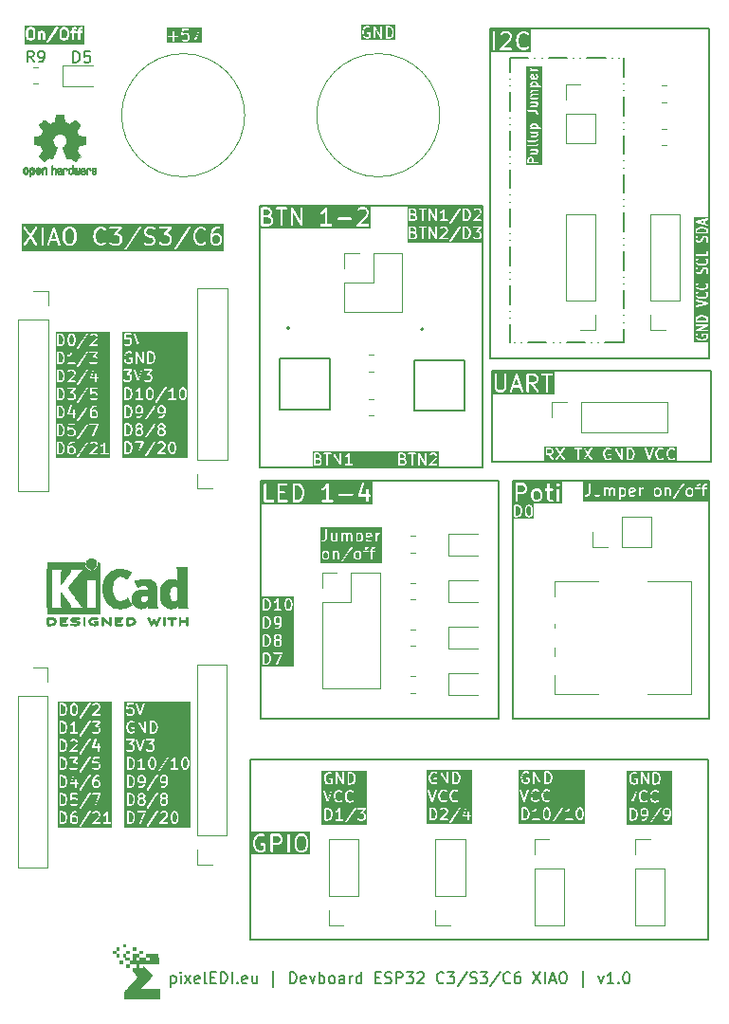
<source format=gbr>
%TF.GenerationSoftware,KiCad,Pcbnew,8.0.4-8.0.4-0~ubuntu22.04.1*%
%TF.CreationDate,2024-07-18T16:31:12+02:00*%
%TF.ProjectId,DevBoardESP32XIAO,44657642-6f61-4726-9445-535033325849,1.3*%
%TF.SameCoordinates,Original*%
%TF.FileFunction,Legend,Top*%
%TF.FilePolarity,Positive*%
%FSLAX46Y46*%
G04 Gerber Fmt 4.6, Leading zero omitted, Abs format (unit mm)*
G04 Created by KiCad (PCBNEW 8.0.4-8.0.4-0~ubuntu22.04.1) date 2024-07-18 16:31:12*
%MOMM*%
%LPD*%
G01*
G04 APERTURE LIST*
%ADD10C,0.150000*%
%ADD11C,0.200000*%
%ADD12C,0.010000*%
%ADD13C,0.120000*%
%ADD14C,0.127000*%
%ADD15C,0.000000*%
G04 APERTURE END LIST*
D10*
X59661000Y-38461000D02*
X79600000Y-38461000D01*
X79600000Y-61829000D01*
X59661000Y-61829000D01*
X59661000Y-38461000D01*
X82311000Y-63036000D02*
X99813500Y-63036000D01*
X99813500Y-84235568D01*
X82311000Y-84235568D01*
X82311000Y-63036000D01*
X80243000Y-22648000D02*
X99801000Y-22648000D01*
X99801000Y-52112000D01*
X80243000Y-52112000D01*
X80243000Y-22648000D01*
X58815000Y-87889000D02*
X99731000Y-87889000D01*
X99731000Y-104018000D01*
X58815000Y-104018000D01*
X58815000Y-87889000D01*
X59788000Y-62979000D02*
X81046500Y-62979000D01*
X81046500Y-84282568D01*
X59788000Y-84282568D01*
X59788000Y-62979000D01*
X82021000Y-25271000D02*
X83671000Y-25271000D01*
X84271000Y-25271000D02*
X84271000Y-25271000D01*
X84871000Y-25271000D02*
X84871000Y-25271000D01*
X85471000Y-25271000D02*
X87121000Y-25271000D01*
X87721000Y-25271000D02*
X87721000Y-25271000D01*
X88321000Y-25271000D02*
X88321000Y-25271000D01*
X88921000Y-25271000D02*
X90571000Y-25271000D01*
X91171000Y-25271000D02*
X91171000Y-25271000D01*
X91771000Y-25271000D02*
X91771000Y-25271000D01*
X92181000Y-25271000D02*
X92181000Y-26921000D01*
X92181000Y-27521000D02*
X92181000Y-27521000D01*
X92181000Y-28121000D02*
X92181000Y-28121000D01*
X92181000Y-28721000D02*
X92181000Y-30371000D01*
X92181000Y-30971000D02*
X92181000Y-30971000D01*
X92181000Y-31571000D02*
X92181000Y-31571000D01*
X92181000Y-32171000D02*
X92181000Y-33821000D01*
X92181000Y-34421000D02*
X92181000Y-34421000D01*
X92181000Y-35021000D02*
X92181000Y-35021000D01*
X92181000Y-35621000D02*
X92181000Y-37271000D01*
X92181000Y-37871000D02*
X92181000Y-37871000D01*
X92181000Y-38471000D02*
X92181000Y-38471000D01*
X92181000Y-39071000D02*
X92181000Y-40721000D01*
X92181000Y-41321000D02*
X92181000Y-41321000D01*
X92181000Y-41921000D02*
X92181000Y-41921000D01*
X92181000Y-42521000D02*
X92181000Y-44171000D01*
X92181000Y-44771000D02*
X92181000Y-44771000D01*
X92181000Y-45371000D02*
X92181000Y-45371000D01*
X92181000Y-45971000D02*
X92181000Y-47621000D01*
X92181000Y-48221000D02*
X92181000Y-48221000D01*
X92181000Y-48821000D02*
X92181000Y-48821000D01*
X92181000Y-49421000D02*
X92181000Y-50671000D01*
X92181000Y-50671000D02*
X90531000Y-50671000D01*
X89931000Y-50671000D02*
X89931000Y-50671000D01*
X89331000Y-50671000D02*
X89331000Y-50671000D01*
X88731000Y-50671000D02*
X87081000Y-50671000D01*
X86481000Y-50671000D02*
X86481000Y-50671000D01*
X85881000Y-50671000D02*
X85881000Y-50671000D01*
X85281000Y-50671000D02*
X83631000Y-50671000D01*
X83031000Y-50671000D02*
X83031000Y-50671000D01*
X82431000Y-50671000D02*
X82431000Y-50671000D01*
X82021000Y-50671000D02*
X82021000Y-49021000D01*
X82021000Y-48421000D02*
X82021000Y-48421000D01*
X82021000Y-47821000D02*
X82021000Y-47821000D01*
X82021000Y-47221000D02*
X82021000Y-45571000D01*
X82021000Y-44971000D02*
X82021000Y-44971000D01*
X82021000Y-44371000D02*
X82021000Y-44371000D01*
X82021000Y-43771000D02*
X82021000Y-42121000D01*
X82021000Y-41521000D02*
X82021000Y-41521000D01*
X82021000Y-40921000D02*
X82021000Y-40921000D01*
X82021000Y-40321000D02*
X82021000Y-38671000D01*
X82021000Y-38071000D02*
X82021000Y-38071000D01*
X82021000Y-37471000D02*
X82021000Y-37471000D01*
X82021000Y-36871000D02*
X82021000Y-35221000D01*
X82021000Y-34621000D02*
X82021000Y-34621000D01*
X82021000Y-34021000D02*
X82021000Y-34021000D01*
X82021000Y-33421000D02*
X82021000Y-31771000D01*
X82021000Y-31171000D02*
X82021000Y-31171000D01*
X82021000Y-30571000D02*
X82021000Y-30571000D01*
X82021000Y-29971000D02*
X82021000Y-28321000D01*
X82021000Y-27721000D02*
X82021000Y-27721000D01*
X82021000Y-27121000D02*
X82021000Y-27121000D01*
X82021000Y-26521000D02*
X82021000Y-25271000D01*
X80461000Y-53136000D02*
X99940500Y-53136000D01*
X99940500Y-61281568D01*
X80461000Y-61281568D01*
X80461000Y-53136000D01*
G36*
X99411258Y-48396888D02*
G01*
X99489787Y-48428300D01*
X99561354Y-48485552D01*
X99595819Y-48568268D01*
X99595819Y-48668744D01*
X98745819Y-48668744D01*
X98745819Y-48568268D01*
X98780284Y-48485551D01*
X98851848Y-48428300D01*
X98930377Y-48396889D01*
X99106819Y-48361601D01*
X99234823Y-48361601D01*
X99411258Y-48396888D01*
G37*
G36*
X99411258Y-40511173D02*
G01*
X99489787Y-40542585D01*
X99561354Y-40599837D01*
X99595819Y-40682553D01*
X99595819Y-40783029D01*
X98745819Y-40783029D01*
X98745819Y-40682553D01*
X98780284Y-40599836D01*
X98851848Y-40542585D01*
X98930377Y-40511174D01*
X99106819Y-40475886D01*
X99234823Y-40475886D01*
X99411258Y-40511173D01*
G37*
G36*
X99310104Y-39998502D02*
G01*
X98961899Y-39905648D01*
X99310104Y-39812793D01*
X99310104Y-39998502D01*
G37*
G36*
X99856930Y-50606046D02*
G01*
X98484708Y-50606046D01*
X98484708Y-50038982D01*
X98595819Y-50038982D01*
X98595819Y-50153268D01*
X98597260Y-50167900D01*
X98597290Y-50167974D01*
X98597291Y-50168053D01*
X98601588Y-50182114D01*
X98649207Y-50296400D01*
X98656165Y-50309353D01*
X98659079Y-50312254D01*
X98661061Y-50315854D01*
X98671586Y-50326119D01*
X98766824Y-50402309D01*
X98771448Y-50405316D01*
X98772772Y-50406608D01*
X98776050Y-50408309D01*
X98779150Y-50410325D01*
X98780927Y-50410839D01*
X98785822Y-50413380D01*
X98881059Y-50451475D01*
X98887680Y-50453395D01*
X98894205Y-50455382D01*
X99084681Y-50493478D01*
X99084731Y-50493483D01*
X99084758Y-50493494D01*
X99092283Y-50494235D01*
X99099311Y-50494935D01*
X99099337Y-50494929D01*
X99099390Y-50494935D01*
X99242247Y-50494935D01*
X99242299Y-50494929D01*
X99242326Y-50494935D01*
X99249353Y-50494235D01*
X99256879Y-50493494D01*
X99256905Y-50493483D01*
X99256956Y-50493478D01*
X99447432Y-50455383D01*
X99454004Y-50453381D01*
X99460577Y-50451475D01*
X99555815Y-50413380D01*
X99560709Y-50410839D01*
X99562487Y-50410325D01*
X99565588Y-50408308D01*
X99568865Y-50406608D01*
X99570186Y-50405318D01*
X99574813Y-50402310D01*
X99670052Y-50326119D01*
X99680577Y-50315854D01*
X99682560Y-50312252D01*
X99685473Y-50309352D01*
X99692431Y-50296400D01*
X99740050Y-50182114D01*
X99744347Y-50168053D01*
X99744347Y-50167974D01*
X99744378Y-50167900D01*
X99745819Y-50153268D01*
X99745819Y-50077077D01*
X99744378Y-50062445D01*
X99744347Y-50062370D01*
X99744347Y-50062292D01*
X99740050Y-50048231D01*
X99692431Y-49933946D01*
X99685473Y-49920993D01*
X99682559Y-49918091D01*
X99680577Y-49914492D01*
X99670052Y-49904227D01*
X99622432Y-49866131D01*
X99618460Y-49863548D01*
X99617248Y-49862336D01*
X99615451Y-49861591D01*
X99610106Y-49858116D01*
X99599967Y-49855178D01*
X99590212Y-49851137D01*
X99583865Y-49850512D01*
X99581999Y-49849971D01*
X99580295Y-49850160D01*
X99575580Y-49849696D01*
X99242247Y-49849696D01*
X99227615Y-49851137D01*
X99200579Y-49862336D01*
X99179887Y-49883028D01*
X99168688Y-49910064D01*
X99167247Y-49924696D01*
X99167247Y-50077077D01*
X99168688Y-50091709D01*
X99179887Y-50118745D01*
X99200579Y-50139437D01*
X99227615Y-50150636D01*
X99256879Y-50150636D01*
X99283915Y-50139437D01*
X99304607Y-50118745D01*
X99315806Y-50091709D01*
X99317247Y-50077077D01*
X99317247Y-49999696D01*
X99549272Y-49999696D01*
X99561353Y-50009361D01*
X99595819Y-50092077D01*
X99595819Y-50138267D01*
X99561354Y-50220983D01*
X99489787Y-50278235D01*
X99411258Y-50309647D01*
X99234823Y-50344935D01*
X99106819Y-50344935D01*
X98930377Y-50309646D01*
X98851848Y-50278235D01*
X98780284Y-50220984D01*
X98745819Y-50138267D01*
X98745819Y-50060492D01*
X98782038Y-50002542D01*
X98788571Y-49989370D01*
X98793403Y-49960509D01*
X98786823Y-49931995D01*
X98769832Y-49908169D01*
X98745016Y-49892659D01*
X98716155Y-49887827D01*
X98687641Y-49894407D01*
X98663815Y-49911398D01*
X98654838Y-49923042D01*
X98607219Y-49999232D01*
X98600686Y-50012404D01*
X98599653Y-50018572D01*
X98597260Y-50024350D01*
X98595819Y-50038982D01*
X98484708Y-50038982D01*
X98484708Y-49569870D01*
X98596780Y-49569870D01*
X98597260Y-49583162D01*
X98597260Y-49596471D01*
X98597786Y-49597741D01*
X98597836Y-49599114D01*
X98603365Y-49611211D01*
X98608459Y-49623507D01*
X98609430Y-49624478D01*
X98610002Y-49625729D01*
X98619746Y-49634794D01*
X98629151Y-49644199D01*
X98630420Y-49644724D01*
X98631428Y-49645662D01*
X98643900Y-49650308D01*
X98656187Y-49655398D01*
X98658055Y-49655582D01*
X98658850Y-49655878D01*
X98660467Y-49655819D01*
X98670819Y-49656839D01*
X99670819Y-49656839D01*
X99685451Y-49655398D01*
X99712487Y-49644199D01*
X99733179Y-49623507D01*
X99744378Y-49596471D01*
X99744378Y-49567207D01*
X99733179Y-49540171D01*
X99712487Y-49519479D01*
X99685451Y-49508280D01*
X99670819Y-49506839D01*
X99015275Y-49506839D01*
X99702001Y-49192907D01*
X99710994Y-49187674D01*
X99712487Y-49187056D01*
X99713085Y-49186457D01*
X99714709Y-49185513D01*
X99723774Y-49175768D01*
X99733179Y-49166364D01*
X99733704Y-49165094D01*
X99734642Y-49164087D01*
X99739288Y-49151614D01*
X99744378Y-49139328D01*
X99744378Y-49137953D01*
X99744858Y-49136665D01*
X99744378Y-49123372D01*
X99744378Y-49110064D01*
X99743851Y-49108793D01*
X99743802Y-49107421D01*
X99738272Y-49095323D01*
X99733179Y-49083028D01*
X99732207Y-49082056D01*
X99731636Y-49080806D01*
X99721891Y-49071740D01*
X99712487Y-49062336D01*
X99711217Y-49061810D01*
X99710210Y-49060873D01*
X99697737Y-49056226D01*
X99685451Y-49051137D01*
X99683582Y-49050952D01*
X99682788Y-49050657D01*
X99681170Y-49050715D01*
X99670819Y-49049696D01*
X98670819Y-49049696D01*
X98656187Y-49051137D01*
X98629151Y-49062336D01*
X98608459Y-49083028D01*
X98597260Y-49110064D01*
X98597260Y-49139328D01*
X98608459Y-49166364D01*
X98629151Y-49187056D01*
X98656187Y-49198255D01*
X98670819Y-49199696D01*
X99326363Y-49199696D01*
X98639637Y-49513628D01*
X98630643Y-49518860D01*
X98629151Y-49519479D01*
X98628552Y-49520077D01*
X98626929Y-49521022D01*
X98617863Y-49530766D01*
X98608459Y-49540171D01*
X98607933Y-49541440D01*
X98606996Y-49542448D01*
X98602349Y-49554920D01*
X98597260Y-49567207D01*
X98597260Y-49568581D01*
X98596780Y-49569870D01*
X98484708Y-49569870D01*
X98484708Y-48553268D01*
X98595819Y-48553268D01*
X98595819Y-48743744D01*
X98597260Y-48758376D01*
X98608459Y-48785412D01*
X98629151Y-48806104D01*
X98656187Y-48817303D01*
X98670819Y-48818744D01*
X99670819Y-48818744D01*
X99685451Y-48817303D01*
X99712487Y-48806104D01*
X99733179Y-48785412D01*
X99744378Y-48758376D01*
X99745819Y-48743744D01*
X99745819Y-48553268D01*
X99744378Y-48538636D01*
X99744347Y-48538561D01*
X99744347Y-48538483D01*
X99740050Y-48524422D01*
X99692431Y-48410136D01*
X99685473Y-48397184D01*
X99682560Y-48394283D01*
X99680577Y-48390682D01*
X99670052Y-48380417D01*
X99574813Y-48304226D01*
X99570186Y-48301217D01*
X99568865Y-48299928D01*
X99565588Y-48298227D01*
X99562487Y-48296211D01*
X99560709Y-48295696D01*
X99555815Y-48293156D01*
X99460577Y-48255061D01*
X99454004Y-48253154D01*
X99447432Y-48251153D01*
X99256956Y-48213058D01*
X99256905Y-48213052D01*
X99256879Y-48213042D01*
X99249353Y-48212300D01*
X99242326Y-48211601D01*
X99242299Y-48211606D01*
X99242247Y-48211601D01*
X99099390Y-48211601D01*
X99099337Y-48211606D01*
X99099311Y-48211601D01*
X99092283Y-48212300D01*
X99084758Y-48213042D01*
X99084731Y-48213052D01*
X99084681Y-48213058D01*
X98894205Y-48251154D01*
X98887680Y-48253140D01*
X98881059Y-48255061D01*
X98785822Y-48293156D01*
X98780927Y-48295696D01*
X98779150Y-48296211D01*
X98776050Y-48298226D01*
X98772772Y-48299928D01*
X98771448Y-48301219D01*
X98766824Y-48304227D01*
X98671586Y-48380417D01*
X98661061Y-48390682D01*
X98659079Y-48394281D01*
X98656165Y-48397183D01*
X98649207Y-48410136D01*
X98601588Y-48524422D01*
X98597291Y-48538483D01*
X98597290Y-48538561D01*
X98597260Y-48538636D01*
X98595819Y-48553268D01*
X98484708Y-48553268D01*
X98484708Y-46910358D01*
X98595974Y-46910358D01*
X98599828Y-46939366D01*
X98614490Y-46964691D01*
X98637728Y-46982478D01*
X98651494Y-46987641D01*
X99379739Y-47181839D01*
X98651494Y-47376038D01*
X98637728Y-47381201D01*
X98614490Y-47398988D01*
X98599828Y-47424313D01*
X98595974Y-47453321D01*
X98603514Y-47481597D01*
X98621301Y-47504835D01*
X98646626Y-47519497D01*
X98675634Y-47523351D01*
X98690144Y-47520974D01*
X99690144Y-47254307D01*
X99693571Y-47253021D01*
X99695012Y-47252830D01*
X99696722Y-47251839D01*
X99703910Y-47249144D01*
X99711769Y-47243128D01*
X99720337Y-47238168D01*
X99723290Y-47234310D01*
X99727148Y-47231357D01*
X99732108Y-47222789D01*
X99738124Y-47214930D01*
X99739375Y-47210236D01*
X99741810Y-47206032D01*
X99743113Y-47196221D01*
X99745665Y-47186654D01*
X99745024Y-47181835D01*
X99745664Y-47177024D01*
X99743114Y-47167464D01*
X99741810Y-47157646D01*
X99739375Y-47153440D01*
X99738124Y-47148748D01*
X99732108Y-47140888D01*
X99727148Y-47132321D01*
X99723289Y-47129367D01*
X99720337Y-47125510D01*
X99711771Y-47120551D01*
X99703911Y-47114534D01*
X99696721Y-47111837D01*
X99695012Y-47110848D01*
X99693572Y-47110656D01*
X99690144Y-47109371D01*
X98690144Y-46842705D01*
X98675634Y-46840328D01*
X98646626Y-46844182D01*
X98621301Y-46858844D01*
X98603514Y-46882082D01*
X98595974Y-46910358D01*
X98484708Y-46910358D01*
X98484708Y-46343744D01*
X98595819Y-46343744D01*
X98595819Y-46419935D01*
X98597260Y-46434567D01*
X98597290Y-46434641D01*
X98597291Y-46434720D01*
X98601588Y-46448781D01*
X98649207Y-46563067D01*
X98656165Y-46576020D01*
X98659079Y-46578921D01*
X98661061Y-46582521D01*
X98671586Y-46592786D01*
X98766824Y-46668976D01*
X98771448Y-46671983D01*
X98772772Y-46673275D01*
X98776050Y-46674976D01*
X98779150Y-46676992D01*
X98780927Y-46677506D01*
X98785822Y-46680047D01*
X98881059Y-46718142D01*
X98887680Y-46720062D01*
X98894205Y-46722049D01*
X99084681Y-46760145D01*
X99084731Y-46760150D01*
X99084758Y-46760161D01*
X99092283Y-46760902D01*
X99099311Y-46761602D01*
X99099337Y-46761596D01*
X99099390Y-46761602D01*
X99242247Y-46761602D01*
X99242299Y-46761596D01*
X99242326Y-46761602D01*
X99249353Y-46760902D01*
X99256879Y-46760161D01*
X99256905Y-46760150D01*
X99256956Y-46760145D01*
X99447432Y-46722050D01*
X99454004Y-46720048D01*
X99460577Y-46718142D01*
X99555815Y-46680047D01*
X99560709Y-46677506D01*
X99562487Y-46676992D01*
X99565588Y-46674975D01*
X99568865Y-46673275D01*
X99570186Y-46671985D01*
X99574813Y-46668977D01*
X99670052Y-46592786D01*
X99680577Y-46582521D01*
X99682560Y-46578919D01*
X99685473Y-46576019D01*
X99692431Y-46563067D01*
X99740050Y-46448781D01*
X99744347Y-46434720D01*
X99744347Y-46434641D01*
X99744378Y-46434567D01*
X99745819Y-46419935D01*
X99745819Y-46343744D01*
X99744378Y-46329112D01*
X99744347Y-46329037D01*
X99744347Y-46328959D01*
X99740050Y-46314898D01*
X99692431Y-46200613D01*
X99685473Y-46187660D01*
X99682559Y-46184758D01*
X99680577Y-46181159D01*
X99670052Y-46170894D01*
X99622432Y-46132798D01*
X99610106Y-46124783D01*
X99581999Y-46116638D01*
X99552915Y-46119870D01*
X99527281Y-46133985D01*
X99509000Y-46156837D01*
X99500855Y-46184944D01*
X99504087Y-46214028D01*
X99518202Y-46239662D01*
X99528728Y-46249928D01*
X99561353Y-46276028D01*
X99595819Y-46358744D01*
X99595819Y-46404934D01*
X99561354Y-46487650D01*
X99489787Y-46544902D01*
X99411258Y-46576314D01*
X99234823Y-46611602D01*
X99106819Y-46611602D01*
X98930377Y-46576313D01*
X98851848Y-46544902D01*
X98780284Y-46487651D01*
X98745819Y-46404934D01*
X98745819Y-46358744D01*
X98780283Y-46276029D01*
X98812910Y-46249927D01*
X98823435Y-46239662D01*
X98837551Y-46214027D01*
X98840782Y-46184943D01*
X98832637Y-46156836D01*
X98814356Y-46133985D01*
X98788722Y-46119869D01*
X98759638Y-46116638D01*
X98731530Y-46124783D01*
X98719205Y-46132798D01*
X98671585Y-46170894D01*
X98661060Y-46181160D01*
X98659078Y-46184758D01*
X98656165Y-46187660D01*
X98649207Y-46200613D01*
X98601588Y-46314898D01*
X98597291Y-46328958D01*
X98597290Y-46329037D01*
X98597260Y-46329112D01*
X98595819Y-46343744D01*
X98484708Y-46343744D01*
X98484708Y-45543744D01*
X98595819Y-45543744D01*
X98595819Y-45619935D01*
X98597260Y-45634567D01*
X98597290Y-45634641D01*
X98597291Y-45634720D01*
X98601588Y-45648781D01*
X98649207Y-45763067D01*
X98656165Y-45776020D01*
X98659079Y-45778921D01*
X98661061Y-45782521D01*
X98671586Y-45792786D01*
X98766824Y-45868976D01*
X98771448Y-45871983D01*
X98772772Y-45873275D01*
X98776050Y-45874976D01*
X98779150Y-45876992D01*
X98780927Y-45877506D01*
X98785822Y-45880047D01*
X98881059Y-45918142D01*
X98887680Y-45920062D01*
X98894205Y-45922049D01*
X99084681Y-45960145D01*
X99084731Y-45960150D01*
X99084758Y-45960161D01*
X99092283Y-45960902D01*
X99099311Y-45961602D01*
X99099337Y-45961596D01*
X99099390Y-45961602D01*
X99242247Y-45961602D01*
X99242299Y-45961596D01*
X99242326Y-45961602D01*
X99249353Y-45960902D01*
X99256879Y-45960161D01*
X99256905Y-45960150D01*
X99256956Y-45960145D01*
X99447432Y-45922050D01*
X99454004Y-45920048D01*
X99460577Y-45918142D01*
X99555815Y-45880047D01*
X99560709Y-45877506D01*
X99562487Y-45876992D01*
X99565588Y-45874975D01*
X99568865Y-45873275D01*
X99570186Y-45871985D01*
X99574813Y-45868977D01*
X99670052Y-45792786D01*
X99680577Y-45782521D01*
X99682560Y-45778919D01*
X99685473Y-45776019D01*
X99692431Y-45763067D01*
X99740050Y-45648781D01*
X99744347Y-45634720D01*
X99744347Y-45634641D01*
X99744378Y-45634567D01*
X99745819Y-45619935D01*
X99745819Y-45543744D01*
X99744378Y-45529112D01*
X99744347Y-45529037D01*
X99744347Y-45528959D01*
X99740050Y-45514898D01*
X99692431Y-45400613D01*
X99685473Y-45387660D01*
X99682559Y-45384758D01*
X99680577Y-45381159D01*
X99670052Y-45370894D01*
X99622432Y-45332798D01*
X99610106Y-45324783D01*
X99581999Y-45316638D01*
X99552915Y-45319870D01*
X99527281Y-45333985D01*
X99509000Y-45356837D01*
X99500855Y-45384944D01*
X99504087Y-45414028D01*
X99518202Y-45439662D01*
X99528728Y-45449928D01*
X99561353Y-45476028D01*
X99595819Y-45558744D01*
X99595819Y-45604934D01*
X99561354Y-45687650D01*
X99489787Y-45744902D01*
X99411258Y-45776314D01*
X99234823Y-45811602D01*
X99106819Y-45811602D01*
X98930377Y-45776313D01*
X98851848Y-45744902D01*
X98780284Y-45687651D01*
X98745819Y-45604934D01*
X98745819Y-45558744D01*
X98780283Y-45476029D01*
X98812910Y-45449927D01*
X98823435Y-45439662D01*
X98837551Y-45414027D01*
X98840782Y-45384943D01*
X98832637Y-45356836D01*
X98814356Y-45333985D01*
X98788722Y-45319869D01*
X98759638Y-45316638D01*
X98731530Y-45324783D01*
X98719205Y-45332798D01*
X98671585Y-45370894D01*
X98661060Y-45381160D01*
X98659078Y-45384758D01*
X98656165Y-45387660D01*
X98649207Y-45400613D01*
X98601588Y-45514898D01*
X98597291Y-45528958D01*
X98597290Y-45529037D01*
X98597260Y-45529112D01*
X98595819Y-45543744D01*
X98484708Y-45543744D01*
X98484708Y-44134220D01*
X98595819Y-44134220D01*
X98595819Y-44324697D01*
X98597260Y-44339329D01*
X98599653Y-44345106D01*
X98600686Y-44351275D01*
X98607219Y-44364447D01*
X98654838Y-44440637D01*
X98660139Y-44447513D01*
X98661061Y-44449187D01*
X98662547Y-44450636D01*
X98663815Y-44452281D01*
X98665371Y-44453390D01*
X98671586Y-44459452D01*
X98719205Y-44497547D01*
X98723829Y-44500554D01*
X98725152Y-44501845D01*
X98728429Y-44503546D01*
X98731531Y-44505563D01*
X98733307Y-44506077D01*
X98738202Y-44508618D01*
X98833440Y-44546714D01*
X98845958Y-44550345D01*
X98846663Y-44550637D01*
X98847119Y-44550681D01*
X98847561Y-44550810D01*
X98848325Y-44550800D01*
X98861295Y-44552078D01*
X98956533Y-44552078D01*
X98969502Y-44550800D01*
X98970267Y-44550810D01*
X98970708Y-44550681D01*
X98971165Y-44550637D01*
X98971869Y-44550345D01*
X98984388Y-44546714D01*
X99079626Y-44508617D01*
X99084517Y-44506078D01*
X99086297Y-44505563D01*
X99089400Y-44503544D01*
X99092676Y-44501845D01*
X99093998Y-44500554D01*
X99098623Y-44497547D01*
X99146242Y-44459452D01*
X99152458Y-44453389D01*
X99154013Y-44452281D01*
X99155278Y-44450639D01*
X99156768Y-44449187D01*
X99157691Y-44447509D01*
X99162990Y-44440637D01*
X99210609Y-44364447D01*
X99212017Y-44361607D01*
X99212855Y-44360604D01*
X99214859Y-44355877D01*
X99217142Y-44351275D01*
X99217357Y-44349985D01*
X99218595Y-44347068D01*
X99263338Y-44203889D01*
X99299076Y-44146708D01*
X99328038Y-44123538D01*
X99399548Y-44094935D01*
X99465898Y-44094935D01*
X99537408Y-44123539D01*
X99566371Y-44146708D01*
X99595819Y-44193825D01*
X99595819Y-44347791D01*
X99553969Y-44448232D01*
X99549672Y-44462293D01*
X99549611Y-44491556D01*
X99560753Y-44518615D01*
X99581402Y-44539351D01*
X99608415Y-44550606D01*
X99637678Y-44550667D01*
X99664737Y-44539525D01*
X99685473Y-44518876D01*
X99692431Y-44505924D01*
X99740050Y-44391638D01*
X99744347Y-44377577D01*
X99744347Y-44377498D01*
X99744378Y-44377424D01*
X99745819Y-44362792D01*
X99745819Y-44172316D01*
X99744378Y-44157684D01*
X99741984Y-44151906D01*
X99740952Y-44145738D01*
X99734419Y-44132566D01*
X99686800Y-44056375D01*
X99681498Y-44049498D01*
X99680577Y-44047825D01*
X99679090Y-44046375D01*
X99677823Y-44044731D01*
X99676268Y-44043622D01*
X99670052Y-44037559D01*
X99622431Y-43999464D01*
X99617807Y-43996457D01*
X99616484Y-43995166D01*
X99613202Y-43993463D01*
X99610105Y-43991449D01*
X99608330Y-43990934D01*
X99603434Y-43988394D01*
X99508196Y-43950299D01*
X99495678Y-43946667D01*
X99494974Y-43946376D01*
X99494517Y-43946331D01*
X99494076Y-43946203D01*
X99493311Y-43946212D01*
X99480342Y-43944935D01*
X99385104Y-43944935D01*
X99372134Y-43946212D01*
X99371370Y-43946203D01*
X99370928Y-43946331D01*
X99370472Y-43946376D01*
X99369767Y-43946667D01*
X99357249Y-43950299D01*
X99262012Y-43988394D01*
X99257117Y-43990934D01*
X99255340Y-43991449D01*
X99252240Y-43993464D01*
X99248962Y-43995166D01*
X99247638Y-43996457D01*
X99243014Y-43999465D01*
X99195395Y-44037560D01*
X99189180Y-44043621D01*
X99187624Y-44044731D01*
X99186356Y-44046375D01*
X99184870Y-44047825D01*
X99183948Y-44049498D01*
X99178647Y-44056375D01*
X99131028Y-44132566D01*
X99129619Y-44135405D01*
X99128782Y-44136409D01*
X99126778Y-44141133D01*
X99124495Y-44145738D01*
X99124278Y-44147029D01*
X99123042Y-44149946D01*
X99078298Y-44293123D01*
X99042560Y-44350303D01*
X99013599Y-44373472D01*
X98942088Y-44402078D01*
X98875738Y-44402078D01*
X98804228Y-44373472D01*
X98775267Y-44350303D01*
X98745819Y-44303186D01*
X98745819Y-44149220D01*
X98787669Y-44048781D01*
X98791966Y-44034720D01*
X98792027Y-44005457D01*
X98780886Y-43978398D01*
X98760237Y-43957662D01*
X98733224Y-43946407D01*
X98703960Y-43946346D01*
X98676901Y-43957487D01*
X98656165Y-43978136D01*
X98649207Y-43991089D01*
X98601588Y-44105374D01*
X98597291Y-44119434D01*
X98597290Y-44119513D01*
X98597260Y-44119588D01*
X98595819Y-44134220D01*
X98484708Y-44134220D01*
X98484708Y-43372315D01*
X98595819Y-43372315D01*
X98595819Y-43448506D01*
X98597260Y-43463138D01*
X98597290Y-43463212D01*
X98597291Y-43463291D01*
X98601588Y-43477352D01*
X98649207Y-43591638D01*
X98656165Y-43604591D01*
X98659079Y-43607492D01*
X98661061Y-43611092D01*
X98671586Y-43621357D01*
X98766824Y-43697547D01*
X98771448Y-43700554D01*
X98772772Y-43701846D01*
X98776050Y-43703547D01*
X98779150Y-43705563D01*
X98780927Y-43706077D01*
X98785822Y-43708618D01*
X98881059Y-43746713D01*
X98887680Y-43748633D01*
X98894205Y-43750620D01*
X99084681Y-43788716D01*
X99084731Y-43788721D01*
X99084758Y-43788732D01*
X99092283Y-43789473D01*
X99099311Y-43790173D01*
X99099337Y-43790167D01*
X99099390Y-43790173D01*
X99242247Y-43790173D01*
X99242299Y-43790167D01*
X99242326Y-43790173D01*
X99249353Y-43789473D01*
X99256879Y-43788732D01*
X99256905Y-43788721D01*
X99256956Y-43788716D01*
X99447432Y-43750621D01*
X99454004Y-43748619D01*
X99460577Y-43746713D01*
X99555815Y-43708618D01*
X99560709Y-43706077D01*
X99562487Y-43705563D01*
X99565588Y-43703546D01*
X99568865Y-43701846D01*
X99570186Y-43700556D01*
X99574813Y-43697548D01*
X99670052Y-43621357D01*
X99680577Y-43611092D01*
X99682560Y-43607490D01*
X99685473Y-43604590D01*
X99692431Y-43591638D01*
X99740050Y-43477352D01*
X99744347Y-43463291D01*
X99744347Y-43463212D01*
X99744378Y-43463138D01*
X99745819Y-43448506D01*
X99745819Y-43372315D01*
X99744378Y-43357683D01*
X99744347Y-43357608D01*
X99744347Y-43357530D01*
X99740050Y-43343469D01*
X99692431Y-43229184D01*
X99685473Y-43216231D01*
X99682559Y-43213329D01*
X99680577Y-43209730D01*
X99670052Y-43199465D01*
X99622432Y-43161369D01*
X99610106Y-43153354D01*
X99581999Y-43145209D01*
X99552915Y-43148441D01*
X99527281Y-43162556D01*
X99509000Y-43185408D01*
X99500855Y-43213515D01*
X99504087Y-43242599D01*
X99518202Y-43268233D01*
X99528728Y-43278499D01*
X99561353Y-43304599D01*
X99595819Y-43387315D01*
X99595819Y-43433505D01*
X99561354Y-43516221D01*
X99489787Y-43573473D01*
X99411258Y-43604885D01*
X99234823Y-43640173D01*
X99106819Y-43640173D01*
X98930377Y-43604884D01*
X98851848Y-43573473D01*
X98780284Y-43516222D01*
X98745819Y-43433505D01*
X98745819Y-43387315D01*
X98780283Y-43304600D01*
X98812910Y-43278498D01*
X98823435Y-43268233D01*
X98837551Y-43242598D01*
X98840782Y-43213514D01*
X98832637Y-43185407D01*
X98814356Y-43162556D01*
X98788722Y-43148440D01*
X98759638Y-43145209D01*
X98731530Y-43153354D01*
X98719205Y-43161369D01*
X98671585Y-43199465D01*
X98661060Y-43209731D01*
X98659078Y-43213329D01*
X98656165Y-43216231D01*
X98649207Y-43229184D01*
X98601588Y-43343469D01*
X98597291Y-43357529D01*
X98597290Y-43357608D01*
X98597260Y-43357683D01*
X98595819Y-43372315D01*
X98484708Y-43372315D01*
X98484708Y-42862445D01*
X98597260Y-42862445D01*
X98597260Y-42891709D01*
X98608459Y-42918745D01*
X98629151Y-42939437D01*
X98656187Y-42950636D01*
X98670819Y-42952077D01*
X99670819Y-42952077D01*
X99685451Y-42950636D01*
X99712487Y-42939437D01*
X99733179Y-42918745D01*
X99744378Y-42891709D01*
X99745819Y-42877077D01*
X99745819Y-42496125D01*
X99744378Y-42481493D01*
X99733179Y-42454457D01*
X99712487Y-42433765D01*
X99685451Y-42422566D01*
X99656187Y-42422566D01*
X99629151Y-42433765D01*
X99608459Y-42454457D01*
X99597260Y-42481493D01*
X99595819Y-42496125D01*
X99595819Y-42802077D01*
X98670819Y-42802077D01*
X98656187Y-42803518D01*
X98629151Y-42814717D01*
X98608459Y-42835409D01*
X98597260Y-42862445D01*
X98484708Y-42862445D01*
X98484708Y-41315172D01*
X98595819Y-41315172D01*
X98595819Y-41505649D01*
X98597260Y-41520281D01*
X98599653Y-41526058D01*
X98600686Y-41532227D01*
X98607219Y-41545399D01*
X98654838Y-41621589D01*
X98660139Y-41628465D01*
X98661061Y-41630139D01*
X98662547Y-41631588D01*
X98663815Y-41633233D01*
X98665371Y-41634342D01*
X98671586Y-41640404D01*
X98719205Y-41678499D01*
X98723829Y-41681506D01*
X98725152Y-41682797D01*
X98728429Y-41684498D01*
X98731531Y-41686515D01*
X98733307Y-41687029D01*
X98738202Y-41689570D01*
X98833440Y-41727666D01*
X98845958Y-41731297D01*
X98846663Y-41731589D01*
X98847119Y-41731633D01*
X98847561Y-41731762D01*
X98848325Y-41731752D01*
X98861295Y-41733030D01*
X98956533Y-41733030D01*
X98969502Y-41731752D01*
X98970267Y-41731762D01*
X98970708Y-41731633D01*
X98971165Y-41731589D01*
X98971869Y-41731297D01*
X98984388Y-41727666D01*
X99079626Y-41689569D01*
X99084517Y-41687030D01*
X99086297Y-41686515D01*
X99089400Y-41684496D01*
X99092676Y-41682797D01*
X99093998Y-41681506D01*
X99098623Y-41678499D01*
X99146242Y-41640404D01*
X99152458Y-41634341D01*
X99154013Y-41633233D01*
X99155278Y-41631591D01*
X99156768Y-41630139D01*
X99157691Y-41628461D01*
X99162990Y-41621589D01*
X99210609Y-41545399D01*
X99212017Y-41542559D01*
X99212855Y-41541556D01*
X99214859Y-41536829D01*
X99217142Y-41532227D01*
X99217357Y-41530937D01*
X99218595Y-41528020D01*
X99263338Y-41384841D01*
X99299076Y-41327660D01*
X99328038Y-41304490D01*
X99399548Y-41275887D01*
X99465898Y-41275887D01*
X99537408Y-41304491D01*
X99566371Y-41327660D01*
X99595819Y-41374777D01*
X99595819Y-41528743D01*
X99553969Y-41629184D01*
X99549672Y-41643245D01*
X99549611Y-41672508D01*
X99560753Y-41699567D01*
X99581402Y-41720303D01*
X99608415Y-41731558D01*
X99637678Y-41731619D01*
X99664737Y-41720477D01*
X99685473Y-41699828D01*
X99692431Y-41686876D01*
X99740050Y-41572590D01*
X99744347Y-41558529D01*
X99744347Y-41558450D01*
X99744378Y-41558376D01*
X99745819Y-41543744D01*
X99745819Y-41353268D01*
X99744378Y-41338636D01*
X99741984Y-41332858D01*
X99740952Y-41326690D01*
X99734419Y-41313518D01*
X99686800Y-41237327D01*
X99681498Y-41230450D01*
X99680577Y-41228777D01*
X99679090Y-41227327D01*
X99677823Y-41225683D01*
X99676268Y-41224574D01*
X99670052Y-41218511D01*
X99622431Y-41180416D01*
X99617807Y-41177409D01*
X99616484Y-41176118D01*
X99613202Y-41174415D01*
X99610105Y-41172401D01*
X99608330Y-41171886D01*
X99603434Y-41169346D01*
X99508196Y-41131251D01*
X99495678Y-41127619D01*
X99494974Y-41127328D01*
X99494517Y-41127283D01*
X99494076Y-41127155D01*
X99493311Y-41127164D01*
X99480342Y-41125887D01*
X99385104Y-41125887D01*
X99372134Y-41127164D01*
X99371370Y-41127155D01*
X99370928Y-41127283D01*
X99370472Y-41127328D01*
X99369767Y-41127619D01*
X99357249Y-41131251D01*
X99262012Y-41169346D01*
X99257117Y-41171886D01*
X99255340Y-41172401D01*
X99252240Y-41174416D01*
X99248962Y-41176118D01*
X99247638Y-41177409D01*
X99243014Y-41180417D01*
X99195395Y-41218512D01*
X99189180Y-41224573D01*
X99187624Y-41225683D01*
X99186356Y-41227327D01*
X99184870Y-41228777D01*
X99183948Y-41230450D01*
X99178647Y-41237327D01*
X99131028Y-41313518D01*
X99129619Y-41316357D01*
X99128782Y-41317361D01*
X99126778Y-41322085D01*
X99124495Y-41326690D01*
X99124278Y-41327981D01*
X99123042Y-41330898D01*
X99078298Y-41474075D01*
X99042560Y-41531255D01*
X99013599Y-41554424D01*
X98942088Y-41583030D01*
X98875738Y-41583030D01*
X98804228Y-41554424D01*
X98775267Y-41531255D01*
X98745819Y-41484138D01*
X98745819Y-41330172D01*
X98787669Y-41229733D01*
X98791966Y-41215672D01*
X98792027Y-41186409D01*
X98780886Y-41159350D01*
X98760237Y-41138614D01*
X98733224Y-41127359D01*
X98703960Y-41127298D01*
X98676901Y-41138439D01*
X98656165Y-41159088D01*
X98649207Y-41172041D01*
X98601588Y-41286326D01*
X98597291Y-41300386D01*
X98597290Y-41300465D01*
X98597260Y-41300540D01*
X98595819Y-41315172D01*
X98484708Y-41315172D01*
X98484708Y-40667553D01*
X98595819Y-40667553D01*
X98595819Y-40858029D01*
X98597260Y-40872661D01*
X98608459Y-40899697D01*
X98629151Y-40920389D01*
X98656187Y-40931588D01*
X98670819Y-40933029D01*
X99670819Y-40933029D01*
X99685451Y-40931588D01*
X99712487Y-40920389D01*
X99733179Y-40899697D01*
X99744378Y-40872661D01*
X99745819Y-40858029D01*
X99745819Y-40667553D01*
X99744378Y-40652921D01*
X99744347Y-40652846D01*
X99744347Y-40652768D01*
X99740050Y-40638707D01*
X99692431Y-40524421D01*
X99685473Y-40511469D01*
X99682560Y-40508568D01*
X99680577Y-40504967D01*
X99670052Y-40494702D01*
X99574813Y-40418511D01*
X99570186Y-40415502D01*
X99568865Y-40414213D01*
X99565588Y-40412512D01*
X99562487Y-40410496D01*
X99560709Y-40409981D01*
X99555815Y-40407441D01*
X99460577Y-40369346D01*
X99454004Y-40367439D01*
X99447432Y-40365438D01*
X99256956Y-40327343D01*
X99256905Y-40327337D01*
X99256879Y-40327327D01*
X99249353Y-40326585D01*
X99242326Y-40325886D01*
X99242299Y-40325891D01*
X99242247Y-40325886D01*
X99099390Y-40325886D01*
X99099337Y-40325891D01*
X99099311Y-40325886D01*
X99092283Y-40326585D01*
X99084758Y-40327327D01*
X99084731Y-40327337D01*
X99084681Y-40327343D01*
X98894205Y-40365439D01*
X98887680Y-40367425D01*
X98881059Y-40369346D01*
X98785822Y-40407441D01*
X98780927Y-40409981D01*
X98779150Y-40410496D01*
X98776050Y-40412511D01*
X98772772Y-40414213D01*
X98771448Y-40415504D01*
X98766824Y-40418512D01*
X98671586Y-40494702D01*
X98661061Y-40504967D01*
X98659079Y-40508566D01*
X98656165Y-40511468D01*
X98649207Y-40524421D01*
X98601588Y-40638707D01*
X98597291Y-40652768D01*
X98597290Y-40652846D01*
X98597260Y-40652921D01*
X98595819Y-40667553D01*
X98484708Y-40667553D01*
X98484708Y-39900833D01*
X98595974Y-39900833D01*
X98596613Y-39905648D01*
X98595974Y-39910463D01*
X98598523Y-39920025D01*
X98599828Y-39929841D01*
X98602262Y-39934046D01*
X98603514Y-39938739D01*
X98609529Y-39946598D01*
X98614490Y-39955166D01*
X98618347Y-39958119D01*
X98621301Y-39961977D01*
X98629868Y-39966937D01*
X98637728Y-39972953D01*
X98644915Y-39975648D01*
X98646626Y-39976639D01*
X98648066Y-39976830D01*
X98651494Y-39978116D01*
X99651494Y-40244783D01*
X99666003Y-40247160D01*
X99695012Y-40243306D01*
X99720337Y-40228644D01*
X99738124Y-40205406D01*
X99745664Y-40177130D01*
X99741810Y-40148122D01*
X99727148Y-40122797D01*
X99703910Y-40105010D01*
X99690144Y-40099847D01*
X99460104Y-40038502D01*
X99460104Y-39772793D01*
X99690144Y-39711450D01*
X99703911Y-39706287D01*
X99727148Y-39688500D01*
X99741810Y-39663175D01*
X99745665Y-39634167D01*
X99738124Y-39605891D01*
X99720337Y-39582653D01*
X99695012Y-39567991D01*
X99666004Y-39564137D01*
X99651495Y-39566514D01*
X98651494Y-39833180D01*
X98648066Y-39834465D01*
X98646626Y-39834657D01*
X98644915Y-39835647D01*
X98637728Y-39838343D01*
X98629868Y-39844358D01*
X98621301Y-39849319D01*
X98618347Y-39853176D01*
X98614490Y-39856130D01*
X98609529Y-39864697D01*
X98603514Y-39872557D01*
X98602262Y-39877249D01*
X98599828Y-39881455D01*
X98598523Y-39891270D01*
X98595974Y-39900833D01*
X98484708Y-39900833D01*
X98484708Y-39453026D01*
X99856930Y-39453026D01*
X99856930Y-50606046D01*
G37*
G36*
X73515455Y-40947180D02*
G01*
X73541949Y-40973674D01*
X73576207Y-41042190D01*
X73576207Y-41149637D01*
X73541948Y-41218153D01*
X73511541Y-41248561D01*
X73443026Y-41282819D01*
X73154779Y-41282819D01*
X73154779Y-40909009D01*
X73400942Y-40909009D01*
X73515455Y-40947180D01*
G37*
G36*
X73463923Y-40467077D02*
G01*
X73494330Y-40497484D01*
X73528588Y-40566000D01*
X73528588Y-40625828D01*
X73494330Y-40694344D01*
X73463923Y-40724751D01*
X73395407Y-40759009D01*
X73154779Y-40759009D01*
X73154779Y-40432819D01*
X73395407Y-40432819D01*
X73463923Y-40467077D01*
G37*
G36*
X78229741Y-40470990D02*
G01*
X78303854Y-40545103D01*
X78342347Y-40622090D01*
X78385731Y-40795624D01*
X78385731Y-40920013D01*
X78342347Y-41093547D01*
X78303853Y-41170534D01*
X78229741Y-41244647D01*
X78115228Y-41282819D01*
X77964303Y-41282819D01*
X77964303Y-40432819D01*
X78115228Y-40432819D01*
X78229741Y-40470990D01*
G37*
G36*
X73515455Y-39337236D02*
G01*
X73541949Y-39363730D01*
X73576207Y-39432246D01*
X73576207Y-39539693D01*
X73541948Y-39608209D01*
X73511541Y-39638617D01*
X73443026Y-39672875D01*
X73154779Y-39672875D01*
X73154779Y-39299065D01*
X73400942Y-39299065D01*
X73515455Y-39337236D01*
G37*
G36*
X73463923Y-38857133D02*
G01*
X73494330Y-38887540D01*
X73528588Y-38956056D01*
X73528588Y-39015884D01*
X73494330Y-39084400D01*
X73463923Y-39114807D01*
X73395407Y-39149065D01*
X73154779Y-39149065D01*
X73154779Y-38822875D01*
X73395407Y-38822875D01*
X73463923Y-38857133D01*
G37*
G36*
X78229741Y-38861046D02*
G01*
X78303854Y-38935159D01*
X78342347Y-39012146D01*
X78385731Y-39185680D01*
X78385731Y-39310069D01*
X78342347Y-39483603D01*
X78303853Y-39560590D01*
X78229741Y-39634703D01*
X78115228Y-39672875D01*
X77964303Y-39672875D01*
X77964303Y-38822875D01*
X78115228Y-38822875D01*
X78229741Y-38861046D01*
G37*
G36*
X79599223Y-41782025D02*
G01*
X72893668Y-41782025D01*
X72893668Y-41595993D01*
X76623827Y-41595993D01*
X76629566Y-41624687D01*
X76645849Y-41649002D01*
X76670198Y-41665235D01*
X76698906Y-41670914D01*
X76727600Y-41665175D01*
X76751915Y-41648892D01*
X76761231Y-41637516D01*
X77614362Y-40357819D01*
X77814303Y-40357819D01*
X77814303Y-41357819D01*
X77815744Y-41372451D01*
X77826943Y-41399487D01*
X77847635Y-41420179D01*
X77874671Y-41431378D01*
X77889303Y-41432819D01*
X78127398Y-41432819D01*
X78134803Y-41432089D01*
X78136778Y-41432230D01*
X78139375Y-41431639D01*
X78142030Y-41431378D01*
X78143861Y-41430619D01*
X78151115Y-41428970D01*
X78293972Y-41381351D01*
X78307397Y-41375357D01*
X78309432Y-41373591D01*
X78311923Y-41372560D01*
X78323288Y-41363233D01*
X78418527Y-41267993D01*
X78423244Y-41262244D01*
X78424743Y-41260945D01*
X78426164Y-41258686D01*
X78427854Y-41256628D01*
X78428611Y-41254798D01*
X78432575Y-41248502D01*
X78480194Y-41153264D01*
X78480603Y-41152194D01*
X78480926Y-41151759D01*
X78483118Y-41145622D01*
X78485449Y-41139533D01*
X78485487Y-41138992D01*
X78485873Y-41137913D01*
X78533492Y-40947437D01*
X78533867Y-40944900D01*
X78534290Y-40943879D01*
X78534832Y-40938366D01*
X78535642Y-40932893D01*
X78535479Y-40931800D01*
X78535731Y-40929247D01*
X78535731Y-40786390D01*
X78535479Y-40783836D01*
X78535642Y-40782744D01*
X78534832Y-40777270D01*
X78534290Y-40771758D01*
X78533867Y-40770736D01*
X78533492Y-40768200D01*
X78485873Y-40577724D01*
X78485487Y-40576644D01*
X78485449Y-40576104D01*
X78483118Y-40570014D01*
X78480926Y-40563878D01*
X78480603Y-40563442D01*
X78480194Y-40562373D01*
X78432575Y-40467135D01*
X78428612Y-40460840D01*
X78427854Y-40459008D01*
X78426162Y-40456946D01*
X78424743Y-40454692D01*
X78423246Y-40453393D01*
X78418526Y-40447643D01*
X78323288Y-40352405D01*
X78312056Y-40343187D01*
X78720506Y-40343187D01*
X78720506Y-40372451D01*
X78731705Y-40399487D01*
X78752397Y-40420179D01*
X78779433Y-40431378D01*
X78794065Y-40432819D01*
X79247830Y-40432819D01*
X79023336Y-40689383D01*
X79018814Y-40695707D01*
X79017419Y-40697103D01*
X79016870Y-40698426D01*
X79014785Y-40701344D01*
X79010883Y-40712881D01*
X79006220Y-40724139D01*
X79006220Y-40726669D01*
X79005410Y-40729065D01*
X79006220Y-40741218D01*
X79006220Y-40753403D01*
X79007187Y-40755739D01*
X79007356Y-40758263D01*
X79012758Y-40769188D01*
X79017419Y-40780439D01*
X79019205Y-40782225D01*
X79020328Y-40784495D01*
X79029500Y-40792520D01*
X79038111Y-40801131D01*
X79040447Y-40802099D01*
X79042352Y-40803765D01*
X79053889Y-40807666D01*
X79065147Y-40812330D01*
X79068717Y-40812681D01*
X79070073Y-40813140D01*
X79072040Y-40813008D01*
X79079779Y-40813771D01*
X79204931Y-40813771D01*
X79273447Y-40848029D01*
X79303854Y-40878436D01*
X79338112Y-40946952D01*
X79338112Y-41149637D01*
X79303853Y-41218153D01*
X79273446Y-41248561D01*
X79204931Y-41282819D01*
X78954627Y-41282819D01*
X78886111Y-41248561D01*
X78847099Y-41209548D01*
X78835733Y-41200220D01*
X78808697Y-41189021D01*
X78779434Y-41189021D01*
X78752398Y-41200219D01*
X78731705Y-41220912D01*
X78720506Y-41247948D01*
X78720506Y-41277211D01*
X78731704Y-41304247D01*
X78741031Y-41315612D01*
X78788650Y-41363232D01*
X78794399Y-41367950D01*
X78795700Y-41369450D01*
X78797959Y-41370872D01*
X78800016Y-41372560D01*
X78801843Y-41373317D01*
X78808143Y-41377282D01*
X78903381Y-41424901D01*
X78917112Y-41430156D01*
X78919801Y-41430347D01*
X78922290Y-41431378D01*
X78936922Y-41432819D01*
X79222636Y-41432819D01*
X79237268Y-41431378D01*
X79239757Y-41430346D01*
X79242445Y-41430156D01*
X79256177Y-41424901D01*
X79351415Y-41377282D01*
X79357714Y-41373317D01*
X79359542Y-41372560D01*
X79361598Y-41370872D01*
X79363858Y-41369450D01*
X79365158Y-41367950D01*
X79370908Y-41363232D01*
X79418526Y-41315613D01*
X79423244Y-41309863D01*
X79424743Y-41308564D01*
X79426164Y-41306305D01*
X79427854Y-41304247D01*
X79428611Y-41302417D01*
X79432575Y-41296121D01*
X79480194Y-41200883D01*
X79485449Y-41187152D01*
X79485640Y-41184462D01*
X79486671Y-41181974D01*
X79488112Y-41167342D01*
X79488112Y-40929247D01*
X79486671Y-40914615D01*
X79485640Y-40912126D01*
X79485449Y-40909437D01*
X79480194Y-40895706D01*
X79432575Y-40800468D01*
X79428610Y-40794168D01*
X79427853Y-40792341D01*
X79426164Y-40790284D01*
X79424743Y-40788025D01*
X79423244Y-40786725D01*
X79418526Y-40780976D01*
X79370907Y-40733357D01*
X79365157Y-40728638D01*
X79363858Y-40727140D01*
X79361598Y-40725718D01*
X79359542Y-40724030D01*
X79357714Y-40723272D01*
X79351415Y-40719308D01*
X79256177Y-40671689D01*
X79242659Y-40666516D01*
X79469555Y-40407207D01*
X79474076Y-40400882D01*
X79475472Y-40399487D01*
X79476020Y-40398163D01*
X79478106Y-40395246D01*
X79482007Y-40383708D01*
X79486671Y-40372451D01*
X79486671Y-40369920D01*
X79487481Y-40367525D01*
X79486671Y-40355371D01*
X79486671Y-40343187D01*
X79485703Y-40340850D01*
X79485535Y-40338327D01*
X79480132Y-40327401D01*
X79475472Y-40316151D01*
X79473685Y-40314364D01*
X79472563Y-40312095D01*
X79463390Y-40304069D01*
X79454780Y-40295459D01*
X79452443Y-40294490D01*
X79450539Y-40292825D01*
X79439001Y-40288923D01*
X79427744Y-40284260D01*
X79424173Y-40283908D01*
X79422818Y-40283450D01*
X79420850Y-40283581D01*
X79413112Y-40282819D01*
X78794065Y-40282819D01*
X78779433Y-40284260D01*
X78752397Y-40295459D01*
X78731705Y-40316151D01*
X78720506Y-40343187D01*
X78312056Y-40343187D01*
X78311923Y-40343078D01*
X78309432Y-40342046D01*
X78307397Y-40340281D01*
X78293972Y-40334287D01*
X78151115Y-40286668D01*
X78143861Y-40285018D01*
X78142030Y-40284260D01*
X78139375Y-40283998D01*
X78136778Y-40283408D01*
X78134803Y-40283548D01*
X78127398Y-40282819D01*
X77889303Y-40282819D01*
X77874671Y-40284260D01*
X77847635Y-40295459D01*
X77826943Y-40316151D01*
X77815744Y-40343187D01*
X77814303Y-40357819D01*
X77614362Y-40357819D01*
X77618373Y-40351802D01*
X77625290Y-40338828D01*
X77630969Y-40310121D01*
X77625230Y-40281426D01*
X77608947Y-40257111D01*
X77584598Y-40240878D01*
X77555890Y-40235200D01*
X77527196Y-40240939D01*
X77502881Y-40257222D01*
X77493565Y-40268597D01*
X76636423Y-41554312D01*
X76629506Y-41567285D01*
X76623827Y-41595993D01*
X72893668Y-41595993D01*
X72893668Y-40357819D01*
X73004779Y-40357819D01*
X73004779Y-41357819D01*
X73006220Y-41372451D01*
X73017419Y-41399487D01*
X73038111Y-41420179D01*
X73065147Y-41431378D01*
X73079779Y-41432819D01*
X73460731Y-41432819D01*
X73475363Y-41431378D01*
X73477852Y-41430346D01*
X73480540Y-41430156D01*
X73494272Y-41424901D01*
X73589510Y-41377282D01*
X73595809Y-41373317D01*
X73597637Y-41372560D01*
X73599693Y-41370872D01*
X73601953Y-41369450D01*
X73603253Y-41367950D01*
X73609003Y-41363232D01*
X73656621Y-41315613D01*
X73661339Y-41309863D01*
X73662838Y-41308564D01*
X73664259Y-41306305D01*
X73665949Y-41304247D01*
X73666706Y-41302417D01*
X73670670Y-41296121D01*
X73718289Y-41200883D01*
X73723544Y-41187152D01*
X73723735Y-41184462D01*
X73724766Y-41181974D01*
X73726207Y-41167342D01*
X73726207Y-41024485D01*
X73724766Y-41009853D01*
X73723735Y-41007364D01*
X73723544Y-41004675D01*
X73718289Y-40990944D01*
X73670670Y-40895706D01*
X73666705Y-40889406D01*
X73665948Y-40887579D01*
X73664259Y-40885522D01*
X73662838Y-40883263D01*
X73661339Y-40881963D01*
X73656621Y-40876214D01*
X73609002Y-40828595D01*
X73597637Y-40819268D01*
X73595146Y-40818236D01*
X73593111Y-40816471D01*
X73587043Y-40813762D01*
X73609002Y-40791804D01*
X73613720Y-40786054D01*
X73615219Y-40784755D01*
X73616640Y-40782495D01*
X73618329Y-40780439D01*
X73619086Y-40778611D01*
X73623051Y-40772312D01*
X73670670Y-40677074D01*
X73675925Y-40663343D01*
X73676116Y-40660653D01*
X73677147Y-40658165D01*
X73678588Y-40643533D01*
X73678588Y-40548295D01*
X73677147Y-40533663D01*
X73676116Y-40531174D01*
X73675925Y-40528485D01*
X73670670Y-40514754D01*
X73623051Y-40419516D01*
X73619086Y-40413216D01*
X73618329Y-40411389D01*
X73616640Y-40409332D01*
X73615219Y-40407073D01*
X73613720Y-40405773D01*
X73609002Y-40400024D01*
X73561383Y-40352405D01*
X73555633Y-40347686D01*
X73554334Y-40346188D01*
X73552074Y-40344766D01*
X73550151Y-40343187D01*
X73863363Y-40343187D01*
X73863363Y-40372451D01*
X73874562Y-40399487D01*
X73895254Y-40420179D01*
X73922290Y-40431378D01*
X73936922Y-40432819D01*
X74147636Y-40432819D01*
X74147636Y-41357819D01*
X74149077Y-41372451D01*
X74160276Y-41399487D01*
X74180968Y-41420179D01*
X74208004Y-41431378D01*
X74237268Y-41431378D01*
X74264304Y-41420179D01*
X74284996Y-41399487D01*
X74296195Y-41372451D01*
X74297636Y-41357819D01*
X74297636Y-40432819D01*
X74508350Y-40432819D01*
X74522982Y-40431378D01*
X74550018Y-40420179D01*
X74570710Y-40399487D01*
X74581909Y-40372451D01*
X74581909Y-40357819D01*
X74766684Y-40357819D01*
X74766684Y-41357819D01*
X74768125Y-41372451D01*
X74779324Y-41399487D01*
X74800016Y-41420179D01*
X74827052Y-41431378D01*
X74856316Y-41431378D01*
X74883352Y-41420179D01*
X74904044Y-41399487D01*
X74915243Y-41372451D01*
X74916684Y-41357819D01*
X74916684Y-40640235D01*
X75347994Y-41395030D01*
X75350183Y-41398114D01*
X75350752Y-41399487D01*
X75352149Y-41400884D01*
X75356504Y-41407019D01*
X75364392Y-41413127D01*
X75371444Y-41420179D01*
X75375862Y-41422009D01*
X75379642Y-41424936D01*
X75389263Y-41427560D01*
X75398480Y-41431378D01*
X75403261Y-41431378D01*
X75407873Y-41432636D01*
X75417770Y-41431378D01*
X75427744Y-41431378D01*
X75432159Y-41429548D01*
X75436903Y-41428946D01*
X75445567Y-41423995D01*
X75454780Y-41420179D01*
X75458158Y-41416800D01*
X75462312Y-41414427D01*
X75468421Y-41406537D01*
X75475472Y-41399487D01*
X75477301Y-41395070D01*
X75480229Y-41391290D01*
X75482853Y-41381666D01*
X75486671Y-41372451D01*
X75487407Y-41364968D01*
X75487929Y-41363058D01*
X75487741Y-41361582D01*
X75488112Y-41357819D01*
X75488112Y-41343187D01*
X75720506Y-41343187D01*
X75720506Y-41372451D01*
X75731705Y-41399487D01*
X75752397Y-41420179D01*
X75779433Y-41431378D01*
X75794065Y-41432819D01*
X76413112Y-41432819D01*
X76427744Y-41431378D01*
X76454780Y-41420179D01*
X76475472Y-41399487D01*
X76486671Y-41372451D01*
X76486671Y-41343187D01*
X76475472Y-41316151D01*
X76454780Y-41295459D01*
X76427744Y-41284260D01*
X76413112Y-41282819D01*
X75975131Y-41282819D01*
X76418526Y-40839423D01*
X76427854Y-40828058D01*
X76428885Y-40825567D01*
X76430650Y-40823533D01*
X76436644Y-40810107D01*
X76484263Y-40667251D01*
X76485912Y-40659995D01*
X76486671Y-40658165D01*
X76486932Y-40655511D01*
X76487523Y-40652914D01*
X76487382Y-40650939D01*
X76488112Y-40643533D01*
X76488112Y-40548295D01*
X76486671Y-40533663D01*
X76485640Y-40531174D01*
X76485449Y-40528485D01*
X76480194Y-40514754D01*
X76432575Y-40419516D01*
X76428610Y-40413216D01*
X76427853Y-40411389D01*
X76426164Y-40409332D01*
X76424743Y-40407073D01*
X76423244Y-40405773D01*
X76418526Y-40400024D01*
X76370907Y-40352405D01*
X76365157Y-40347686D01*
X76363858Y-40346188D01*
X76361598Y-40344766D01*
X76359542Y-40343078D01*
X76357714Y-40342320D01*
X76351415Y-40338356D01*
X76256177Y-40290737D01*
X76242445Y-40285482D01*
X76239757Y-40285291D01*
X76237268Y-40284260D01*
X76222636Y-40282819D01*
X75984541Y-40282819D01*
X75969909Y-40284260D01*
X75967420Y-40285290D01*
X75964731Y-40285482D01*
X75951000Y-40290737D01*
X75855762Y-40338356D01*
X75849462Y-40342320D01*
X75847635Y-40343078D01*
X75845578Y-40344766D01*
X75843319Y-40346188D01*
X75842019Y-40347686D01*
X75836270Y-40352405D01*
X75788651Y-40400024D01*
X75779324Y-40411389D01*
X75768125Y-40438426D01*
X75768125Y-40467688D01*
X75779324Y-40494725D01*
X75800016Y-40515417D01*
X75827053Y-40526616D01*
X75856315Y-40526616D01*
X75883352Y-40515417D01*
X75894717Y-40506090D01*
X75933730Y-40467077D01*
X76002246Y-40432819D01*
X76204931Y-40432819D01*
X76273447Y-40467077D01*
X76303854Y-40497484D01*
X76338112Y-40566000D01*
X76338112Y-40631363D01*
X76299940Y-40745876D01*
X75741032Y-41304786D01*
X75731705Y-41316151D01*
X75720506Y-41343187D01*
X75488112Y-41343187D01*
X75488112Y-40357819D01*
X75486671Y-40343187D01*
X75475472Y-40316151D01*
X75454780Y-40295459D01*
X75427744Y-40284260D01*
X75398480Y-40284260D01*
X75371444Y-40295459D01*
X75350752Y-40316151D01*
X75339553Y-40343187D01*
X75338112Y-40357819D01*
X75338112Y-41075402D01*
X74906802Y-40320609D01*
X74904613Y-40317525D01*
X74904044Y-40316151D01*
X74902644Y-40314751D01*
X74898292Y-40308619D01*
X74890402Y-40302509D01*
X74883352Y-40295459D01*
X74878935Y-40293629D01*
X74875155Y-40290702D01*
X74865531Y-40288077D01*
X74856316Y-40284260D01*
X74851535Y-40284260D01*
X74846923Y-40283002D01*
X74837026Y-40284260D01*
X74827052Y-40284260D01*
X74822636Y-40286089D01*
X74817893Y-40286692D01*
X74809228Y-40291642D01*
X74800016Y-40295459D01*
X74796637Y-40298837D01*
X74792484Y-40301211D01*
X74786374Y-40309100D01*
X74779324Y-40316151D01*
X74777494Y-40320567D01*
X74774567Y-40324348D01*
X74771942Y-40333971D01*
X74768125Y-40343187D01*
X74767388Y-40350669D01*
X74766867Y-40352580D01*
X74767054Y-40354055D01*
X74766684Y-40357819D01*
X74581909Y-40357819D01*
X74581909Y-40343187D01*
X74570710Y-40316151D01*
X74550018Y-40295459D01*
X74522982Y-40284260D01*
X74508350Y-40282819D01*
X73936922Y-40282819D01*
X73922290Y-40284260D01*
X73895254Y-40295459D01*
X73874562Y-40316151D01*
X73863363Y-40343187D01*
X73550151Y-40343187D01*
X73550018Y-40343078D01*
X73548190Y-40342320D01*
X73541891Y-40338356D01*
X73446653Y-40290737D01*
X73432921Y-40285482D01*
X73430233Y-40285291D01*
X73427744Y-40284260D01*
X73413112Y-40282819D01*
X73079779Y-40282819D01*
X73065147Y-40284260D01*
X73038111Y-40295459D01*
X73017419Y-40316151D01*
X73006220Y-40343187D01*
X73004779Y-40357819D01*
X72893668Y-40357819D01*
X72893668Y-39986049D01*
X76623827Y-39986049D01*
X76629566Y-40014743D01*
X76645849Y-40039058D01*
X76670198Y-40055291D01*
X76698906Y-40060970D01*
X76727600Y-40055231D01*
X76751915Y-40038948D01*
X76761231Y-40027572D01*
X77614362Y-38747875D01*
X77814303Y-38747875D01*
X77814303Y-39747875D01*
X77815744Y-39762507D01*
X77826943Y-39789543D01*
X77847635Y-39810235D01*
X77874671Y-39821434D01*
X77889303Y-39822875D01*
X78127398Y-39822875D01*
X78134803Y-39822145D01*
X78136778Y-39822286D01*
X78139375Y-39821695D01*
X78142030Y-39821434D01*
X78143861Y-39820675D01*
X78151115Y-39819026D01*
X78293972Y-39771407D01*
X78307397Y-39765413D01*
X78309432Y-39763647D01*
X78311923Y-39762616D01*
X78323288Y-39753289D01*
X78343334Y-39733243D01*
X78720506Y-39733243D01*
X78720506Y-39762507D01*
X78731705Y-39789543D01*
X78752397Y-39810235D01*
X78779433Y-39821434D01*
X78794065Y-39822875D01*
X79413112Y-39822875D01*
X79427744Y-39821434D01*
X79454780Y-39810235D01*
X79475472Y-39789543D01*
X79486671Y-39762507D01*
X79486671Y-39733243D01*
X79475472Y-39706207D01*
X79454780Y-39685515D01*
X79427744Y-39674316D01*
X79413112Y-39672875D01*
X78975131Y-39672875D01*
X79418526Y-39229479D01*
X79427854Y-39218114D01*
X79428885Y-39215623D01*
X79430650Y-39213589D01*
X79436644Y-39200163D01*
X79484263Y-39057307D01*
X79485912Y-39050051D01*
X79486671Y-39048221D01*
X79486932Y-39045567D01*
X79487523Y-39042970D01*
X79487382Y-39040995D01*
X79488112Y-39033589D01*
X79488112Y-38938351D01*
X79486671Y-38923719D01*
X79485640Y-38921230D01*
X79485449Y-38918541D01*
X79480194Y-38904810D01*
X79432575Y-38809572D01*
X79428610Y-38803272D01*
X79427853Y-38801445D01*
X79426164Y-38799388D01*
X79424743Y-38797129D01*
X79423244Y-38795829D01*
X79418526Y-38790080D01*
X79370907Y-38742461D01*
X79365157Y-38737742D01*
X79363858Y-38736244D01*
X79361598Y-38734822D01*
X79359542Y-38733134D01*
X79357714Y-38732376D01*
X79351415Y-38728412D01*
X79256177Y-38680793D01*
X79242445Y-38675538D01*
X79239757Y-38675347D01*
X79237268Y-38674316D01*
X79222636Y-38672875D01*
X78984541Y-38672875D01*
X78969909Y-38674316D01*
X78967420Y-38675346D01*
X78964731Y-38675538D01*
X78951000Y-38680793D01*
X78855762Y-38728412D01*
X78849462Y-38732376D01*
X78847635Y-38733134D01*
X78845578Y-38734822D01*
X78843319Y-38736244D01*
X78842019Y-38737742D01*
X78836270Y-38742461D01*
X78788651Y-38790080D01*
X78779324Y-38801445D01*
X78768125Y-38828482D01*
X78768125Y-38857744D01*
X78779324Y-38884781D01*
X78800016Y-38905473D01*
X78827053Y-38916672D01*
X78856315Y-38916672D01*
X78883352Y-38905473D01*
X78894717Y-38896146D01*
X78933730Y-38857133D01*
X79002246Y-38822875D01*
X79204931Y-38822875D01*
X79273447Y-38857133D01*
X79303854Y-38887540D01*
X79338112Y-38956056D01*
X79338112Y-39021419D01*
X79299940Y-39135932D01*
X78741032Y-39694842D01*
X78731705Y-39706207D01*
X78720506Y-39733243D01*
X78343334Y-39733243D01*
X78418527Y-39658049D01*
X78423244Y-39652300D01*
X78424743Y-39651001D01*
X78426164Y-39648742D01*
X78427854Y-39646684D01*
X78428611Y-39644854D01*
X78432575Y-39638558D01*
X78480194Y-39543320D01*
X78480603Y-39542250D01*
X78480926Y-39541815D01*
X78483118Y-39535678D01*
X78485449Y-39529589D01*
X78485487Y-39529048D01*
X78485873Y-39527969D01*
X78533492Y-39337493D01*
X78533867Y-39334956D01*
X78534290Y-39333935D01*
X78534832Y-39328422D01*
X78535642Y-39322949D01*
X78535479Y-39321856D01*
X78535731Y-39319303D01*
X78535731Y-39176446D01*
X78535479Y-39173892D01*
X78535642Y-39172800D01*
X78534832Y-39167326D01*
X78534290Y-39161814D01*
X78533867Y-39160792D01*
X78533492Y-39158256D01*
X78485873Y-38967780D01*
X78485487Y-38966700D01*
X78485449Y-38966160D01*
X78483112Y-38960053D01*
X78480926Y-38953934D01*
X78480603Y-38953498D01*
X78480194Y-38952429D01*
X78432575Y-38857191D01*
X78428612Y-38850896D01*
X78427854Y-38849064D01*
X78426162Y-38847002D01*
X78424743Y-38844748D01*
X78423246Y-38843449D01*
X78418526Y-38837699D01*
X78323288Y-38742461D01*
X78311923Y-38733134D01*
X78309432Y-38732102D01*
X78307397Y-38730337D01*
X78293972Y-38724343D01*
X78151115Y-38676724D01*
X78143861Y-38675074D01*
X78142030Y-38674316D01*
X78139375Y-38674054D01*
X78136778Y-38673464D01*
X78134803Y-38673604D01*
X78127398Y-38672875D01*
X77889303Y-38672875D01*
X77874671Y-38674316D01*
X77847635Y-38685515D01*
X77826943Y-38706207D01*
X77815744Y-38733243D01*
X77814303Y-38747875D01*
X77614362Y-38747875D01*
X77618373Y-38741858D01*
X77625290Y-38728884D01*
X77630969Y-38700177D01*
X77625230Y-38671482D01*
X77608947Y-38647167D01*
X77584598Y-38630934D01*
X77555890Y-38625256D01*
X77527196Y-38630995D01*
X77502881Y-38647278D01*
X77493565Y-38658653D01*
X76636423Y-39944368D01*
X76629506Y-39957341D01*
X76623827Y-39986049D01*
X72893668Y-39986049D01*
X72893668Y-38747875D01*
X73004779Y-38747875D01*
X73004779Y-39747875D01*
X73006220Y-39762507D01*
X73017419Y-39789543D01*
X73038111Y-39810235D01*
X73065147Y-39821434D01*
X73079779Y-39822875D01*
X73460731Y-39822875D01*
X73475363Y-39821434D01*
X73477852Y-39820402D01*
X73480540Y-39820212D01*
X73494272Y-39814957D01*
X73589510Y-39767338D01*
X73595809Y-39763373D01*
X73597637Y-39762616D01*
X73599693Y-39760928D01*
X73601953Y-39759506D01*
X73603253Y-39758006D01*
X73609003Y-39753288D01*
X73656621Y-39705669D01*
X73661339Y-39699919D01*
X73662838Y-39698620D01*
X73664259Y-39696361D01*
X73665949Y-39694303D01*
X73666706Y-39692473D01*
X73670670Y-39686177D01*
X73718289Y-39590939D01*
X73723544Y-39577208D01*
X73723735Y-39574518D01*
X73724766Y-39572030D01*
X73726207Y-39557398D01*
X73726207Y-39414541D01*
X73724766Y-39399909D01*
X73723735Y-39397420D01*
X73723544Y-39394731D01*
X73718289Y-39381000D01*
X73670670Y-39285762D01*
X73666705Y-39279462D01*
X73665948Y-39277635D01*
X73664259Y-39275578D01*
X73662838Y-39273319D01*
X73661339Y-39272019D01*
X73656621Y-39266270D01*
X73609002Y-39218651D01*
X73597637Y-39209324D01*
X73595146Y-39208292D01*
X73593111Y-39206527D01*
X73587043Y-39203818D01*
X73609002Y-39181860D01*
X73613720Y-39176110D01*
X73615219Y-39174811D01*
X73616640Y-39172551D01*
X73618329Y-39170495D01*
X73619086Y-39168667D01*
X73623051Y-39162368D01*
X73670670Y-39067130D01*
X73675925Y-39053399D01*
X73676116Y-39050709D01*
X73677147Y-39048221D01*
X73678588Y-39033589D01*
X73678588Y-38938351D01*
X73677147Y-38923719D01*
X73676116Y-38921230D01*
X73675925Y-38918541D01*
X73670670Y-38904810D01*
X73623051Y-38809572D01*
X73619086Y-38803272D01*
X73618329Y-38801445D01*
X73616640Y-38799388D01*
X73615219Y-38797129D01*
X73613720Y-38795829D01*
X73609002Y-38790080D01*
X73561383Y-38742461D01*
X73555633Y-38737742D01*
X73554334Y-38736244D01*
X73552074Y-38734822D01*
X73550151Y-38733243D01*
X73863363Y-38733243D01*
X73863363Y-38762507D01*
X73874562Y-38789543D01*
X73895254Y-38810235D01*
X73922290Y-38821434D01*
X73936922Y-38822875D01*
X74147636Y-38822875D01*
X74147636Y-39747875D01*
X74149077Y-39762507D01*
X74160276Y-39789543D01*
X74180968Y-39810235D01*
X74208004Y-39821434D01*
X74237268Y-39821434D01*
X74264304Y-39810235D01*
X74284996Y-39789543D01*
X74296195Y-39762507D01*
X74297636Y-39747875D01*
X74297636Y-38822875D01*
X74508350Y-38822875D01*
X74522982Y-38821434D01*
X74550018Y-38810235D01*
X74570710Y-38789543D01*
X74581909Y-38762507D01*
X74581909Y-38747875D01*
X74766684Y-38747875D01*
X74766684Y-39747875D01*
X74768125Y-39762507D01*
X74779324Y-39789543D01*
X74800016Y-39810235D01*
X74827052Y-39821434D01*
X74856316Y-39821434D01*
X74883352Y-39810235D01*
X74904044Y-39789543D01*
X74915243Y-39762507D01*
X74916684Y-39747875D01*
X74916684Y-39030291D01*
X75347994Y-39785086D01*
X75350183Y-39788170D01*
X75350752Y-39789543D01*
X75352149Y-39790940D01*
X75356504Y-39797075D01*
X75364392Y-39803183D01*
X75371444Y-39810235D01*
X75375862Y-39812065D01*
X75379642Y-39814992D01*
X75389263Y-39817616D01*
X75398480Y-39821434D01*
X75403261Y-39821434D01*
X75407873Y-39822692D01*
X75417770Y-39821434D01*
X75427744Y-39821434D01*
X75432159Y-39819604D01*
X75436903Y-39819002D01*
X75445567Y-39814051D01*
X75454780Y-39810235D01*
X75458158Y-39806856D01*
X75462312Y-39804483D01*
X75468421Y-39796593D01*
X75475472Y-39789543D01*
X75477301Y-39785126D01*
X75480229Y-39781346D01*
X75482853Y-39771722D01*
X75486671Y-39762507D01*
X75487407Y-39755024D01*
X75487929Y-39753114D01*
X75487741Y-39751638D01*
X75488112Y-39747875D01*
X75488112Y-39024208D01*
X75767273Y-39024208D01*
X75769347Y-39053398D01*
X75782434Y-39079573D01*
X75804542Y-39098746D01*
X75832303Y-39108000D01*
X75861493Y-39105926D01*
X75875225Y-39100671D01*
X75970463Y-39053052D01*
X75976762Y-39049087D01*
X75978590Y-39048330D01*
X75980646Y-39046641D01*
X75982906Y-39045220D01*
X75984205Y-39043721D01*
X75989955Y-39039003D01*
X76052398Y-38976560D01*
X76052398Y-39672875D01*
X75841684Y-39672875D01*
X75827052Y-39674316D01*
X75800016Y-39685515D01*
X75779324Y-39706207D01*
X75768125Y-39733243D01*
X75768125Y-39762507D01*
X75779324Y-39789543D01*
X75800016Y-39810235D01*
X75827052Y-39821434D01*
X75841684Y-39822875D01*
X76413112Y-39822875D01*
X76427744Y-39821434D01*
X76454780Y-39810235D01*
X76475472Y-39789543D01*
X76486671Y-39762507D01*
X76486671Y-39733243D01*
X76475472Y-39706207D01*
X76454780Y-39685515D01*
X76427744Y-39674316D01*
X76413112Y-39672875D01*
X76202398Y-39672875D01*
X76202398Y-38747875D01*
X76202392Y-38747822D01*
X76202398Y-38747796D01*
X76202382Y-38747719D01*
X76200957Y-38733243D01*
X76198115Y-38726382D01*
X76196659Y-38719101D01*
X76192569Y-38712994D01*
X76189758Y-38706207D01*
X76184509Y-38700958D01*
X76180376Y-38694786D01*
X76174259Y-38690708D01*
X76169066Y-38685515D01*
X76162206Y-38682673D01*
X76156027Y-38678554D01*
X76148818Y-38677128D01*
X76142030Y-38674316D01*
X76134603Y-38674316D01*
X76127319Y-38672875D01*
X76120114Y-38674316D01*
X76112766Y-38674316D01*
X76105905Y-38677157D01*
X76098625Y-38678614D01*
X76092519Y-38682702D01*
X76085730Y-38685515D01*
X76080479Y-38690765D01*
X76074310Y-38694897D01*
X76065089Y-38706155D01*
X76065038Y-38706207D01*
X76065028Y-38706229D01*
X76064994Y-38706272D01*
X75973874Y-38842952D01*
X75892495Y-38924331D01*
X75808143Y-38966507D01*
X75795700Y-38974339D01*
X75776527Y-38996447D01*
X75767273Y-39024208D01*
X75488112Y-39024208D01*
X75488112Y-38747875D01*
X75486671Y-38733243D01*
X75475472Y-38706207D01*
X75454780Y-38685515D01*
X75427744Y-38674316D01*
X75398480Y-38674316D01*
X75371444Y-38685515D01*
X75350752Y-38706207D01*
X75339553Y-38733243D01*
X75338112Y-38747875D01*
X75338112Y-39465458D01*
X74906802Y-38710665D01*
X74904613Y-38707581D01*
X74904044Y-38706207D01*
X74902644Y-38704807D01*
X74898292Y-38698675D01*
X74890402Y-38692565D01*
X74883352Y-38685515D01*
X74878935Y-38683685D01*
X74875155Y-38680758D01*
X74865531Y-38678133D01*
X74856316Y-38674316D01*
X74851535Y-38674316D01*
X74846923Y-38673058D01*
X74837026Y-38674316D01*
X74827052Y-38674316D01*
X74822636Y-38676145D01*
X74817893Y-38676748D01*
X74809228Y-38681698D01*
X74800016Y-38685515D01*
X74796637Y-38688893D01*
X74792484Y-38691267D01*
X74786374Y-38699156D01*
X74779324Y-38706207D01*
X74777494Y-38710623D01*
X74774567Y-38714404D01*
X74771942Y-38724027D01*
X74768125Y-38733243D01*
X74767388Y-38740725D01*
X74766867Y-38742636D01*
X74767054Y-38744111D01*
X74766684Y-38747875D01*
X74581909Y-38747875D01*
X74581909Y-38733243D01*
X74570710Y-38706207D01*
X74550018Y-38685515D01*
X74522982Y-38674316D01*
X74508350Y-38672875D01*
X73936922Y-38672875D01*
X73922290Y-38674316D01*
X73895254Y-38685515D01*
X73874562Y-38706207D01*
X73863363Y-38733243D01*
X73550151Y-38733243D01*
X73550018Y-38733134D01*
X73548190Y-38732376D01*
X73541891Y-38728412D01*
X73446653Y-38680793D01*
X73432921Y-38675538D01*
X73430233Y-38675347D01*
X73427744Y-38674316D01*
X73413112Y-38672875D01*
X73079779Y-38672875D01*
X73065147Y-38674316D01*
X73038111Y-38685515D01*
X73017419Y-38706207D01*
X73006220Y-38733243D01*
X73004779Y-38747875D01*
X72893668Y-38747875D01*
X72893668Y-38514145D01*
X79599223Y-38514145D01*
X79599223Y-41782025D01*
G37*
G36*
X71335836Y-22568990D02*
G01*
X71409949Y-22643103D01*
X71448442Y-22720090D01*
X71491826Y-22893624D01*
X71491826Y-23018013D01*
X71448442Y-23191547D01*
X71409948Y-23268534D01*
X71335836Y-23342647D01*
X71221323Y-23380819D01*
X71070398Y-23380819D01*
X71070398Y-22530819D01*
X71221323Y-22530819D01*
X71335836Y-22568990D01*
G37*
G36*
X71752937Y-23641930D02*
G01*
X68714049Y-23641930D01*
X68714049Y-22884390D01*
X68825160Y-22884390D01*
X68825160Y-23027247D01*
X68825411Y-23029800D01*
X68825249Y-23030893D01*
X68826058Y-23036366D01*
X68826601Y-23041879D01*
X68827023Y-23042900D01*
X68827399Y-23045437D01*
X68875018Y-23235913D01*
X68875403Y-23236992D01*
X68875442Y-23237532D01*
X68877769Y-23243613D01*
X68879965Y-23249759D01*
X68880287Y-23250194D01*
X68880697Y-23251264D01*
X68928316Y-23346502D01*
X68932279Y-23352798D01*
X68933037Y-23354628D01*
X68934726Y-23356686D01*
X68936148Y-23358945D01*
X68937646Y-23360244D01*
X68942365Y-23365994D01*
X69037603Y-23461233D01*
X69048968Y-23470561D01*
X69051458Y-23471592D01*
X69053493Y-23473357D01*
X69066919Y-23479351D01*
X69209775Y-23526970D01*
X69217030Y-23528619D01*
X69218861Y-23529378D01*
X69221514Y-23529639D01*
X69224112Y-23530230D01*
X69226086Y-23530089D01*
X69233493Y-23530819D01*
X69328731Y-23530819D01*
X69336136Y-23530089D01*
X69338111Y-23530230D01*
X69340708Y-23529639D01*
X69343363Y-23529378D01*
X69345194Y-23528619D01*
X69352448Y-23526970D01*
X69495305Y-23479351D01*
X69508730Y-23473357D01*
X69510765Y-23471591D01*
X69513256Y-23470560D01*
X69524622Y-23461232D01*
X69572240Y-23413613D01*
X69581568Y-23402247D01*
X69588849Y-23384668D01*
X69592766Y-23375212D01*
X69594207Y-23360580D01*
X69594207Y-23027247D01*
X69592766Y-23012615D01*
X69581567Y-22985579D01*
X69560875Y-22964887D01*
X69533839Y-22953688D01*
X69519207Y-22952247D01*
X69328731Y-22952247D01*
X69314099Y-22953688D01*
X69287063Y-22964887D01*
X69266371Y-22985579D01*
X69255172Y-23012615D01*
X69255172Y-23041879D01*
X69266371Y-23068915D01*
X69287063Y-23089607D01*
X69314099Y-23100806D01*
X69328731Y-23102247D01*
X69444207Y-23102247D01*
X69444207Y-23329514D01*
X69431074Y-23342647D01*
X69316561Y-23380819D01*
X69245663Y-23380819D01*
X69131150Y-23342648D01*
X69057037Y-23268534D01*
X69018543Y-23191547D01*
X68975160Y-23018013D01*
X68975160Y-22893624D01*
X69018543Y-22720090D01*
X69057037Y-22643103D01*
X69131150Y-22568990D01*
X69245663Y-22530819D01*
X69358645Y-22530819D01*
X69438047Y-22570520D01*
X69451778Y-22575775D01*
X69480968Y-22577849D01*
X69508730Y-22568595D01*
X69530837Y-22549422D01*
X69543925Y-22523247D01*
X69545999Y-22494057D01*
X69536745Y-22466296D01*
X69527659Y-22455819D01*
X69872779Y-22455819D01*
X69872779Y-23455819D01*
X69874220Y-23470451D01*
X69885419Y-23497487D01*
X69906111Y-23518179D01*
X69933147Y-23529378D01*
X69962411Y-23529378D01*
X69989447Y-23518179D01*
X70010139Y-23497487D01*
X70021338Y-23470451D01*
X70022779Y-23455819D01*
X70022779Y-22738235D01*
X70454089Y-23493030D01*
X70456278Y-23496114D01*
X70456847Y-23497487D01*
X70458244Y-23498884D01*
X70462599Y-23505019D01*
X70470487Y-23511127D01*
X70477539Y-23518179D01*
X70481957Y-23520009D01*
X70485737Y-23522936D01*
X70495358Y-23525560D01*
X70504575Y-23529378D01*
X70509356Y-23529378D01*
X70513968Y-23530636D01*
X70523865Y-23529378D01*
X70533839Y-23529378D01*
X70538254Y-23527548D01*
X70542998Y-23526946D01*
X70551662Y-23521995D01*
X70560875Y-23518179D01*
X70564253Y-23514800D01*
X70568407Y-23512427D01*
X70574516Y-23504537D01*
X70581567Y-23497487D01*
X70583396Y-23493070D01*
X70586324Y-23489290D01*
X70588948Y-23479666D01*
X70592766Y-23470451D01*
X70593502Y-23462968D01*
X70594024Y-23461058D01*
X70593836Y-23459582D01*
X70594207Y-23455819D01*
X70594207Y-22455819D01*
X70920398Y-22455819D01*
X70920398Y-23455819D01*
X70921839Y-23470451D01*
X70933038Y-23497487D01*
X70953730Y-23518179D01*
X70980766Y-23529378D01*
X70995398Y-23530819D01*
X71233493Y-23530819D01*
X71240898Y-23530089D01*
X71242873Y-23530230D01*
X71245470Y-23529639D01*
X71248125Y-23529378D01*
X71249956Y-23528619D01*
X71257210Y-23526970D01*
X71400067Y-23479351D01*
X71413492Y-23473357D01*
X71415527Y-23471591D01*
X71418018Y-23470560D01*
X71429383Y-23461233D01*
X71524622Y-23365993D01*
X71529339Y-23360244D01*
X71530838Y-23358945D01*
X71532259Y-23356686D01*
X71533949Y-23354628D01*
X71534706Y-23352798D01*
X71538670Y-23346502D01*
X71586289Y-23251264D01*
X71586698Y-23250194D01*
X71587021Y-23249759D01*
X71589213Y-23243622D01*
X71591544Y-23237533D01*
X71591582Y-23236992D01*
X71591968Y-23235913D01*
X71639587Y-23045437D01*
X71639962Y-23042900D01*
X71640385Y-23041879D01*
X71640927Y-23036366D01*
X71641737Y-23030893D01*
X71641574Y-23029800D01*
X71641826Y-23027247D01*
X71641826Y-22884390D01*
X71641574Y-22881836D01*
X71641737Y-22880744D01*
X71640927Y-22875270D01*
X71640385Y-22869758D01*
X71639962Y-22868736D01*
X71639587Y-22866200D01*
X71591968Y-22675724D01*
X71591582Y-22674644D01*
X71591544Y-22674104D01*
X71589213Y-22668014D01*
X71587021Y-22661878D01*
X71586698Y-22661442D01*
X71586289Y-22660373D01*
X71538670Y-22565135D01*
X71534707Y-22558840D01*
X71533949Y-22557008D01*
X71532257Y-22554946D01*
X71530838Y-22552692D01*
X71529341Y-22551393D01*
X71524621Y-22545643D01*
X71429383Y-22450405D01*
X71418018Y-22441078D01*
X71415527Y-22440046D01*
X71413492Y-22438281D01*
X71400067Y-22432287D01*
X71257210Y-22384668D01*
X71249956Y-22383018D01*
X71248125Y-22382260D01*
X71245470Y-22381998D01*
X71242873Y-22381408D01*
X71240898Y-22381548D01*
X71233493Y-22380819D01*
X70995398Y-22380819D01*
X70980766Y-22382260D01*
X70953730Y-22393459D01*
X70933038Y-22414151D01*
X70921839Y-22441187D01*
X70920398Y-22455819D01*
X70594207Y-22455819D01*
X70592766Y-22441187D01*
X70581567Y-22414151D01*
X70560875Y-22393459D01*
X70533839Y-22382260D01*
X70504575Y-22382260D01*
X70477539Y-22393459D01*
X70456847Y-22414151D01*
X70445648Y-22441187D01*
X70444207Y-22455819D01*
X70444207Y-23173402D01*
X70012897Y-22418609D01*
X70010708Y-22415525D01*
X70010139Y-22414151D01*
X70008739Y-22412751D01*
X70004387Y-22406619D01*
X69996497Y-22400509D01*
X69989447Y-22393459D01*
X69985030Y-22391629D01*
X69981250Y-22388702D01*
X69971626Y-22386077D01*
X69962411Y-22382260D01*
X69957630Y-22382260D01*
X69953018Y-22381002D01*
X69943121Y-22382260D01*
X69933147Y-22382260D01*
X69928731Y-22384089D01*
X69923988Y-22384692D01*
X69915323Y-22389642D01*
X69906111Y-22393459D01*
X69902732Y-22396837D01*
X69898579Y-22399211D01*
X69892469Y-22407100D01*
X69885419Y-22414151D01*
X69883589Y-22418567D01*
X69880662Y-22422348D01*
X69878037Y-22431971D01*
X69874220Y-22441187D01*
X69873483Y-22448669D01*
X69872962Y-22450580D01*
X69873149Y-22452055D01*
X69872779Y-22455819D01*
X69527659Y-22455819D01*
X69517572Y-22444188D01*
X69505129Y-22436356D01*
X69409891Y-22388737D01*
X69396159Y-22383482D01*
X69393471Y-22383291D01*
X69390982Y-22382260D01*
X69376350Y-22380819D01*
X69233493Y-22380819D01*
X69226086Y-22381548D01*
X69224112Y-22381408D01*
X69221514Y-22381998D01*
X69218861Y-22382260D01*
X69217030Y-22383018D01*
X69209775Y-22384668D01*
X69066919Y-22432287D01*
X69053493Y-22438281D01*
X69051458Y-22440045D01*
X69048968Y-22441077D01*
X69037603Y-22450405D01*
X68942365Y-22545643D01*
X68937646Y-22551392D01*
X68936148Y-22552692D01*
X68934726Y-22554951D01*
X68933038Y-22557008D01*
X68932280Y-22558835D01*
X68928316Y-22565135D01*
X68880697Y-22660373D01*
X68880287Y-22661442D01*
X68879965Y-22661878D01*
X68877769Y-22668023D01*
X68875442Y-22674105D01*
X68875403Y-22674644D01*
X68875018Y-22675724D01*
X68827399Y-22866200D01*
X68827023Y-22868736D01*
X68826601Y-22869758D01*
X68826058Y-22875270D01*
X68825249Y-22880744D01*
X68825411Y-22881836D01*
X68825160Y-22884390D01*
X68714049Y-22884390D01*
X68714049Y-22269708D01*
X71752937Y-22269708D01*
X71752937Y-23641930D01*
G37*
G36*
X41971217Y-59691990D02*
G01*
X42045330Y-59766103D01*
X42083823Y-59843090D01*
X42127207Y-60016624D01*
X42127207Y-60141013D01*
X42083823Y-60314547D01*
X42045329Y-60391534D01*
X41971217Y-60465647D01*
X41856704Y-60503819D01*
X41705779Y-60503819D01*
X41705779Y-59653819D01*
X41856704Y-59653819D01*
X41971217Y-59691990D01*
G37*
G36*
X43014923Y-60069029D02*
G01*
X43045330Y-60099436D01*
X43079588Y-60167952D01*
X43079588Y-60370637D01*
X43045329Y-60439153D01*
X43014922Y-60469561D01*
X42946407Y-60503819D01*
X42791341Y-60503819D01*
X42722825Y-60469561D01*
X42692418Y-60439153D01*
X42658160Y-60370637D01*
X42658160Y-60167952D01*
X42692418Y-60099436D01*
X42722825Y-60069029D01*
X42791341Y-60034771D01*
X42946407Y-60034771D01*
X43014923Y-60069029D01*
G37*
G36*
X41971217Y-58082046D02*
G01*
X42045330Y-58156159D01*
X42083823Y-58233146D01*
X42127207Y-58406680D01*
X42127207Y-58531069D01*
X42083823Y-58704603D01*
X42045329Y-58781590D01*
X41971217Y-58855703D01*
X41856704Y-58893875D01*
X41705779Y-58893875D01*
X41705779Y-58043875D01*
X41856704Y-58043875D01*
X41971217Y-58082046D01*
G37*
G36*
X41971217Y-56472102D02*
G01*
X42045330Y-56546215D01*
X42083823Y-56623202D01*
X42127207Y-56796736D01*
X42127207Y-56921125D01*
X42083823Y-57094659D01*
X42045329Y-57171646D01*
X41971217Y-57245759D01*
X41856704Y-57283931D01*
X41705779Y-57283931D01*
X41705779Y-56433931D01*
X41856704Y-56433931D01*
X41971217Y-56472102D01*
G37*
G36*
X45014923Y-56849141D02*
G01*
X45045330Y-56879548D01*
X45079588Y-56948064D01*
X45079588Y-57150749D01*
X45045329Y-57219265D01*
X45014922Y-57249673D01*
X44946407Y-57283931D01*
X44791341Y-57283931D01*
X44722825Y-57249673D01*
X44692418Y-57219265D01*
X44658160Y-57150749D01*
X44658160Y-56948064D01*
X44692418Y-56879548D01*
X44722825Y-56849141D01*
X44791341Y-56814883D01*
X44946407Y-56814883D01*
X45014923Y-56849141D01*
G37*
G36*
X41971217Y-54862158D02*
G01*
X42045330Y-54936271D01*
X42083823Y-55013258D01*
X42127207Y-55186792D01*
X42127207Y-55311181D01*
X42083823Y-55484715D01*
X42045329Y-55561702D01*
X41971217Y-55635815D01*
X41856704Y-55673987D01*
X41705779Y-55673987D01*
X41705779Y-54823987D01*
X41856704Y-54823987D01*
X41971217Y-54862158D01*
G37*
G36*
X41971217Y-53252214D02*
G01*
X42045330Y-53326327D01*
X42083823Y-53403314D01*
X42127207Y-53576848D01*
X42127207Y-53701237D01*
X42083823Y-53874771D01*
X42045329Y-53951758D01*
X41971217Y-54025871D01*
X41856704Y-54064043D01*
X41705779Y-54064043D01*
X41705779Y-53214043D01*
X41856704Y-53214043D01*
X41971217Y-53252214D01*
G37*
G36*
X41971217Y-51642270D02*
G01*
X42045330Y-51716383D01*
X42083823Y-51793370D01*
X42127207Y-51966904D01*
X42127207Y-52091293D01*
X42083823Y-52264827D01*
X42045329Y-52341814D01*
X41971217Y-52415927D01*
X41856704Y-52454099D01*
X41705779Y-52454099D01*
X41705779Y-51604099D01*
X41856704Y-51604099D01*
X41971217Y-51642270D01*
G37*
G36*
X41971217Y-50032326D02*
G01*
X42045330Y-50106439D01*
X42083823Y-50183426D01*
X42127207Y-50356960D01*
X42127207Y-50481349D01*
X42083823Y-50654883D01*
X42045329Y-50731870D01*
X41971217Y-50805983D01*
X41856704Y-50844155D01*
X41705779Y-50844155D01*
X41705779Y-49994155D01*
X41856704Y-49994155D01*
X41971217Y-50032326D01*
G37*
G36*
X42967304Y-50028413D02*
G01*
X42997711Y-50058820D01*
X43036204Y-50135807D01*
X43079588Y-50309341D01*
X43079588Y-50528968D01*
X43036204Y-50702502D01*
X42997710Y-50779489D01*
X42967303Y-50809897D01*
X42898788Y-50844155D01*
X42838960Y-50844155D01*
X42770444Y-50809897D01*
X42740037Y-50779489D01*
X42701543Y-50702502D01*
X42658160Y-50528968D01*
X42658160Y-50309341D01*
X42701543Y-50135807D01*
X42740037Y-50058820D01*
X42770444Y-50028413D01*
X42838960Y-49994155D01*
X42898788Y-49994155D01*
X42967304Y-50028413D01*
G37*
G36*
X46291639Y-61003025D02*
G01*
X41444668Y-61003025D01*
X41444668Y-60816993D01*
X43365303Y-60816993D01*
X43371042Y-60845687D01*
X43387325Y-60870002D01*
X43411674Y-60886235D01*
X43440382Y-60891914D01*
X43469076Y-60886175D01*
X43493391Y-60869892D01*
X43502707Y-60858516D01*
X43698926Y-60564187D01*
X44461982Y-60564187D01*
X44461982Y-60593451D01*
X44473181Y-60620487D01*
X44493873Y-60641179D01*
X44520909Y-60652378D01*
X44535541Y-60653819D01*
X45154588Y-60653819D01*
X45169220Y-60652378D01*
X45196256Y-60641179D01*
X45216948Y-60620487D01*
X45228147Y-60593451D01*
X45228147Y-60564187D01*
X45216948Y-60537151D01*
X45196256Y-60516459D01*
X45169220Y-60505260D01*
X45154588Y-60503819D01*
X44716607Y-60503819D01*
X45160002Y-60060423D01*
X45169330Y-60049058D01*
X45170361Y-60046567D01*
X45172126Y-60044533D01*
X45178120Y-60031107D01*
X45225739Y-59888251D01*
X45227388Y-59880995D01*
X45228147Y-59879165D01*
X45228408Y-59876511D01*
X45228999Y-59873914D01*
X45228858Y-59871939D01*
X45229588Y-59864533D01*
X45229588Y-59855152D01*
X45461130Y-59855152D01*
X45463204Y-59884342D01*
X45476291Y-59910517D01*
X45498399Y-59929690D01*
X45526160Y-59938944D01*
X45555350Y-59936870D01*
X45569082Y-59931615D01*
X45664320Y-59883996D01*
X45670619Y-59880031D01*
X45672447Y-59879274D01*
X45674503Y-59877585D01*
X45676763Y-59876164D01*
X45678062Y-59874665D01*
X45683812Y-59869947D01*
X45746255Y-59807504D01*
X45746255Y-60503819D01*
X45535541Y-60503819D01*
X45520909Y-60505260D01*
X45493873Y-60516459D01*
X45473181Y-60537151D01*
X45461982Y-60564187D01*
X45461982Y-60593451D01*
X45473181Y-60620487D01*
X45493873Y-60641179D01*
X45520909Y-60652378D01*
X45535541Y-60653819D01*
X46106969Y-60653819D01*
X46121601Y-60652378D01*
X46148637Y-60641179D01*
X46169329Y-60620487D01*
X46180528Y-60593451D01*
X46180528Y-60564187D01*
X46169329Y-60537151D01*
X46148637Y-60516459D01*
X46121601Y-60505260D01*
X46106969Y-60503819D01*
X45896255Y-60503819D01*
X45896255Y-59578819D01*
X45896249Y-59578766D01*
X45896255Y-59578740D01*
X45896239Y-59578663D01*
X45894814Y-59564187D01*
X45891972Y-59557326D01*
X45890516Y-59550045D01*
X45886426Y-59543938D01*
X45883615Y-59537151D01*
X45878366Y-59531902D01*
X45874233Y-59525730D01*
X45868116Y-59521652D01*
X45862923Y-59516459D01*
X45856063Y-59513617D01*
X45849884Y-59509498D01*
X45842675Y-59508072D01*
X45835887Y-59505260D01*
X45828460Y-59505260D01*
X45821176Y-59503819D01*
X45813971Y-59505260D01*
X45806623Y-59505260D01*
X45799762Y-59508101D01*
X45792482Y-59509558D01*
X45786376Y-59513646D01*
X45779587Y-59516459D01*
X45774336Y-59521709D01*
X45768167Y-59525841D01*
X45758946Y-59537099D01*
X45758895Y-59537151D01*
X45758885Y-59537173D01*
X45758851Y-59537216D01*
X45667731Y-59673896D01*
X45586352Y-59755275D01*
X45502000Y-59797451D01*
X45489557Y-59805283D01*
X45470384Y-59827391D01*
X45461130Y-59855152D01*
X45229588Y-59855152D01*
X45229588Y-59769295D01*
X45228147Y-59754663D01*
X45227116Y-59752174D01*
X45226925Y-59749485D01*
X45221670Y-59735754D01*
X45174051Y-59640516D01*
X45170086Y-59634216D01*
X45169329Y-59632389D01*
X45167640Y-59630332D01*
X45166219Y-59628073D01*
X45164720Y-59626773D01*
X45160002Y-59621024D01*
X45112383Y-59573405D01*
X45106633Y-59568686D01*
X45105334Y-59567188D01*
X45103074Y-59565766D01*
X45101018Y-59564078D01*
X45099190Y-59563320D01*
X45092891Y-59559356D01*
X44997653Y-59511737D01*
X44983921Y-59506482D01*
X44981233Y-59506291D01*
X44978744Y-59505260D01*
X44964112Y-59503819D01*
X44726017Y-59503819D01*
X44711385Y-59505260D01*
X44708896Y-59506290D01*
X44706207Y-59506482D01*
X44692476Y-59511737D01*
X44597238Y-59559356D01*
X44590938Y-59563320D01*
X44589111Y-59564078D01*
X44587054Y-59565766D01*
X44584795Y-59567188D01*
X44583495Y-59568686D01*
X44577746Y-59573405D01*
X44530127Y-59621024D01*
X44520800Y-59632389D01*
X44509601Y-59659426D01*
X44509601Y-59688688D01*
X44520800Y-59715725D01*
X44541492Y-59736417D01*
X44568529Y-59747616D01*
X44597791Y-59747616D01*
X44624828Y-59736417D01*
X44636193Y-59727090D01*
X44675206Y-59688077D01*
X44743722Y-59653819D01*
X44946407Y-59653819D01*
X45014923Y-59688077D01*
X45045330Y-59718484D01*
X45079588Y-59787000D01*
X45079588Y-59852363D01*
X45041416Y-59966876D01*
X44482508Y-60525786D01*
X44473181Y-60537151D01*
X44461982Y-60564187D01*
X43698926Y-60564187D01*
X44359849Y-59572802D01*
X44366766Y-59559828D01*
X44372445Y-59531121D01*
X44366706Y-59502426D01*
X44350423Y-59478111D01*
X44326074Y-59461878D01*
X44297366Y-59456200D01*
X44268672Y-59461939D01*
X44244357Y-59478222D01*
X44235041Y-59489597D01*
X43377899Y-60775312D01*
X43370982Y-60788285D01*
X43365303Y-60816993D01*
X41444668Y-60816993D01*
X41444668Y-59578819D01*
X41555779Y-59578819D01*
X41555779Y-60578819D01*
X41557220Y-60593451D01*
X41568419Y-60620487D01*
X41589111Y-60641179D01*
X41616147Y-60652378D01*
X41630779Y-60653819D01*
X41868874Y-60653819D01*
X41876279Y-60653089D01*
X41878254Y-60653230D01*
X41880851Y-60652639D01*
X41883506Y-60652378D01*
X41885337Y-60651619D01*
X41892591Y-60649970D01*
X42035448Y-60602351D01*
X42048873Y-60596357D01*
X42050908Y-60594591D01*
X42053399Y-60593560D01*
X42064764Y-60584233D01*
X42160003Y-60488993D01*
X42164720Y-60483244D01*
X42166219Y-60481945D01*
X42167640Y-60479686D01*
X42169330Y-60477628D01*
X42170087Y-60475798D01*
X42174051Y-60469502D01*
X42221670Y-60374264D01*
X42222079Y-60373194D01*
X42222402Y-60372759D01*
X42224594Y-60366622D01*
X42226925Y-60360533D01*
X42226963Y-60359992D01*
X42227349Y-60358913D01*
X42274968Y-60168437D01*
X42275343Y-60165900D01*
X42275766Y-60164879D01*
X42276308Y-60159366D01*
X42277118Y-60153893D01*
X42276955Y-60152800D01*
X42277207Y-60150247D01*
X42277207Y-60007390D01*
X42508160Y-60007390D01*
X42508160Y-60388342D01*
X42509601Y-60402974D01*
X42510632Y-60405463D01*
X42510823Y-60408151D01*
X42516078Y-60421883D01*
X42563697Y-60517121D01*
X42567660Y-60523417D01*
X42568418Y-60525247D01*
X42570107Y-60527305D01*
X42571529Y-60529564D01*
X42573027Y-60530863D01*
X42577745Y-60536612D01*
X42625364Y-60584232D01*
X42631113Y-60588950D01*
X42632414Y-60590450D01*
X42634673Y-60591872D01*
X42636730Y-60593560D01*
X42638557Y-60594317D01*
X42644857Y-60598282D01*
X42740095Y-60645901D01*
X42753826Y-60651156D01*
X42756515Y-60651347D01*
X42759004Y-60652378D01*
X42773636Y-60653819D01*
X42964112Y-60653819D01*
X42978744Y-60652378D01*
X42981233Y-60651346D01*
X42983921Y-60651156D01*
X42997653Y-60645901D01*
X43092891Y-60598282D01*
X43099190Y-60594317D01*
X43101018Y-60593560D01*
X43103074Y-60591872D01*
X43105334Y-60590450D01*
X43106634Y-60588950D01*
X43112384Y-60584232D01*
X43160002Y-60536613D01*
X43164720Y-60530863D01*
X43166219Y-60529564D01*
X43167640Y-60527305D01*
X43169330Y-60525247D01*
X43170087Y-60523417D01*
X43174051Y-60517121D01*
X43221670Y-60421883D01*
X43226925Y-60408152D01*
X43227116Y-60405462D01*
X43228147Y-60402974D01*
X43229588Y-60388342D01*
X43229588Y-60150247D01*
X43228147Y-60135615D01*
X43227116Y-60133126D01*
X43226925Y-60130437D01*
X43221670Y-60116706D01*
X43174051Y-60021468D01*
X43170086Y-60015168D01*
X43169329Y-60013341D01*
X43167640Y-60011284D01*
X43166219Y-60009025D01*
X43164720Y-60007725D01*
X43160002Y-60001976D01*
X43112383Y-59954357D01*
X43106633Y-59949638D01*
X43105334Y-59948140D01*
X43103074Y-59946718D01*
X43101018Y-59945030D01*
X43099190Y-59944272D01*
X43092891Y-59940308D01*
X42997653Y-59892689D01*
X42983921Y-59887434D01*
X42981233Y-59887243D01*
X42978744Y-59886212D01*
X42964112Y-59884771D01*
X42773636Y-59884771D01*
X42759004Y-59886212D01*
X42756515Y-59887242D01*
X42753826Y-59887434D01*
X42740095Y-59892689D01*
X42681865Y-59921804D01*
X42700389Y-59847707D01*
X42784301Y-59721838D01*
X42818063Y-59688077D01*
X42886579Y-59653819D01*
X43059350Y-59653819D01*
X43073982Y-59652378D01*
X43101018Y-59641179D01*
X43121710Y-59620487D01*
X43132909Y-59593451D01*
X43132909Y-59564187D01*
X43121710Y-59537151D01*
X43101018Y-59516459D01*
X43073982Y-59505260D01*
X43059350Y-59503819D01*
X42868874Y-59503819D01*
X42854242Y-59505260D01*
X42851753Y-59506290D01*
X42849064Y-59506482D01*
X42835333Y-59511737D01*
X42740095Y-59559356D01*
X42733795Y-59563320D01*
X42731968Y-59564078D01*
X42729911Y-59565766D01*
X42727652Y-59567188D01*
X42726352Y-59568686D01*
X42720603Y-59573405D01*
X42672984Y-59621024D01*
X42672950Y-59621064D01*
X42672929Y-59621079D01*
X42668145Y-59626920D01*
X42663657Y-59632389D01*
X42663647Y-59632411D01*
X42663613Y-59632454D01*
X42568375Y-59775311D01*
X42564068Y-59783389D01*
X42562965Y-59784878D01*
X42562336Y-59786637D01*
X42561458Y-59788285D01*
X42561098Y-59790101D01*
X42558018Y-59798724D01*
X42510399Y-59989200D01*
X42510023Y-59991736D01*
X42509601Y-59992758D01*
X42509058Y-59998270D01*
X42508249Y-60003744D01*
X42508411Y-60004836D01*
X42508160Y-60007390D01*
X42277207Y-60007390D01*
X42276955Y-60004836D01*
X42277118Y-60003744D01*
X42276308Y-59998270D01*
X42275766Y-59992758D01*
X42275343Y-59991736D01*
X42274968Y-59989200D01*
X42227349Y-59798724D01*
X42226963Y-59797644D01*
X42226925Y-59797104D01*
X42224588Y-59790997D01*
X42222402Y-59784878D01*
X42222079Y-59784442D01*
X42221670Y-59783373D01*
X42174051Y-59688135D01*
X42170088Y-59681840D01*
X42169330Y-59680008D01*
X42167638Y-59677946D01*
X42166219Y-59675692D01*
X42164722Y-59674393D01*
X42160002Y-59668643D01*
X42064764Y-59573405D01*
X42053399Y-59564078D01*
X42050908Y-59563046D01*
X42048873Y-59561281D01*
X42035448Y-59555287D01*
X41892591Y-59507668D01*
X41885337Y-59506018D01*
X41883506Y-59505260D01*
X41880851Y-59504998D01*
X41878254Y-59504408D01*
X41876279Y-59504548D01*
X41868874Y-59503819D01*
X41630779Y-59503819D01*
X41616147Y-59505260D01*
X41589111Y-59516459D01*
X41568419Y-59537151D01*
X41557220Y-59564187D01*
X41555779Y-59578819D01*
X41444668Y-59578819D01*
X41444668Y-59207049D01*
X43365303Y-59207049D01*
X43371042Y-59235743D01*
X43387325Y-59260058D01*
X43411674Y-59276291D01*
X43440382Y-59281970D01*
X43469076Y-59276231D01*
X43493391Y-59259948D01*
X43502707Y-59248572D01*
X44359849Y-57962858D01*
X44364442Y-57954243D01*
X44461982Y-57954243D01*
X44461982Y-57983507D01*
X44473181Y-58010543D01*
X44493873Y-58031235D01*
X44520909Y-58042434D01*
X44535541Y-58043875D01*
X45088466Y-58043875D01*
X44704700Y-58939331D01*
X44700261Y-58953348D01*
X44699904Y-58982609D01*
X44710772Y-59009779D01*
X44731211Y-59030723D01*
X44758109Y-59042250D01*
X44787370Y-59042607D01*
X44814540Y-59031739D01*
X44835484Y-59011300D01*
X44842572Y-58998419D01*
X45271143Y-57998419D01*
X45275582Y-57984403D01*
X45275587Y-57983937D01*
X45275766Y-57983507D01*
X45275766Y-57969321D01*
X45275939Y-57955141D01*
X45275766Y-57954708D01*
X45275766Y-57954243D01*
X45270344Y-57941153D01*
X45265071Y-57927971D01*
X45264745Y-57927637D01*
X45264567Y-57927207D01*
X45254527Y-57917167D01*
X45244632Y-57907028D01*
X45244204Y-57906844D01*
X45243875Y-57906515D01*
X45230740Y-57901074D01*
X45217734Y-57895500D01*
X45217269Y-57895494D01*
X45216839Y-57895316D01*
X45202207Y-57893875D01*
X44535541Y-57893875D01*
X44520909Y-57895316D01*
X44493873Y-57906515D01*
X44473181Y-57927207D01*
X44461982Y-57954243D01*
X44364442Y-57954243D01*
X44366766Y-57949884D01*
X44372445Y-57921177D01*
X44366706Y-57892482D01*
X44350423Y-57868167D01*
X44326074Y-57851934D01*
X44297366Y-57846256D01*
X44268672Y-57851995D01*
X44244357Y-57868278D01*
X44235041Y-57879653D01*
X43377899Y-59165368D01*
X43370982Y-59178341D01*
X43365303Y-59207049D01*
X41444668Y-59207049D01*
X41444668Y-57968875D01*
X41555779Y-57968875D01*
X41555779Y-58968875D01*
X41557220Y-58983507D01*
X41568419Y-59010543D01*
X41589111Y-59031235D01*
X41616147Y-59042434D01*
X41630779Y-59043875D01*
X41868874Y-59043875D01*
X41876279Y-59043145D01*
X41878254Y-59043286D01*
X41880851Y-59042695D01*
X41883506Y-59042434D01*
X41885337Y-59041675D01*
X41892591Y-59040026D01*
X42035448Y-58992407D01*
X42048873Y-58986413D01*
X42050908Y-58984647D01*
X42053399Y-58983616D01*
X42064764Y-58974289D01*
X42160003Y-58879049D01*
X42164720Y-58873300D01*
X42166219Y-58872001D01*
X42167640Y-58869742D01*
X42169330Y-58867684D01*
X42170087Y-58865854D01*
X42174051Y-58859558D01*
X42221670Y-58764320D01*
X42222079Y-58763250D01*
X42222402Y-58762815D01*
X42224594Y-58756678D01*
X42226925Y-58750589D01*
X42226963Y-58750048D01*
X42227349Y-58748969D01*
X42274968Y-58558493D01*
X42275343Y-58555956D01*
X42275766Y-58554935D01*
X42276308Y-58549422D01*
X42277118Y-58543949D01*
X42276955Y-58542856D01*
X42277207Y-58540303D01*
X42277207Y-58452305D01*
X42508510Y-58452305D01*
X42509601Y-58455920D01*
X42509601Y-58459696D01*
X42513795Y-58469821D01*
X42516963Y-58480321D01*
X42519354Y-58483244D01*
X42520800Y-58486733D01*
X42528553Y-58494486D01*
X42535494Y-58502969D01*
X42538820Y-58504753D01*
X42541492Y-58507425D01*
X42551619Y-58511620D01*
X42561281Y-58516803D01*
X42565040Y-58517178D01*
X42568529Y-58518624D01*
X42579490Y-58518624D01*
X42590400Y-58519715D01*
X42594016Y-58518624D01*
X42597791Y-58518624D01*
X42607916Y-58514429D01*
X42618416Y-58511262D01*
X42621339Y-58508870D01*
X42624828Y-58507425D01*
X42636193Y-58498098D01*
X42675206Y-58459085D01*
X42743722Y-58424827D01*
X42946407Y-58424827D01*
X43014923Y-58459085D01*
X43045330Y-58489492D01*
X43079588Y-58558008D01*
X43079588Y-58760693D01*
X43045329Y-58829209D01*
X43014922Y-58859617D01*
X42946407Y-58893875D01*
X42743722Y-58893875D01*
X42675206Y-58859617D01*
X42636194Y-58820604D01*
X42624828Y-58811276D01*
X42597792Y-58800077D01*
X42568529Y-58800077D01*
X42541493Y-58811275D01*
X42520800Y-58831968D01*
X42509601Y-58859004D01*
X42509601Y-58888267D01*
X42520799Y-58915303D01*
X42530126Y-58926668D01*
X42577745Y-58974288D01*
X42583494Y-58979006D01*
X42584795Y-58980506D01*
X42587054Y-58981928D01*
X42589111Y-58983616D01*
X42590938Y-58984373D01*
X42597238Y-58988338D01*
X42692476Y-59035957D01*
X42706207Y-59041212D01*
X42708896Y-59041403D01*
X42711385Y-59042434D01*
X42726017Y-59043875D01*
X42964112Y-59043875D01*
X42978744Y-59042434D01*
X42981233Y-59041402D01*
X42983921Y-59041212D01*
X42997653Y-59035957D01*
X43092891Y-58988338D01*
X43099190Y-58984373D01*
X43101018Y-58983616D01*
X43103074Y-58981928D01*
X43105334Y-58980506D01*
X43106634Y-58979006D01*
X43112384Y-58974288D01*
X43160002Y-58926669D01*
X43164720Y-58920919D01*
X43166219Y-58919620D01*
X43167640Y-58917361D01*
X43169330Y-58915303D01*
X43170087Y-58913473D01*
X43174051Y-58907177D01*
X43221670Y-58811939D01*
X43226925Y-58798208D01*
X43227116Y-58795518D01*
X43228147Y-58793030D01*
X43229588Y-58778398D01*
X43229588Y-58540303D01*
X43228147Y-58525671D01*
X43227116Y-58523182D01*
X43226925Y-58520493D01*
X43221670Y-58506762D01*
X43174051Y-58411524D01*
X43170086Y-58405224D01*
X43169329Y-58403397D01*
X43167640Y-58401340D01*
X43166219Y-58399081D01*
X43164720Y-58397781D01*
X43160002Y-58392032D01*
X43112383Y-58344413D01*
X43106633Y-58339694D01*
X43105334Y-58338196D01*
X43103074Y-58336774D01*
X43101018Y-58335086D01*
X43099190Y-58334328D01*
X43092891Y-58330364D01*
X42997653Y-58282745D01*
X42983921Y-58277490D01*
X42981233Y-58277299D01*
X42978744Y-58276268D01*
X42964112Y-58274827D01*
X42726017Y-58274827D01*
X42711385Y-58276268D01*
X42708896Y-58277298D01*
X42706207Y-58277490D01*
X42692476Y-58282745D01*
X42673834Y-58292065D01*
X42698653Y-58043875D01*
X43106969Y-58043875D01*
X43121601Y-58042434D01*
X43148637Y-58031235D01*
X43169329Y-58010543D01*
X43180528Y-57983507D01*
X43180528Y-57954243D01*
X43169329Y-57927207D01*
X43148637Y-57906515D01*
X43121601Y-57895316D01*
X43106969Y-57893875D01*
X42630779Y-57893875D01*
X42625367Y-57894407D01*
X42623539Y-57894225D01*
X42621752Y-57894763D01*
X42616147Y-57895316D01*
X42606020Y-57899510D01*
X42595523Y-57902678D01*
X42592599Y-57905069D01*
X42589111Y-57906515D01*
X42581357Y-57914268D01*
X42572875Y-57921209D01*
X42571090Y-57924535D01*
X42568419Y-57927207D01*
X42564223Y-57937336D01*
X42559041Y-57946996D01*
X42557933Y-57952520D01*
X42557220Y-57954243D01*
X42557220Y-57956079D01*
X42556151Y-57961412D01*
X42508532Y-58437602D01*
X42508510Y-58452305D01*
X42277207Y-58452305D01*
X42277207Y-58397446D01*
X42276955Y-58394892D01*
X42277118Y-58393800D01*
X42276308Y-58388326D01*
X42275766Y-58382814D01*
X42275343Y-58381792D01*
X42274968Y-58379256D01*
X42227349Y-58188780D01*
X42226963Y-58187700D01*
X42226925Y-58187160D01*
X42224594Y-58181070D01*
X42222402Y-58174934D01*
X42222079Y-58174498D01*
X42221670Y-58173429D01*
X42174051Y-58078191D01*
X42170088Y-58071896D01*
X42169330Y-58070064D01*
X42167638Y-58068002D01*
X42166219Y-58065748D01*
X42164722Y-58064449D01*
X42160002Y-58058699D01*
X42064764Y-57963461D01*
X42053399Y-57954134D01*
X42050908Y-57953102D01*
X42048873Y-57951337D01*
X42035448Y-57945343D01*
X41892591Y-57897724D01*
X41885337Y-57896074D01*
X41883506Y-57895316D01*
X41880851Y-57895054D01*
X41878254Y-57894464D01*
X41876279Y-57894604D01*
X41868874Y-57893875D01*
X41630779Y-57893875D01*
X41616147Y-57895316D01*
X41589111Y-57906515D01*
X41568419Y-57927207D01*
X41557220Y-57954243D01*
X41555779Y-57968875D01*
X41444668Y-57968875D01*
X41444668Y-57597105D01*
X43365303Y-57597105D01*
X43371042Y-57625799D01*
X43387325Y-57650114D01*
X43411674Y-57666347D01*
X43440382Y-57672026D01*
X43469076Y-57666287D01*
X43493391Y-57650004D01*
X43502707Y-57638628D01*
X44070124Y-56787502D01*
X44508160Y-56787502D01*
X44508160Y-57168454D01*
X44509601Y-57183086D01*
X44510632Y-57185575D01*
X44510823Y-57188263D01*
X44516078Y-57201995D01*
X44563697Y-57297233D01*
X44567660Y-57303529D01*
X44568418Y-57305359D01*
X44570107Y-57307417D01*
X44571529Y-57309676D01*
X44573027Y-57310975D01*
X44577745Y-57316724D01*
X44625364Y-57364344D01*
X44631113Y-57369062D01*
X44632414Y-57370562D01*
X44634673Y-57371984D01*
X44636730Y-57373672D01*
X44638557Y-57374429D01*
X44644857Y-57378394D01*
X44740095Y-57426013D01*
X44753826Y-57431268D01*
X44756515Y-57431459D01*
X44759004Y-57432490D01*
X44773636Y-57433931D01*
X44964112Y-57433931D01*
X44978744Y-57432490D01*
X44981233Y-57431458D01*
X44983921Y-57431268D01*
X44997653Y-57426013D01*
X45092891Y-57378394D01*
X45099190Y-57374429D01*
X45101018Y-57373672D01*
X45103074Y-57371984D01*
X45105334Y-57370562D01*
X45106634Y-57369062D01*
X45112384Y-57364344D01*
X45160002Y-57316725D01*
X45164720Y-57310975D01*
X45166219Y-57309676D01*
X45167640Y-57307417D01*
X45169330Y-57305359D01*
X45170087Y-57303529D01*
X45174051Y-57297233D01*
X45221670Y-57201995D01*
X45226925Y-57188264D01*
X45227116Y-57185574D01*
X45228147Y-57183086D01*
X45229588Y-57168454D01*
X45229588Y-56930359D01*
X45228147Y-56915727D01*
X45227116Y-56913238D01*
X45226925Y-56910549D01*
X45221670Y-56896818D01*
X45174051Y-56801580D01*
X45170086Y-56795280D01*
X45169329Y-56793453D01*
X45167640Y-56791396D01*
X45166219Y-56789137D01*
X45164720Y-56787837D01*
X45160002Y-56782088D01*
X45112383Y-56734469D01*
X45106633Y-56729750D01*
X45105334Y-56728252D01*
X45103074Y-56726830D01*
X45101018Y-56725142D01*
X45099190Y-56724384D01*
X45092891Y-56720420D01*
X44997653Y-56672801D01*
X44983921Y-56667546D01*
X44981233Y-56667355D01*
X44978744Y-56666324D01*
X44964112Y-56664883D01*
X44773636Y-56664883D01*
X44759004Y-56666324D01*
X44756515Y-56667354D01*
X44753826Y-56667546D01*
X44740095Y-56672801D01*
X44681865Y-56701916D01*
X44700389Y-56627819D01*
X44784301Y-56501950D01*
X44818063Y-56468189D01*
X44886579Y-56433931D01*
X45059350Y-56433931D01*
X45073982Y-56432490D01*
X45101018Y-56421291D01*
X45121710Y-56400599D01*
X45132909Y-56373563D01*
X45132909Y-56344299D01*
X45121710Y-56317263D01*
X45101018Y-56296571D01*
X45073982Y-56285372D01*
X45059350Y-56283931D01*
X44868874Y-56283931D01*
X44854242Y-56285372D01*
X44851753Y-56286402D01*
X44849064Y-56286594D01*
X44835333Y-56291849D01*
X44740095Y-56339468D01*
X44733795Y-56343432D01*
X44731968Y-56344190D01*
X44729911Y-56345878D01*
X44727652Y-56347300D01*
X44726352Y-56348798D01*
X44720603Y-56353517D01*
X44672984Y-56401136D01*
X44672950Y-56401176D01*
X44672929Y-56401191D01*
X44668145Y-56407032D01*
X44663657Y-56412501D01*
X44663647Y-56412523D01*
X44663613Y-56412566D01*
X44568375Y-56555423D01*
X44564068Y-56563501D01*
X44562965Y-56564990D01*
X44562336Y-56566749D01*
X44561458Y-56568397D01*
X44561098Y-56570213D01*
X44558018Y-56578836D01*
X44510399Y-56769312D01*
X44510023Y-56771848D01*
X44509601Y-56772870D01*
X44509058Y-56778382D01*
X44508249Y-56783856D01*
X44508411Y-56784948D01*
X44508160Y-56787502D01*
X44070124Y-56787502D01*
X44359849Y-56352914D01*
X44366766Y-56339940D01*
X44372445Y-56311233D01*
X44366706Y-56282538D01*
X44350423Y-56258223D01*
X44326074Y-56241990D01*
X44297366Y-56236312D01*
X44268672Y-56242051D01*
X44244357Y-56258334D01*
X44235041Y-56269709D01*
X43377899Y-57555424D01*
X43370982Y-57568397D01*
X43365303Y-57597105D01*
X41444668Y-57597105D01*
X41444668Y-56358931D01*
X41555779Y-56358931D01*
X41555779Y-57358931D01*
X41557220Y-57373563D01*
X41568419Y-57400599D01*
X41589111Y-57421291D01*
X41616147Y-57432490D01*
X41630779Y-57433931D01*
X41868874Y-57433931D01*
X41876279Y-57433201D01*
X41878254Y-57433342D01*
X41880851Y-57432751D01*
X41883506Y-57432490D01*
X41885337Y-57431731D01*
X41892591Y-57430082D01*
X42035448Y-57382463D01*
X42048873Y-57376469D01*
X42050908Y-57374703D01*
X42053399Y-57373672D01*
X42064764Y-57364345D01*
X42160003Y-57269105D01*
X42164720Y-57263356D01*
X42166219Y-57262057D01*
X42167640Y-57259798D01*
X42169330Y-57257740D01*
X42170087Y-57255910D01*
X42174051Y-57249614D01*
X42221670Y-57154376D01*
X42222079Y-57153306D01*
X42222402Y-57152871D01*
X42224594Y-57146734D01*
X42226925Y-57140645D01*
X42226963Y-57140104D01*
X42227349Y-57139025D01*
X42258051Y-57016217D01*
X42508749Y-57016217D01*
X42509601Y-57028202D01*
X42509601Y-57040229D01*
X42510633Y-57042720D01*
X42510824Y-57045407D01*
X42516198Y-57056156D01*
X42520800Y-57067265D01*
X42522705Y-57069170D01*
X42523910Y-57071580D01*
X42532992Y-57079457D01*
X42541492Y-57087957D01*
X42543980Y-57088987D01*
X42546017Y-57090754D01*
X42557420Y-57094555D01*
X42568528Y-57099156D01*
X42572354Y-57099532D01*
X42573780Y-57100008D01*
X42575754Y-57099867D01*
X42583160Y-57100597D01*
X42984350Y-57100597D01*
X42984350Y-57358931D01*
X42985791Y-57373563D01*
X42996990Y-57400599D01*
X43017682Y-57421291D01*
X43044718Y-57432490D01*
X43073982Y-57432490D01*
X43101018Y-57421291D01*
X43121710Y-57400599D01*
X43132909Y-57373563D01*
X43134350Y-57358931D01*
X43134350Y-57100597D01*
X43202207Y-57100597D01*
X43216839Y-57099156D01*
X43243875Y-57087957D01*
X43264567Y-57067265D01*
X43275766Y-57040229D01*
X43275766Y-57010965D01*
X43264567Y-56983929D01*
X43243875Y-56963237D01*
X43216839Y-56952038D01*
X43202207Y-56950597D01*
X43134350Y-56950597D01*
X43134350Y-56692264D01*
X43132909Y-56677632D01*
X43121710Y-56650596D01*
X43101018Y-56629904D01*
X43073982Y-56618705D01*
X43044718Y-56618705D01*
X43017682Y-56629904D01*
X42996990Y-56650596D01*
X42985791Y-56677632D01*
X42984350Y-56692264D01*
X42984350Y-56950597D01*
X42687217Y-56950597D01*
X42892406Y-56335030D01*
X42895666Y-56320693D01*
X42893591Y-56291503D01*
X42880505Y-56265329D01*
X42858397Y-56246155D01*
X42830635Y-56236901D01*
X42801445Y-56238976D01*
X42775272Y-56252063D01*
X42756098Y-56274170D01*
X42750104Y-56287595D01*
X42512009Y-57001880D01*
X42510359Y-57009133D01*
X42509601Y-57010965D01*
X42509601Y-57012470D01*
X42508749Y-57016217D01*
X42258051Y-57016217D01*
X42274968Y-56948549D01*
X42275343Y-56946012D01*
X42275766Y-56944991D01*
X42276308Y-56939478D01*
X42277118Y-56934005D01*
X42276955Y-56932912D01*
X42277207Y-56930359D01*
X42277207Y-56787502D01*
X42276955Y-56784948D01*
X42277118Y-56783856D01*
X42276308Y-56778382D01*
X42275766Y-56772870D01*
X42275343Y-56771848D01*
X42274968Y-56769312D01*
X42227349Y-56578836D01*
X42226963Y-56577756D01*
X42226925Y-56577216D01*
X42224594Y-56571126D01*
X42222402Y-56564990D01*
X42222079Y-56564554D01*
X42221670Y-56563485D01*
X42174051Y-56468247D01*
X42170088Y-56461952D01*
X42169330Y-56460120D01*
X42167638Y-56458058D01*
X42166219Y-56455804D01*
X42164722Y-56454505D01*
X42160002Y-56448755D01*
X42064764Y-56353517D01*
X42053399Y-56344190D01*
X42050908Y-56343158D01*
X42048873Y-56341393D01*
X42035448Y-56335399D01*
X41892591Y-56287780D01*
X41885337Y-56286130D01*
X41883506Y-56285372D01*
X41880851Y-56285110D01*
X41878254Y-56284520D01*
X41876279Y-56284660D01*
X41868874Y-56283931D01*
X41630779Y-56283931D01*
X41616147Y-56285372D01*
X41589111Y-56296571D01*
X41568419Y-56317263D01*
X41557220Y-56344299D01*
X41555779Y-56358931D01*
X41444668Y-56358931D01*
X41444668Y-55987161D01*
X43365303Y-55987161D01*
X43371042Y-56015855D01*
X43387325Y-56040170D01*
X43411674Y-56056403D01*
X43440382Y-56062082D01*
X43469076Y-56056343D01*
X43493391Y-56040060D01*
X43502707Y-56028684D01*
X44033551Y-55232417D01*
X44508510Y-55232417D01*
X44509601Y-55236032D01*
X44509601Y-55239808D01*
X44513795Y-55249933D01*
X44516963Y-55260433D01*
X44519354Y-55263356D01*
X44520800Y-55266845D01*
X44528553Y-55274598D01*
X44535494Y-55283081D01*
X44538820Y-55284865D01*
X44541492Y-55287537D01*
X44551619Y-55291732D01*
X44561281Y-55296915D01*
X44565040Y-55297290D01*
X44568529Y-55298736D01*
X44579490Y-55298736D01*
X44590400Y-55299827D01*
X44594016Y-55298736D01*
X44597791Y-55298736D01*
X44607916Y-55294541D01*
X44618416Y-55291374D01*
X44621339Y-55288982D01*
X44624828Y-55287537D01*
X44636193Y-55278210D01*
X44675206Y-55239197D01*
X44743722Y-55204939D01*
X44946407Y-55204939D01*
X45014923Y-55239197D01*
X45045330Y-55269604D01*
X45079588Y-55338120D01*
X45079588Y-55540805D01*
X45045329Y-55609321D01*
X45014922Y-55639729D01*
X44946407Y-55673987D01*
X44743722Y-55673987D01*
X44675206Y-55639729D01*
X44636194Y-55600716D01*
X44624828Y-55591388D01*
X44597792Y-55580189D01*
X44568529Y-55580189D01*
X44541493Y-55591387D01*
X44520800Y-55612080D01*
X44509601Y-55639116D01*
X44509601Y-55668379D01*
X44520799Y-55695415D01*
X44530126Y-55706780D01*
X44577745Y-55754400D01*
X44583494Y-55759118D01*
X44584795Y-55760618D01*
X44587054Y-55762040D01*
X44589111Y-55763728D01*
X44590938Y-55764485D01*
X44597238Y-55768450D01*
X44692476Y-55816069D01*
X44706207Y-55821324D01*
X44708896Y-55821515D01*
X44711385Y-55822546D01*
X44726017Y-55823987D01*
X44964112Y-55823987D01*
X44978744Y-55822546D01*
X44981233Y-55821514D01*
X44983921Y-55821324D01*
X44997653Y-55816069D01*
X45092891Y-55768450D01*
X45099190Y-55764485D01*
X45101018Y-55763728D01*
X45103074Y-55762040D01*
X45105334Y-55760618D01*
X45106634Y-55759118D01*
X45112384Y-55754400D01*
X45160002Y-55706781D01*
X45164720Y-55701031D01*
X45166219Y-55699732D01*
X45167640Y-55697473D01*
X45169330Y-55695415D01*
X45170087Y-55693585D01*
X45174051Y-55687289D01*
X45221670Y-55592051D01*
X45226925Y-55578320D01*
X45227116Y-55575630D01*
X45228147Y-55573142D01*
X45229588Y-55558510D01*
X45229588Y-55320415D01*
X45228147Y-55305783D01*
X45227116Y-55303294D01*
X45226925Y-55300605D01*
X45221670Y-55286874D01*
X45174051Y-55191636D01*
X45170086Y-55185336D01*
X45169329Y-55183509D01*
X45167640Y-55181452D01*
X45166219Y-55179193D01*
X45164720Y-55177893D01*
X45160002Y-55172144D01*
X45112383Y-55124525D01*
X45106633Y-55119806D01*
X45105334Y-55118308D01*
X45103074Y-55116886D01*
X45101018Y-55115198D01*
X45099190Y-55114440D01*
X45092891Y-55110476D01*
X44997653Y-55062857D01*
X44983921Y-55057602D01*
X44981233Y-55057411D01*
X44978744Y-55056380D01*
X44964112Y-55054939D01*
X44726017Y-55054939D01*
X44711385Y-55056380D01*
X44708896Y-55057410D01*
X44706207Y-55057602D01*
X44692476Y-55062857D01*
X44673834Y-55072177D01*
X44698653Y-54823987D01*
X45106969Y-54823987D01*
X45121601Y-54822546D01*
X45148637Y-54811347D01*
X45169329Y-54790655D01*
X45180528Y-54763619D01*
X45180528Y-54734355D01*
X45169329Y-54707319D01*
X45148637Y-54686627D01*
X45121601Y-54675428D01*
X45106969Y-54673987D01*
X44630779Y-54673987D01*
X44625367Y-54674519D01*
X44623539Y-54674337D01*
X44621752Y-54674875D01*
X44616147Y-54675428D01*
X44606020Y-54679622D01*
X44595523Y-54682790D01*
X44592599Y-54685181D01*
X44589111Y-54686627D01*
X44581357Y-54694380D01*
X44572875Y-54701321D01*
X44571090Y-54704647D01*
X44568419Y-54707319D01*
X44564223Y-54717448D01*
X44559041Y-54727108D01*
X44557933Y-54732632D01*
X44557220Y-54734355D01*
X44557220Y-54736191D01*
X44556151Y-54741524D01*
X44508532Y-55217714D01*
X44508510Y-55232417D01*
X44033551Y-55232417D01*
X44359849Y-54742970D01*
X44366766Y-54729996D01*
X44372445Y-54701289D01*
X44366706Y-54672594D01*
X44350423Y-54648279D01*
X44326074Y-54632046D01*
X44297366Y-54626368D01*
X44268672Y-54632107D01*
X44244357Y-54648390D01*
X44235041Y-54659765D01*
X43377899Y-55945480D01*
X43370982Y-55958453D01*
X43365303Y-55987161D01*
X41444668Y-55987161D01*
X41444668Y-54748987D01*
X41555779Y-54748987D01*
X41555779Y-55748987D01*
X41557220Y-55763619D01*
X41568419Y-55790655D01*
X41589111Y-55811347D01*
X41616147Y-55822546D01*
X41630779Y-55823987D01*
X41868874Y-55823987D01*
X41876279Y-55823257D01*
X41878254Y-55823398D01*
X41880851Y-55822807D01*
X41883506Y-55822546D01*
X41885337Y-55821787D01*
X41892591Y-55820138D01*
X42035448Y-55772519D01*
X42048873Y-55766525D01*
X42050908Y-55764759D01*
X42053399Y-55763728D01*
X42064764Y-55754401D01*
X42160003Y-55659161D01*
X42164720Y-55653412D01*
X42166219Y-55652113D01*
X42167640Y-55649854D01*
X42169330Y-55647796D01*
X42170087Y-55645966D01*
X42174051Y-55639670D01*
X42221670Y-55544432D01*
X42222079Y-55543362D01*
X42222402Y-55542927D01*
X42224594Y-55536790D01*
X42226925Y-55530701D01*
X42226963Y-55530160D01*
X42227349Y-55529081D01*
X42274968Y-55338605D01*
X42275343Y-55336068D01*
X42275766Y-55335047D01*
X42276308Y-55329534D01*
X42277118Y-55324061D01*
X42276955Y-55322968D01*
X42277207Y-55320415D01*
X42277207Y-55177558D01*
X42276955Y-55175004D01*
X42277118Y-55173912D01*
X42276308Y-55168438D01*
X42275766Y-55162926D01*
X42275343Y-55161904D01*
X42274968Y-55159368D01*
X42227349Y-54968892D01*
X42226963Y-54967812D01*
X42226925Y-54967272D01*
X42224594Y-54961182D01*
X42222402Y-54955046D01*
X42222079Y-54954610D01*
X42221670Y-54953541D01*
X42174051Y-54858303D01*
X42170088Y-54852008D01*
X42169330Y-54850176D01*
X42167638Y-54848114D01*
X42166219Y-54845860D01*
X42164722Y-54844561D01*
X42160002Y-54838811D01*
X42064764Y-54743573D01*
X42053532Y-54734355D01*
X42461982Y-54734355D01*
X42461982Y-54763619D01*
X42473181Y-54790655D01*
X42493873Y-54811347D01*
X42520909Y-54822546D01*
X42535541Y-54823987D01*
X42989306Y-54823987D01*
X42764812Y-55080551D01*
X42760290Y-55086875D01*
X42758895Y-55088271D01*
X42758346Y-55089594D01*
X42756261Y-55092512D01*
X42752359Y-55104049D01*
X42747696Y-55115307D01*
X42747696Y-55117837D01*
X42746886Y-55120233D01*
X42747696Y-55132386D01*
X42747696Y-55144571D01*
X42748663Y-55146907D01*
X42748832Y-55149431D01*
X42754234Y-55160356D01*
X42758895Y-55171607D01*
X42760681Y-55173393D01*
X42761804Y-55175663D01*
X42770976Y-55183688D01*
X42779587Y-55192299D01*
X42781923Y-55193267D01*
X42783828Y-55194933D01*
X42795365Y-55198834D01*
X42806623Y-55203498D01*
X42810193Y-55203849D01*
X42811549Y-55204308D01*
X42813516Y-55204176D01*
X42821255Y-55204939D01*
X42946407Y-55204939D01*
X43014923Y-55239197D01*
X43045330Y-55269604D01*
X43079588Y-55338120D01*
X43079588Y-55540805D01*
X43045329Y-55609321D01*
X43014922Y-55639729D01*
X42946407Y-55673987D01*
X42696103Y-55673987D01*
X42627587Y-55639729D01*
X42588575Y-55600716D01*
X42577209Y-55591388D01*
X42550173Y-55580189D01*
X42520910Y-55580189D01*
X42493874Y-55591387D01*
X42473181Y-55612080D01*
X42461982Y-55639116D01*
X42461982Y-55668379D01*
X42473180Y-55695415D01*
X42482507Y-55706780D01*
X42530126Y-55754400D01*
X42535875Y-55759118D01*
X42537176Y-55760618D01*
X42539435Y-55762040D01*
X42541492Y-55763728D01*
X42543319Y-55764485D01*
X42549619Y-55768450D01*
X42644857Y-55816069D01*
X42658588Y-55821324D01*
X42661277Y-55821515D01*
X42663766Y-55822546D01*
X42678398Y-55823987D01*
X42964112Y-55823987D01*
X42978744Y-55822546D01*
X42981233Y-55821514D01*
X42983921Y-55821324D01*
X42997653Y-55816069D01*
X43092891Y-55768450D01*
X43099190Y-55764485D01*
X43101018Y-55763728D01*
X43103074Y-55762040D01*
X43105334Y-55760618D01*
X43106634Y-55759118D01*
X43112384Y-55754400D01*
X43160002Y-55706781D01*
X43164720Y-55701031D01*
X43166219Y-55699732D01*
X43167640Y-55697473D01*
X43169330Y-55695415D01*
X43170087Y-55693585D01*
X43174051Y-55687289D01*
X43221670Y-55592051D01*
X43226925Y-55578320D01*
X43227116Y-55575630D01*
X43228147Y-55573142D01*
X43229588Y-55558510D01*
X43229588Y-55320415D01*
X43228147Y-55305783D01*
X43227116Y-55303294D01*
X43226925Y-55300605D01*
X43221670Y-55286874D01*
X43174051Y-55191636D01*
X43170086Y-55185336D01*
X43169329Y-55183509D01*
X43167640Y-55181452D01*
X43166219Y-55179193D01*
X43164720Y-55177893D01*
X43160002Y-55172144D01*
X43112383Y-55124525D01*
X43106633Y-55119806D01*
X43105334Y-55118308D01*
X43103074Y-55116886D01*
X43101018Y-55115198D01*
X43099190Y-55114440D01*
X43092891Y-55110476D01*
X42997653Y-55062857D01*
X42984135Y-55057684D01*
X43211031Y-54798375D01*
X43215552Y-54792050D01*
X43216948Y-54790655D01*
X43217496Y-54789331D01*
X43219582Y-54786414D01*
X43223483Y-54774876D01*
X43228147Y-54763619D01*
X43228147Y-54761088D01*
X43228957Y-54758693D01*
X43228147Y-54746539D01*
X43228147Y-54734355D01*
X43227179Y-54732018D01*
X43227011Y-54729495D01*
X43221608Y-54718569D01*
X43216948Y-54707319D01*
X43215161Y-54705532D01*
X43214039Y-54703263D01*
X43204866Y-54695237D01*
X43196256Y-54686627D01*
X43193919Y-54685658D01*
X43192015Y-54683993D01*
X43180477Y-54680091D01*
X43169220Y-54675428D01*
X43165649Y-54675076D01*
X43164294Y-54674618D01*
X43162326Y-54674749D01*
X43154588Y-54673987D01*
X42535541Y-54673987D01*
X42520909Y-54675428D01*
X42493873Y-54686627D01*
X42473181Y-54707319D01*
X42461982Y-54734355D01*
X42053532Y-54734355D01*
X42053399Y-54734246D01*
X42050908Y-54733214D01*
X42048873Y-54731449D01*
X42035448Y-54725455D01*
X41892591Y-54677836D01*
X41885337Y-54676186D01*
X41883506Y-54675428D01*
X41880851Y-54675166D01*
X41878254Y-54674576D01*
X41876279Y-54674716D01*
X41868874Y-54673987D01*
X41630779Y-54673987D01*
X41616147Y-54675428D01*
X41589111Y-54686627D01*
X41568419Y-54707319D01*
X41557220Y-54734355D01*
X41555779Y-54748987D01*
X41444668Y-54748987D01*
X41444668Y-54377217D01*
X43365303Y-54377217D01*
X43371042Y-54405911D01*
X43387325Y-54430226D01*
X43411674Y-54446459D01*
X43440382Y-54452138D01*
X43469076Y-54446399D01*
X43493391Y-54430116D01*
X43502707Y-54418740D01*
X43917647Y-53796329D01*
X44508749Y-53796329D01*
X44509601Y-53808314D01*
X44509601Y-53820341D01*
X44510633Y-53822832D01*
X44510824Y-53825519D01*
X44516198Y-53836268D01*
X44520800Y-53847377D01*
X44522705Y-53849282D01*
X44523910Y-53851692D01*
X44532992Y-53859569D01*
X44541492Y-53868069D01*
X44543980Y-53869099D01*
X44546017Y-53870866D01*
X44557420Y-53874667D01*
X44568528Y-53879268D01*
X44572354Y-53879644D01*
X44573780Y-53880120D01*
X44575754Y-53879979D01*
X44583160Y-53880709D01*
X44984350Y-53880709D01*
X44984350Y-54139043D01*
X44985791Y-54153675D01*
X44996990Y-54180711D01*
X45017682Y-54201403D01*
X45044718Y-54212602D01*
X45073982Y-54212602D01*
X45101018Y-54201403D01*
X45121710Y-54180711D01*
X45132909Y-54153675D01*
X45134350Y-54139043D01*
X45134350Y-53880709D01*
X45202207Y-53880709D01*
X45216839Y-53879268D01*
X45243875Y-53868069D01*
X45264567Y-53847377D01*
X45275766Y-53820341D01*
X45275766Y-53791077D01*
X45264567Y-53764041D01*
X45243875Y-53743349D01*
X45216839Y-53732150D01*
X45202207Y-53730709D01*
X45134350Y-53730709D01*
X45134350Y-53472376D01*
X45132909Y-53457744D01*
X45121710Y-53430708D01*
X45101018Y-53410016D01*
X45073982Y-53398817D01*
X45044718Y-53398817D01*
X45017682Y-53410016D01*
X44996990Y-53430708D01*
X44985791Y-53457744D01*
X44984350Y-53472376D01*
X44984350Y-53730709D01*
X44687217Y-53730709D01*
X44892406Y-53115142D01*
X44895666Y-53100805D01*
X44893591Y-53071615D01*
X44880505Y-53045441D01*
X44858397Y-53026267D01*
X44830635Y-53017013D01*
X44801445Y-53019088D01*
X44775272Y-53032175D01*
X44756098Y-53054282D01*
X44750104Y-53067707D01*
X44512009Y-53781992D01*
X44510359Y-53789245D01*
X44509601Y-53791077D01*
X44509601Y-53792582D01*
X44508749Y-53796329D01*
X43917647Y-53796329D01*
X44359849Y-53133026D01*
X44366766Y-53120052D01*
X44372445Y-53091345D01*
X44366706Y-53062650D01*
X44350423Y-53038335D01*
X44326074Y-53022102D01*
X44297366Y-53016424D01*
X44268672Y-53022163D01*
X44244357Y-53038446D01*
X44235041Y-53049821D01*
X43377899Y-54335536D01*
X43370982Y-54348509D01*
X43365303Y-54377217D01*
X41444668Y-54377217D01*
X41444668Y-53139043D01*
X41555779Y-53139043D01*
X41555779Y-54139043D01*
X41557220Y-54153675D01*
X41568419Y-54180711D01*
X41589111Y-54201403D01*
X41616147Y-54212602D01*
X41630779Y-54214043D01*
X41868874Y-54214043D01*
X41876279Y-54213313D01*
X41878254Y-54213454D01*
X41880851Y-54212863D01*
X41883506Y-54212602D01*
X41885337Y-54211843D01*
X41892591Y-54210194D01*
X42035448Y-54162575D01*
X42048873Y-54156581D01*
X42050908Y-54154815D01*
X42053399Y-54153784D01*
X42064764Y-54144457D01*
X42084810Y-54124411D01*
X42461982Y-54124411D01*
X42461982Y-54153675D01*
X42473181Y-54180711D01*
X42493873Y-54201403D01*
X42520909Y-54212602D01*
X42535541Y-54214043D01*
X43154588Y-54214043D01*
X43169220Y-54212602D01*
X43196256Y-54201403D01*
X43216948Y-54180711D01*
X43228147Y-54153675D01*
X43228147Y-54124411D01*
X43216948Y-54097375D01*
X43196256Y-54076683D01*
X43169220Y-54065484D01*
X43154588Y-54064043D01*
X42716607Y-54064043D01*
X43160002Y-53620647D01*
X43169330Y-53609282D01*
X43170361Y-53606791D01*
X43172126Y-53604757D01*
X43178120Y-53591331D01*
X43225739Y-53448475D01*
X43227388Y-53441219D01*
X43228147Y-53439389D01*
X43228408Y-53436735D01*
X43228999Y-53434138D01*
X43228858Y-53432163D01*
X43229588Y-53424757D01*
X43229588Y-53329519D01*
X43228147Y-53314887D01*
X43227116Y-53312398D01*
X43226925Y-53309709D01*
X43221670Y-53295978D01*
X43174051Y-53200740D01*
X43170086Y-53194440D01*
X43169329Y-53192613D01*
X43167640Y-53190556D01*
X43166219Y-53188297D01*
X43164720Y-53186997D01*
X43160002Y-53181248D01*
X43112383Y-53133629D01*
X43106633Y-53128910D01*
X43105334Y-53127412D01*
X43103074Y-53125990D01*
X43101018Y-53124302D01*
X43099190Y-53123544D01*
X43092891Y-53119580D01*
X42997653Y-53071961D01*
X42983921Y-53066706D01*
X42981233Y-53066515D01*
X42978744Y-53065484D01*
X42964112Y-53064043D01*
X42726017Y-53064043D01*
X42711385Y-53065484D01*
X42708896Y-53066514D01*
X42706207Y-53066706D01*
X42692476Y-53071961D01*
X42597238Y-53119580D01*
X42590938Y-53123544D01*
X42589111Y-53124302D01*
X42587054Y-53125990D01*
X42584795Y-53127412D01*
X42583495Y-53128910D01*
X42577746Y-53133629D01*
X42530127Y-53181248D01*
X42520800Y-53192613D01*
X42509601Y-53219650D01*
X42509601Y-53248912D01*
X42520800Y-53275949D01*
X42541492Y-53296641D01*
X42568529Y-53307840D01*
X42597791Y-53307840D01*
X42624828Y-53296641D01*
X42636193Y-53287314D01*
X42675206Y-53248301D01*
X42743722Y-53214043D01*
X42946407Y-53214043D01*
X43014923Y-53248301D01*
X43045330Y-53278708D01*
X43079588Y-53347224D01*
X43079588Y-53412587D01*
X43041416Y-53527100D01*
X42482508Y-54086010D01*
X42473181Y-54097375D01*
X42461982Y-54124411D01*
X42084810Y-54124411D01*
X42160003Y-54049217D01*
X42164720Y-54043468D01*
X42166219Y-54042169D01*
X42167640Y-54039910D01*
X42169330Y-54037852D01*
X42170087Y-54036022D01*
X42174051Y-54029726D01*
X42221670Y-53934488D01*
X42222079Y-53933418D01*
X42222402Y-53932983D01*
X42224594Y-53926846D01*
X42226925Y-53920757D01*
X42226963Y-53920216D01*
X42227349Y-53919137D01*
X42274968Y-53728661D01*
X42275343Y-53726124D01*
X42275766Y-53725103D01*
X42276308Y-53719590D01*
X42277118Y-53714117D01*
X42276955Y-53713024D01*
X42277207Y-53710471D01*
X42277207Y-53567614D01*
X42276955Y-53565060D01*
X42277118Y-53563968D01*
X42276308Y-53558494D01*
X42275766Y-53552982D01*
X42275343Y-53551960D01*
X42274968Y-53549424D01*
X42227349Y-53358948D01*
X42226963Y-53357868D01*
X42226925Y-53357328D01*
X42224594Y-53351238D01*
X42222402Y-53345102D01*
X42222079Y-53344666D01*
X42221670Y-53343597D01*
X42174051Y-53248359D01*
X42170088Y-53242064D01*
X42169330Y-53240232D01*
X42167638Y-53238170D01*
X42166219Y-53235916D01*
X42164722Y-53234617D01*
X42160002Y-53228867D01*
X42064764Y-53133629D01*
X42053399Y-53124302D01*
X42050908Y-53123270D01*
X42048873Y-53121505D01*
X42035448Y-53115511D01*
X41892591Y-53067892D01*
X41885337Y-53066242D01*
X41883506Y-53065484D01*
X41880851Y-53065222D01*
X41878254Y-53064632D01*
X41876279Y-53064772D01*
X41868874Y-53064043D01*
X41630779Y-53064043D01*
X41616147Y-53065484D01*
X41589111Y-53076683D01*
X41568419Y-53097375D01*
X41557220Y-53124411D01*
X41555779Y-53139043D01*
X41444668Y-53139043D01*
X41444668Y-52767273D01*
X43365303Y-52767273D01*
X43371042Y-52795967D01*
X43387325Y-52820282D01*
X43411674Y-52836515D01*
X43440382Y-52842194D01*
X43469076Y-52836455D01*
X43493391Y-52820172D01*
X43502707Y-52808796D01*
X44359849Y-51523082D01*
X44364442Y-51514467D01*
X44461982Y-51514467D01*
X44461982Y-51543731D01*
X44473181Y-51570767D01*
X44493873Y-51591459D01*
X44520909Y-51602658D01*
X44535541Y-51604099D01*
X44989306Y-51604099D01*
X44764812Y-51860663D01*
X44760290Y-51866987D01*
X44758895Y-51868383D01*
X44758346Y-51869706D01*
X44756261Y-51872624D01*
X44752359Y-51884161D01*
X44747696Y-51895419D01*
X44747696Y-51897949D01*
X44746886Y-51900345D01*
X44747696Y-51912498D01*
X44747696Y-51924683D01*
X44748663Y-51927019D01*
X44748832Y-51929543D01*
X44754234Y-51940468D01*
X44758895Y-51951719D01*
X44760681Y-51953505D01*
X44761804Y-51955775D01*
X44770976Y-51963800D01*
X44779587Y-51972411D01*
X44781923Y-51973379D01*
X44783828Y-51975045D01*
X44795365Y-51978946D01*
X44806623Y-51983610D01*
X44810193Y-51983961D01*
X44811549Y-51984420D01*
X44813516Y-51984288D01*
X44821255Y-51985051D01*
X44946407Y-51985051D01*
X45014923Y-52019309D01*
X45045330Y-52049716D01*
X45079588Y-52118232D01*
X45079588Y-52320917D01*
X45045329Y-52389433D01*
X45014922Y-52419841D01*
X44946407Y-52454099D01*
X44696103Y-52454099D01*
X44627587Y-52419841D01*
X44588575Y-52380828D01*
X44577209Y-52371500D01*
X44550173Y-52360301D01*
X44520910Y-52360301D01*
X44493874Y-52371499D01*
X44473181Y-52392192D01*
X44461982Y-52419228D01*
X44461982Y-52448491D01*
X44473180Y-52475527D01*
X44482507Y-52486892D01*
X44530126Y-52534512D01*
X44535875Y-52539230D01*
X44537176Y-52540730D01*
X44539435Y-52542152D01*
X44541492Y-52543840D01*
X44543319Y-52544597D01*
X44549619Y-52548562D01*
X44644857Y-52596181D01*
X44658588Y-52601436D01*
X44661277Y-52601627D01*
X44663766Y-52602658D01*
X44678398Y-52604099D01*
X44964112Y-52604099D01*
X44978744Y-52602658D01*
X44981233Y-52601626D01*
X44983921Y-52601436D01*
X44997653Y-52596181D01*
X45092891Y-52548562D01*
X45099190Y-52544597D01*
X45101018Y-52543840D01*
X45103074Y-52542152D01*
X45105334Y-52540730D01*
X45106634Y-52539230D01*
X45112384Y-52534512D01*
X45160002Y-52486893D01*
X45164720Y-52481143D01*
X45166219Y-52479844D01*
X45167640Y-52477585D01*
X45169330Y-52475527D01*
X45170087Y-52473697D01*
X45174051Y-52467401D01*
X45221670Y-52372163D01*
X45226925Y-52358432D01*
X45227116Y-52355742D01*
X45228147Y-52353254D01*
X45229588Y-52338622D01*
X45229588Y-52100527D01*
X45228147Y-52085895D01*
X45227116Y-52083406D01*
X45226925Y-52080717D01*
X45221670Y-52066986D01*
X45174051Y-51971748D01*
X45170086Y-51965448D01*
X45169329Y-51963621D01*
X45167640Y-51961564D01*
X45166219Y-51959305D01*
X45164720Y-51958005D01*
X45160002Y-51952256D01*
X45112383Y-51904637D01*
X45106633Y-51899918D01*
X45105334Y-51898420D01*
X45103074Y-51896998D01*
X45101018Y-51895310D01*
X45099190Y-51894552D01*
X45092891Y-51890588D01*
X44997653Y-51842969D01*
X44984135Y-51837796D01*
X45211031Y-51578487D01*
X45215552Y-51572162D01*
X45216948Y-51570767D01*
X45217496Y-51569443D01*
X45219582Y-51566526D01*
X45223483Y-51554988D01*
X45228147Y-51543731D01*
X45228147Y-51541200D01*
X45228957Y-51538805D01*
X45228147Y-51526651D01*
X45228147Y-51514467D01*
X45227179Y-51512130D01*
X45227011Y-51509607D01*
X45221608Y-51498681D01*
X45216948Y-51487431D01*
X45215161Y-51485644D01*
X45214039Y-51483375D01*
X45204866Y-51475349D01*
X45196256Y-51466739D01*
X45193919Y-51465770D01*
X45192015Y-51464105D01*
X45180477Y-51460203D01*
X45169220Y-51455540D01*
X45165649Y-51455188D01*
X45164294Y-51454730D01*
X45162326Y-51454861D01*
X45154588Y-51454099D01*
X44535541Y-51454099D01*
X44520909Y-51455540D01*
X44493873Y-51466739D01*
X44473181Y-51487431D01*
X44461982Y-51514467D01*
X44364442Y-51514467D01*
X44366766Y-51510108D01*
X44372445Y-51481401D01*
X44366706Y-51452706D01*
X44350423Y-51428391D01*
X44326074Y-51412158D01*
X44297366Y-51406480D01*
X44268672Y-51412219D01*
X44244357Y-51428502D01*
X44235041Y-51439877D01*
X43377899Y-52725592D01*
X43370982Y-52738565D01*
X43365303Y-52767273D01*
X41444668Y-52767273D01*
X41444668Y-51529099D01*
X41555779Y-51529099D01*
X41555779Y-52529099D01*
X41557220Y-52543731D01*
X41568419Y-52570767D01*
X41589111Y-52591459D01*
X41616147Y-52602658D01*
X41630779Y-52604099D01*
X41868874Y-52604099D01*
X41876279Y-52603369D01*
X41878254Y-52603510D01*
X41880851Y-52602919D01*
X41883506Y-52602658D01*
X41885337Y-52601899D01*
X41892591Y-52600250D01*
X42035448Y-52552631D01*
X42048873Y-52546637D01*
X42050908Y-52544871D01*
X42053399Y-52543840D01*
X42064764Y-52534513D01*
X42160003Y-52439273D01*
X42164720Y-52433524D01*
X42166219Y-52432225D01*
X42167640Y-52429966D01*
X42169330Y-52427908D01*
X42170087Y-52426078D01*
X42174051Y-52419782D01*
X42221670Y-52324544D01*
X42222079Y-52323474D01*
X42222402Y-52323039D01*
X42224594Y-52316902D01*
X42226925Y-52310813D01*
X42226963Y-52310272D01*
X42227349Y-52309193D01*
X42274968Y-52118717D01*
X42275343Y-52116180D01*
X42275766Y-52115159D01*
X42276308Y-52109646D01*
X42277118Y-52104173D01*
X42276955Y-52103080D01*
X42277207Y-52100527D01*
X42277207Y-51957670D01*
X42276955Y-51955116D01*
X42277118Y-51954024D01*
X42276308Y-51948550D01*
X42275766Y-51943038D01*
X42275343Y-51942016D01*
X42274968Y-51939480D01*
X42241456Y-51805432D01*
X42508749Y-51805432D01*
X42510823Y-51834622D01*
X42523910Y-51860797D01*
X42546018Y-51879970D01*
X42573779Y-51889224D01*
X42602969Y-51887150D01*
X42616701Y-51881895D01*
X42711939Y-51834276D01*
X42718238Y-51830311D01*
X42720066Y-51829554D01*
X42722122Y-51827865D01*
X42724382Y-51826444D01*
X42725681Y-51824945D01*
X42731431Y-51820227D01*
X42793874Y-51757784D01*
X42793874Y-52454099D01*
X42583160Y-52454099D01*
X42568528Y-52455540D01*
X42541492Y-52466739D01*
X42520800Y-52487431D01*
X42509601Y-52514467D01*
X42509601Y-52543731D01*
X42520800Y-52570767D01*
X42541492Y-52591459D01*
X42568528Y-52602658D01*
X42583160Y-52604099D01*
X43154588Y-52604099D01*
X43169220Y-52602658D01*
X43196256Y-52591459D01*
X43216948Y-52570767D01*
X43228147Y-52543731D01*
X43228147Y-52514467D01*
X43216948Y-52487431D01*
X43196256Y-52466739D01*
X43169220Y-52455540D01*
X43154588Y-52454099D01*
X42943874Y-52454099D01*
X42943874Y-51529099D01*
X42943868Y-51529046D01*
X42943874Y-51529020D01*
X42943858Y-51528943D01*
X42942433Y-51514467D01*
X42939591Y-51507606D01*
X42938135Y-51500325D01*
X42934045Y-51494218D01*
X42931234Y-51487431D01*
X42925985Y-51482182D01*
X42921852Y-51476010D01*
X42915735Y-51471932D01*
X42910542Y-51466739D01*
X42903682Y-51463897D01*
X42897503Y-51459778D01*
X42890294Y-51458352D01*
X42883506Y-51455540D01*
X42876079Y-51455540D01*
X42868795Y-51454099D01*
X42861590Y-51455540D01*
X42854242Y-51455540D01*
X42847381Y-51458381D01*
X42840101Y-51459838D01*
X42833995Y-51463926D01*
X42827206Y-51466739D01*
X42821955Y-51471989D01*
X42815786Y-51476121D01*
X42806565Y-51487379D01*
X42806514Y-51487431D01*
X42806504Y-51487453D01*
X42806470Y-51487496D01*
X42715350Y-51624176D01*
X42633971Y-51705555D01*
X42549619Y-51747731D01*
X42537176Y-51755563D01*
X42518003Y-51777671D01*
X42508749Y-51805432D01*
X42241456Y-51805432D01*
X42227349Y-51749004D01*
X42226963Y-51747924D01*
X42226925Y-51747384D01*
X42224588Y-51741277D01*
X42222402Y-51735158D01*
X42222079Y-51734722D01*
X42221670Y-51733653D01*
X42174051Y-51638415D01*
X42170088Y-51632120D01*
X42169330Y-51630288D01*
X42167638Y-51628226D01*
X42166219Y-51625972D01*
X42164722Y-51624673D01*
X42160002Y-51618923D01*
X42064764Y-51523685D01*
X42053399Y-51514358D01*
X42050908Y-51513326D01*
X42048873Y-51511561D01*
X42035448Y-51505567D01*
X41892591Y-51457948D01*
X41885337Y-51456298D01*
X41883506Y-51455540D01*
X41880851Y-51455278D01*
X41878254Y-51454688D01*
X41876279Y-51454828D01*
X41868874Y-51454099D01*
X41630779Y-51454099D01*
X41616147Y-51455540D01*
X41589111Y-51466739D01*
X41568419Y-51487431D01*
X41557220Y-51514467D01*
X41555779Y-51529099D01*
X41444668Y-51529099D01*
X41444668Y-51157329D01*
X43365303Y-51157329D01*
X43371042Y-51186023D01*
X43387325Y-51210338D01*
X43411674Y-51226571D01*
X43440382Y-51232250D01*
X43469076Y-51226511D01*
X43493391Y-51210228D01*
X43502707Y-51198852D01*
X43698926Y-50904523D01*
X44461982Y-50904523D01*
X44461982Y-50933787D01*
X44473181Y-50960823D01*
X44493873Y-50981515D01*
X44520909Y-50992714D01*
X44535541Y-50994155D01*
X45154588Y-50994155D01*
X45169220Y-50992714D01*
X45196256Y-50981515D01*
X45216948Y-50960823D01*
X45228147Y-50933787D01*
X45228147Y-50904523D01*
X45216948Y-50877487D01*
X45196256Y-50856795D01*
X45169220Y-50845596D01*
X45154588Y-50844155D01*
X44716607Y-50844155D01*
X45160002Y-50400759D01*
X45169330Y-50389394D01*
X45170361Y-50386903D01*
X45172126Y-50384869D01*
X45178120Y-50371443D01*
X45225739Y-50228587D01*
X45227388Y-50221331D01*
X45228147Y-50219501D01*
X45228408Y-50216847D01*
X45228999Y-50214250D01*
X45228858Y-50212275D01*
X45229588Y-50204869D01*
X45229588Y-50109631D01*
X45228147Y-50094999D01*
X45227116Y-50092510D01*
X45226925Y-50089821D01*
X45221670Y-50076090D01*
X45174051Y-49980852D01*
X45170086Y-49974552D01*
X45169329Y-49972725D01*
X45167640Y-49970668D01*
X45166219Y-49968409D01*
X45164720Y-49967109D01*
X45160002Y-49961360D01*
X45112383Y-49913741D01*
X45106633Y-49909022D01*
X45105334Y-49907524D01*
X45103074Y-49906102D01*
X45101018Y-49904414D01*
X45099190Y-49903656D01*
X45092891Y-49899692D01*
X44997653Y-49852073D01*
X44983921Y-49846818D01*
X44981233Y-49846627D01*
X44978744Y-49845596D01*
X44964112Y-49844155D01*
X44726017Y-49844155D01*
X44711385Y-49845596D01*
X44708896Y-49846626D01*
X44706207Y-49846818D01*
X44692476Y-49852073D01*
X44597238Y-49899692D01*
X44590938Y-49903656D01*
X44589111Y-49904414D01*
X44587054Y-49906102D01*
X44584795Y-49907524D01*
X44583495Y-49909022D01*
X44577746Y-49913741D01*
X44530127Y-49961360D01*
X44520800Y-49972725D01*
X44509601Y-49999762D01*
X44509601Y-50029024D01*
X44520800Y-50056061D01*
X44541492Y-50076753D01*
X44568529Y-50087952D01*
X44597791Y-50087952D01*
X44624828Y-50076753D01*
X44636193Y-50067426D01*
X44675206Y-50028413D01*
X44743722Y-49994155D01*
X44946407Y-49994155D01*
X45014923Y-50028413D01*
X45045330Y-50058820D01*
X45079588Y-50127336D01*
X45079588Y-50192699D01*
X45041416Y-50307212D01*
X44482508Y-50866122D01*
X44473181Y-50877487D01*
X44461982Y-50904523D01*
X43698926Y-50904523D01*
X44359849Y-49913138D01*
X44366766Y-49900164D01*
X44372445Y-49871457D01*
X44366706Y-49842762D01*
X44350423Y-49818447D01*
X44326074Y-49802214D01*
X44297366Y-49796536D01*
X44268672Y-49802275D01*
X44244357Y-49818558D01*
X44235041Y-49829933D01*
X43377899Y-51115648D01*
X43370982Y-51128621D01*
X43365303Y-51157329D01*
X41444668Y-51157329D01*
X41444668Y-49919155D01*
X41555779Y-49919155D01*
X41555779Y-50919155D01*
X41557220Y-50933787D01*
X41568419Y-50960823D01*
X41589111Y-50981515D01*
X41616147Y-50992714D01*
X41630779Y-50994155D01*
X41868874Y-50994155D01*
X41876279Y-50993425D01*
X41878254Y-50993566D01*
X41880851Y-50992975D01*
X41883506Y-50992714D01*
X41885337Y-50991955D01*
X41892591Y-50990306D01*
X42035448Y-50942687D01*
X42048873Y-50936693D01*
X42050908Y-50934927D01*
X42053399Y-50933896D01*
X42064764Y-50924569D01*
X42160003Y-50829329D01*
X42164720Y-50823580D01*
X42166219Y-50822281D01*
X42167640Y-50820022D01*
X42169330Y-50817964D01*
X42170087Y-50816134D01*
X42174051Y-50809838D01*
X42221670Y-50714600D01*
X42222079Y-50713530D01*
X42222402Y-50713095D01*
X42224594Y-50706958D01*
X42226925Y-50700869D01*
X42226963Y-50700328D01*
X42227349Y-50699249D01*
X42274968Y-50508773D01*
X42275343Y-50506236D01*
X42275766Y-50505215D01*
X42276308Y-50499702D01*
X42277118Y-50494229D01*
X42276955Y-50493136D01*
X42277207Y-50490583D01*
X42277207Y-50347726D01*
X42276955Y-50345172D01*
X42277118Y-50344080D01*
X42276308Y-50338606D01*
X42275766Y-50333094D01*
X42275343Y-50332072D01*
X42274968Y-50329536D01*
X42267611Y-50300107D01*
X42508160Y-50300107D01*
X42508160Y-50538202D01*
X42508411Y-50540755D01*
X42508249Y-50541848D01*
X42509058Y-50547321D01*
X42509601Y-50552834D01*
X42510023Y-50553855D01*
X42510399Y-50556392D01*
X42558018Y-50746868D01*
X42558403Y-50747947D01*
X42558442Y-50748487D01*
X42560769Y-50754568D01*
X42562965Y-50760714D01*
X42563287Y-50761149D01*
X42563697Y-50762219D01*
X42611316Y-50857457D01*
X42615279Y-50863753D01*
X42616037Y-50865583D01*
X42617726Y-50867641D01*
X42619148Y-50869900D01*
X42620646Y-50871199D01*
X42625364Y-50876948D01*
X42672983Y-50924568D01*
X42678732Y-50929286D01*
X42680033Y-50930786D01*
X42682292Y-50932208D01*
X42684349Y-50933896D01*
X42686176Y-50934653D01*
X42692476Y-50938618D01*
X42787714Y-50986237D01*
X42801445Y-50991492D01*
X42804134Y-50991683D01*
X42806623Y-50992714D01*
X42821255Y-50994155D01*
X42916493Y-50994155D01*
X42931125Y-50992714D01*
X42933614Y-50991682D01*
X42936302Y-50991492D01*
X42950034Y-50986237D01*
X43045272Y-50938618D01*
X43051571Y-50934653D01*
X43053399Y-50933896D01*
X43055455Y-50932208D01*
X43057715Y-50930786D01*
X43059015Y-50929286D01*
X43064765Y-50924568D01*
X43112383Y-50876949D01*
X43117101Y-50871199D01*
X43118600Y-50869900D01*
X43120021Y-50867641D01*
X43121711Y-50865583D01*
X43122468Y-50863753D01*
X43126432Y-50857457D01*
X43174051Y-50762219D01*
X43174460Y-50761149D01*
X43174783Y-50760714D01*
X43176975Y-50754577D01*
X43179306Y-50748488D01*
X43179344Y-50747947D01*
X43179730Y-50746868D01*
X43227349Y-50556392D01*
X43227724Y-50553855D01*
X43228147Y-50552834D01*
X43228689Y-50547321D01*
X43229499Y-50541848D01*
X43229336Y-50540755D01*
X43229588Y-50538202D01*
X43229588Y-50300107D01*
X43229336Y-50297553D01*
X43229499Y-50296461D01*
X43228689Y-50290987D01*
X43228147Y-50285475D01*
X43227724Y-50284453D01*
X43227349Y-50281917D01*
X43179730Y-50091441D01*
X43179344Y-50090361D01*
X43179306Y-50089821D01*
X43176975Y-50083731D01*
X43174783Y-50077595D01*
X43174460Y-50077159D01*
X43174051Y-50076090D01*
X43126432Y-49980852D01*
X43122467Y-49974552D01*
X43121710Y-49972725D01*
X43120021Y-49970668D01*
X43118600Y-49968409D01*
X43117101Y-49967109D01*
X43112383Y-49961360D01*
X43064764Y-49913741D01*
X43059014Y-49909022D01*
X43057715Y-49907524D01*
X43055455Y-49906102D01*
X43053399Y-49904414D01*
X43051571Y-49903656D01*
X43045272Y-49899692D01*
X42950034Y-49852073D01*
X42936302Y-49846818D01*
X42933614Y-49846627D01*
X42931125Y-49845596D01*
X42916493Y-49844155D01*
X42821255Y-49844155D01*
X42806623Y-49845596D01*
X42804134Y-49846626D01*
X42801445Y-49846818D01*
X42787714Y-49852073D01*
X42692476Y-49899692D01*
X42686176Y-49903656D01*
X42684349Y-49904414D01*
X42682292Y-49906102D01*
X42680033Y-49907524D01*
X42678733Y-49909022D01*
X42672984Y-49913741D01*
X42625365Y-49961360D01*
X42620646Y-49967109D01*
X42619148Y-49968409D01*
X42617726Y-49970668D01*
X42616038Y-49972725D01*
X42615280Y-49974552D01*
X42611316Y-49980852D01*
X42563697Y-50076090D01*
X42563287Y-50077159D01*
X42562965Y-50077595D01*
X42560769Y-50083740D01*
X42558442Y-50089822D01*
X42558403Y-50090361D01*
X42558018Y-50091441D01*
X42510399Y-50281917D01*
X42510023Y-50284453D01*
X42509601Y-50285475D01*
X42509058Y-50290987D01*
X42508249Y-50296461D01*
X42508411Y-50297553D01*
X42508160Y-50300107D01*
X42267611Y-50300107D01*
X42227349Y-50139060D01*
X42226963Y-50137980D01*
X42226925Y-50137440D01*
X42224594Y-50131350D01*
X42222402Y-50125214D01*
X42222079Y-50124778D01*
X42221670Y-50123709D01*
X42174051Y-50028471D01*
X42170088Y-50022176D01*
X42169330Y-50020344D01*
X42167638Y-50018282D01*
X42166219Y-50016028D01*
X42164722Y-50014729D01*
X42160002Y-50008979D01*
X42064764Y-49913741D01*
X42053399Y-49904414D01*
X42050908Y-49903382D01*
X42048873Y-49901617D01*
X42035448Y-49895623D01*
X41892591Y-49848004D01*
X41885337Y-49846354D01*
X41883506Y-49845596D01*
X41880851Y-49845334D01*
X41878254Y-49844744D01*
X41876279Y-49844884D01*
X41868874Y-49844155D01*
X41630779Y-49844155D01*
X41616147Y-49845596D01*
X41589111Y-49856795D01*
X41568419Y-49877487D01*
X41557220Y-49904523D01*
X41555779Y-49919155D01*
X41444668Y-49919155D01*
X41444668Y-49685425D01*
X46291639Y-49685425D01*
X46291639Y-61003025D01*
G37*
G36*
X42188217Y-92693990D02*
G01*
X42262330Y-92768103D01*
X42300823Y-92845090D01*
X42344207Y-93018624D01*
X42344207Y-93143013D01*
X42300823Y-93316547D01*
X42262329Y-93393534D01*
X42188217Y-93467647D01*
X42073704Y-93505819D01*
X41922779Y-93505819D01*
X41922779Y-92655819D01*
X42073704Y-92655819D01*
X42188217Y-92693990D01*
G37*
G36*
X43231923Y-93071029D02*
G01*
X43262330Y-93101436D01*
X43296588Y-93169952D01*
X43296588Y-93372637D01*
X43262329Y-93441153D01*
X43231922Y-93471561D01*
X43163407Y-93505819D01*
X43008341Y-93505819D01*
X42939825Y-93471561D01*
X42909418Y-93441153D01*
X42875160Y-93372637D01*
X42875160Y-93169952D01*
X42909418Y-93101436D01*
X42939825Y-93071029D01*
X43008341Y-93036771D01*
X43163407Y-93036771D01*
X43231923Y-93071029D01*
G37*
G36*
X42188217Y-91084046D02*
G01*
X42262330Y-91158159D01*
X42300823Y-91235146D01*
X42344207Y-91408680D01*
X42344207Y-91533069D01*
X42300823Y-91706603D01*
X42262329Y-91783590D01*
X42188217Y-91857703D01*
X42073704Y-91895875D01*
X41922779Y-91895875D01*
X41922779Y-91045875D01*
X42073704Y-91045875D01*
X42188217Y-91084046D01*
G37*
G36*
X42188217Y-89474102D02*
G01*
X42262330Y-89548215D01*
X42300823Y-89625202D01*
X42344207Y-89798736D01*
X42344207Y-89923125D01*
X42300823Y-90096659D01*
X42262329Y-90173646D01*
X42188217Y-90247759D01*
X42073704Y-90285931D01*
X41922779Y-90285931D01*
X41922779Y-89435931D01*
X42073704Y-89435931D01*
X42188217Y-89474102D01*
G37*
G36*
X45231923Y-89851141D02*
G01*
X45262330Y-89881548D01*
X45296588Y-89950064D01*
X45296588Y-90152749D01*
X45262329Y-90221265D01*
X45231922Y-90251673D01*
X45163407Y-90285931D01*
X45008341Y-90285931D01*
X44939825Y-90251673D01*
X44909418Y-90221265D01*
X44875160Y-90152749D01*
X44875160Y-89950064D01*
X44909418Y-89881548D01*
X44939825Y-89851141D01*
X45008341Y-89816883D01*
X45163407Y-89816883D01*
X45231923Y-89851141D01*
G37*
G36*
X42188217Y-87864158D02*
G01*
X42262330Y-87938271D01*
X42300823Y-88015258D01*
X42344207Y-88188792D01*
X42344207Y-88313181D01*
X42300823Y-88486715D01*
X42262329Y-88563702D01*
X42188217Y-88637815D01*
X42073704Y-88675987D01*
X41922779Y-88675987D01*
X41922779Y-87825987D01*
X42073704Y-87825987D01*
X42188217Y-87864158D01*
G37*
G36*
X42188217Y-86254214D02*
G01*
X42262330Y-86328327D01*
X42300823Y-86405314D01*
X42344207Y-86578848D01*
X42344207Y-86703237D01*
X42300823Y-86876771D01*
X42262329Y-86953758D01*
X42188217Y-87027871D01*
X42073704Y-87066043D01*
X41922779Y-87066043D01*
X41922779Y-86216043D01*
X42073704Y-86216043D01*
X42188217Y-86254214D01*
G37*
G36*
X42188217Y-84644270D02*
G01*
X42262330Y-84718383D01*
X42300823Y-84795370D01*
X42344207Y-84968904D01*
X42344207Y-85093293D01*
X42300823Y-85266827D01*
X42262329Y-85343814D01*
X42188217Y-85417927D01*
X42073704Y-85456099D01*
X41922779Y-85456099D01*
X41922779Y-84606099D01*
X42073704Y-84606099D01*
X42188217Y-84644270D01*
G37*
G36*
X42188217Y-83034326D02*
G01*
X42262330Y-83108439D01*
X42300823Y-83185426D01*
X42344207Y-83358960D01*
X42344207Y-83483349D01*
X42300823Y-83656883D01*
X42262329Y-83733870D01*
X42188217Y-83807983D01*
X42073704Y-83846155D01*
X41922779Y-83846155D01*
X41922779Y-82996155D01*
X42073704Y-82996155D01*
X42188217Y-83034326D01*
G37*
G36*
X43184304Y-83030413D02*
G01*
X43214711Y-83060820D01*
X43253204Y-83137807D01*
X43296588Y-83311341D01*
X43296588Y-83530968D01*
X43253204Y-83704502D01*
X43214710Y-83781489D01*
X43184303Y-83811897D01*
X43115788Y-83846155D01*
X43055960Y-83846155D01*
X42987444Y-83811897D01*
X42957037Y-83781489D01*
X42918543Y-83704502D01*
X42875160Y-83530968D01*
X42875160Y-83311341D01*
X42918543Y-83137807D01*
X42957037Y-83060820D01*
X42987444Y-83030413D01*
X43055960Y-82996155D01*
X43115788Y-82996155D01*
X43184304Y-83030413D01*
G37*
G36*
X46508639Y-94005025D02*
G01*
X41661668Y-94005025D01*
X41661668Y-93818993D01*
X43582303Y-93818993D01*
X43588042Y-93847687D01*
X43604325Y-93872002D01*
X43628674Y-93888235D01*
X43657382Y-93893914D01*
X43686076Y-93888175D01*
X43710391Y-93871892D01*
X43719707Y-93860516D01*
X43915926Y-93566187D01*
X44678982Y-93566187D01*
X44678982Y-93595451D01*
X44690181Y-93622487D01*
X44710873Y-93643179D01*
X44737909Y-93654378D01*
X44752541Y-93655819D01*
X45371588Y-93655819D01*
X45386220Y-93654378D01*
X45413256Y-93643179D01*
X45433948Y-93622487D01*
X45445147Y-93595451D01*
X45445147Y-93566187D01*
X45433948Y-93539151D01*
X45413256Y-93518459D01*
X45386220Y-93507260D01*
X45371588Y-93505819D01*
X44933607Y-93505819D01*
X45377002Y-93062423D01*
X45386330Y-93051058D01*
X45387361Y-93048567D01*
X45389126Y-93046533D01*
X45395120Y-93033107D01*
X45442739Y-92890251D01*
X45444388Y-92882995D01*
X45445147Y-92881165D01*
X45445408Y-92878511D01*
X45445999Y-92875914D01*
X45445858Y-92873939D01*
X45446588Y-92866533D01*
X45446588Y-92857152D01*
X45678130Y-92857152D01*
X45680204Y-92886342D01*
X45693291Y-92912517D01*
X45715399Y-92931690D01*
X45743160Y-92940944D01*
X45772350Y-92938870D01*
X45786082Y-92933615D01*
X45881320Y-92885996D01*
X45887619Y-92882031D01*
X45889447Y-92881274D01*
X45891503Y-92879585D01*
X45893763Y-92878164D01*
X45895062Y-92876665D01*
X45900812Y-92871947D01*
X45963255Y-92809504D01*
X45963255Y-93505819D01*
X45752541Y-93505819D01*
X45737909Y-93507260D01*
X45710873Y-93518459D01*
X45690181Y-93539151D01*
X45678982Y-93566187D01*
X45678982Y-93595451D01*
X45690181Y-93622487D01*
X45710873Y-93643179D01*
X45737909Y-93654378D01*
X45752541Y-93655819D01*
X46323969Y-93655819D01*
X46338601Y-93654378D01*
X46365637Y-93643179D01*
X46386329Y-93622487D01*
X46397528Y-93595451D01*
X46397528Y-93566187D01*
X46386329Y-93539151D01*
X46365637Y-93518459D01*
X46338601Y-93507260D01*
X46323969Y-93505819D01*
X46113255Y-93505819D01*
X46113255Y-92580819D01*
X46113249Y-92580766D01*
X46113255Y-92580740D01*
X46113239Y-92580663D01*
X46111814Y-92566187D01*
X46108972Y-92559326D01*
X46107516Y-92552045D01*
X46103426Y-92545938D01*
X46100615Y-92539151D01*
X46095366Y-92533902D01*
X46091233Y-92527730D01*
X46085116Y-92523652D01*
X46079923Y-92518459D01*
X46073063Y-92515617D01*
X46066884Y-92511498D01*
X46059675Y-92510072D01*
X46052887Y-92507260D01*
X46045460Y-92507260D01*
X46038176Y-92505819D01*
X46030971Y-92507260D01*
X46023623Y-92507260D01*
X46016762Y-92510101D01*
X46009482Y-92511558D01*
X46003376Y-92515646D01*
X45996587Y-92518459D01*
X45991336Y-92523709D01*
X45985167Y-92527841D01*
X45975946Y-92539099D01*
X45975895Y-92539151D01*
X45975885Y-92539173D01*
X45975851Y-92539216D01*
X45884731Y-92675896D01*
X45803352Y-92757275D01*
X45719000Y-92799451D01*
X45706557Y-92807283D01*
X45687384Y-92829391D01*
X45678130Y-92857152D01*
X45446588Y-92857152D01*
X45446588Y-92771295D01*
X45445147Y-92756663D01*
X45444116Y-92754174D01*
X45443925Y-92751485D01*
X45438670Y-92737754D01*
X45391051Y-92642516D01*
X45387086Y-92636216D01*
X45386329Y-92634389D01*
X45384640Y-92632332D01*
X45383219Y-92630073D01*
X45381720Y-92628773D01*
X45377002Y-92623024D01*
X45329383Y-92575405D01*
X45323633Y-92570686D01*
X45322334Y-92569188D01*
X45320074Y-92567766D01*
X45318018Y-92566078D01*
X45316190Y-92565320D01*
X45309891Y-92561356D01*
X45214653Y-92513737D01*
X45200921Y-92508482D01*
X45198233Y-92508291D01*
X45195744Y-92507260D01*
X45181112Y-92505819D01*
X44943017Y-92505819D01*
X44928385Y-92507260D01*
X44925896Y-92508290D01*
X44923207Y-92508482D01*
X44909476Y-92513737D01*
X44814238Y-92561356D01*
X44807938Y-92565320D01*
X44806111Y-92566078D01*
X44804054Y-92567766D01*
X44801795Y-92569188D01*
X44800495Y-92570686D01*
X44794746Y-92575405D01*
X44747127Y-92623024D01*
X44737800Y-92634389D01*
X44726601Y-92661426D01*
X44726601Y-92690688D01*
X44737800Y-92717725D01*
X44758492Y-92738417D01*
X44785529Y-92749616D01*
X44814791Y-92749616D01*
X44841828Y-92738417D01*
X44853193Y-92729090D01*
X44892206Y-92690077D01*
X44960722Y-92655819D01*
X45163407Y-92655819D01*
X45231923Y-92690077D01*
X45262330Y-92720484D01*
X45296588Y-92789000D01*
X45296588Y-92854363D01*
X45258416Y-92968876D01*
X44699508Y-93527786D01*
X44690181Y-93539151D01*
X44678982Y-93566187D01*
X43915926Y-93566187D01*
X44576849Y-92574802D01*
X44583766Y-92561828D01*
X44589445Y-92533121D01*
X44583706Y-92504426D01*
X44567423Y-92480111D01*
X44543074Y-92463878D01*
X44514366Y-92458200D01*
X44485672Y-92463939D01*
X44461357Y-92480222D01*
X44452041Y-92491597D01*
X43594899Y-93777312D01*
X43587982Y-93790285D01*
X43582303Y-93818993D01*
X41661668Y-93818993D01*
X41661668Y-92580819D01*
X41772779Y-92580819D01*
X41772779Y-93580819D01*
X41774220Y-93595451D01*
X41785419Y-93622487D01*
X41806111Y-93643179D01*
X41833147Y-93654378D01*
X41847779Y-93655819D01*
X42085874Y-93655819D01*
X42093279Y-93655089D01*
X42095254Y-93655230D01*
X42097851Y-93654639D01*
X42100506Y-93654378D01*
X42102337Y-93653619D01*
X42109591Y-93651970D01*
X42252448Y-93604351D01*
X42265873Y-93598357D01*
X42267908Y-93596591D01*
X42270399Y-93595560D01*
X42281764Y-93586233D01*
X42377003Y-93490993D01*
X42381720Y-93485244D01*
X42383219Y-93483945D01*
X42384640Y-93481686D01*
X42386330Y-93479628D01*
X42387087Y-93477798D01*
X42391051Y-93471502D01*
X42438670Y-93376264D01*
X42439079Y-93375194D01*
X42439402Y-93374759D01*
X42441594Y-93368622D01*
X42443925Y-93362533D01*
X42443963Y-93361992D01*
X42444349Y-93360913D01*
X42491968Y-93170437D01*
X42492343Y-93167900D01*
X42492766Y-93166879D01*
X42493308Y-93161366D01*
X42494118Y-93155893D01*
X42493955Y-93154800D01*
X42494207Y-93152247D01*
X42494207Y-93009390D01*
X42725160Y-93009390D01*
X42725160Y-93390342D01*
X42726601Y-93404974D01*
X42727632Y-93407463D01*
X42727823Y-93410151D01*
X42733078Y-93423883D01*
X42780697Y-93519121D01*
X42784660Y-93525417D01*
X42785418Y-93527247D01*
X42787107Y-93529305D01*
X42788529Y-93531564D01*
X42790027Y-93532863D01*
X42794745Y-93538612D01*
X42842364Y-93586232D01*
X42848113Y-93590950D01*
X42849414Y-93592450D01*
X42851673Y-93593872D01*
X42853730Y-93595560D01*
X42855557Y-93596317D01*
X42861857Y-93600282D01*
X42957095Y-93647901D01*
X42970826Y-93653156D01*
X42973515Y-93653347D01*
X42976004Y-93654378D01*
X42990636Y-93655819D01*
X43181112Y-93655819D01*
X43195744Y-93654378D01*
X43198233Y-93653346D01*
X43200921Y-93653156D01*
X43214653Y-93647901D01*
X43309891Y-93600282D01*
X43316190Y-93596317D01*
X43318018Y-93595560D01*
X43320074Y-93593872D01*
X43322334Y-93592450D01*
X43323634Y-93590950D01*
X43329384Y-93586232D01*
X43377002Y-93538613D01*
X43381720Y-93532863D01*
X43383219Y-93531564D01*
X43384640Y-93529305D01*
X43386330Y-93527247D01*
X43387087Y-93525417D01*
X43391051Y-93519121D01*
X43438670Y-93423883D01*
X43443925Y-93410152D01*
X43444116Y-93407462D01*
X43445147Y-93404974D01*
X43446588Y-93390342D01*
X43446588Y-93152247D01*
X43445147Y-93137615D01*
X43444116Y-93135126D01*
X43443925Y-93132437D01*
X43438670Y-93118706D01*
X43391051Y-93023468D01*
X43387086Y-93017168D01*
X43386329Y-93015341D01*
X43384640Y-93013284D01*
X43383219Y-93011025D01*
X43381720Y-93009725D01*
X43377002Y-93003976D01*
X43329383Y-92956357D01*
X43323633Y-92951638D01*
X43322334Y-92950140D01*
X43320074Y-92948718D01*
X43318018Y-92947030D01*
X43316190Y-92946272D01*
X43309891Y-92942308D01*
X43214653Y-92894689D01*
X43200921Y-92889434D01*
X43198233Y-92889243D01*
X43195744Y-92888212D01*
X43181112Y-92886771D01*
X42990636Y-92886771D01*
X42976004Y-92888212D01*
X42973515Y-92889242D01*
X42970826Y-92889434D01*
X42957095Y-92894689D01*
X42898865Y-92923804D01*
X42917389Y-92849707D01*
X43001301Y-92723838D01*
X43035063Y-92690077D01*
X43103579Y-92655819D01*
X43276350Y-92655819D01*
X43290982Y-92654378D01*
X43318018Y-92643179D01*
X43338710Y-92622487D01*
X43349909Y-92595451D01*
X43349909Y-92566187D01*
X43338710Y-92539151D01*
X43318018Y-92518459D01*
X43290982Y-92507260D01*
X43276350Y-92505819D01*
X43085874Y-92505819D01*
X43071242Y-92507260D01*
X43068753Y-92508290D01*
X43066064Y-92508482D01*
X43052333Y-92513737D01*
X42957095Y-92561356D01*
X42950795Y-92565320D01*
X42948968Y-92566078D01*
X42946911Y-92567766D01*
X42944652Y-92569188D01*
X42943352Y-92570686D01*
X42937603Y-92575405D01*
X42889984Y-92623024D01*
X42889950Y-92623064D01*
X42889929Y-92623079D01*
X42885145Y-92628920D01*
X42880657Y-92634389D01*
X42880647Y-92634411D01*
X42880613Y-92634454D01*
X42785375Y-92777311D01*
X42781068Y-92785389D01*
X42779965Y-92786878D01*
X42779336Y-92788637D01*
X42778458Y-92790285D01*
X42778098Y-92792101D01*
X42775018Y-92800724D01*
X42727399Y-92991200D01*
X42727023Y-92993736D01*
X42726601Y-92994758D01*
X42726058Y-93000270D01*
X42725249Y-93005744D01*
X42725411Y-93006836D01*
X42725160Y-93009390D01*
X42494207Y-93009390D01*
X42493955Y-93006836D01*
X42494118Y-93005744D01*
X42493308Y-93000270D01*
X42492766Y-92994758D01*
X42492343Y-92993736D01*
X42491968Y-92991200D01*
X42444349Y-92800724D01*
X42443963Y-92799644D01*
X42443925Y-92799104D01*
X42441588Y-92792997D01*
X42439402Y-92786878D01*
X42439079Y-92786442D01*
X42438670Y-92785373D01*
X42391051Y-92690135D01*
X42387088Y-92683840D01*
X42386330Y-92682008D01*
X42384638Y-92679946D01*
X42383219Y-92677692D01*
X42381722Y-92676393D01*
X42377002Y-92670643D01*
X42281764Y-92575405D01*
X42270399Y-92566078D01*
X42267908Y-92565046D01*
X42265873Y-92563281D01*
X42252448Y-92557287D01*
X42109591Y-92509668D01*
X42102337Y-92508018D01*
X42100506Y-92507260D01*
X42097851Y-92506998D01*
X42095254Y-92506408D01*
X42093279Y-92506548D01*
X42085874Y-92505819D01*
X41847779Y-92505819D01*
X41833147Y-92507260D01*
X41806111Y-92518459D01*
X41785419Y-92539151D01*
X41774220Y-92566187D01*
X41772779Y-92580819D01*
X41661668Y-92580819D01*
X41661668Y-92209049D01*
X43582303Y-92209049D01*
X43588042Y-92237743D01*
X43604325Y-92262058D01*
X43628674Y-92278291D01*
X43657382Y-92283970D01*
X43686076Y-92278231D01*
X43710391Y-92261948D01*
X43719707Y-92250572D01*
X44576849Y-90964858D01*
X44581442Y-90956243D01*
X44678982Y-90956243D01*
X44678982Y-90985507D01*
X44690181Y-91012543D01*
X44710873Y-91033235D01*
X44737909Y-91044434D01*
X44752541Y-91045875D01*
X45305466Y-91045875D01*
X44921700Y-91941331D01*
X44917261Y-91955348D01*
X44916904Y-91984609D01*
X44927772Y-92011779D01*
X44948211Y-92032723D01*
X44975109Y-92044250D01*
X45004370Y-92044607D01*
X45031540Y-92033739D01*
X45052484Y-92013300D01*
X45059572Y-92000419D01*
X45488143Y-91000419D01*
X45492582Y-90986403D01*
X45492587Y-90985937D01*
X45492766Y-90985507D01*
X45492766Y-90971321D01*
X45492939Y-90957141D01*
X45492766Y-90956708D01*
X45492766Y-90956243D01*
X45487344Y-90943153D01*
X45482071Y-90929971D01*
X45481745Y-90929637D01*
X45481567Y-90929207D01*
X45471527Y-90919167D01*
X45461632Y-90909028D01*
X45461204Y-90908844D01*
X45460875Y-90908515D01*
X45447740Y-90903074D01*
X45434734Y-90897500D01*
X45434269Y-90897494D01*
X45433839Y-90897316D01*
X45419207Y-90895875D01*
X44752541Y-90895875D01*
X44737909Y-90897316D01*
X44710873Y-90908515D01*
X44690181Y-90929207D01*
X44678982Y-90956243D01*
X44581442Y-90956243D01*
X44583766Y-90951884D01*
X44589445Y-90923177D01*
X44583706Y-90894482D01*
X44567423Y-90870167D01*
X44543074Y-90853934D01*
X44514366Y-90848256D01*
X44485672Y-90853995D01*
X44461357Y-90870278D01*
X44452041Y-90881653D01*
X43594899Y-92167368D01*
X43587982Y-92180341D01*
X43582303Y-92209049D01*
X41661668Y-92209049D01*
X41661668Y-90970875D01*
X41772779Y-90970875D01*
X41772779Y-91970875D01*
X41774220Y-91985507D01*
X41785419Y-92012543D01*
X41806111Y-92033235D01*
X41833147Y-92044434D01*
X41847779Y-92045875D01*
X42085874Y-92045875D01*
X42093279Y-92045145D01*
X42095254Y-92045286D01*
X42097851Y-92044695D01*
X42100506Y-92044434D01*
X42102337Y-92043675D01*
X42109591Y-92042026D01*
X42252448Y-91994407D01*
X42265873Y-91988413D01*
X42267908Y-91986647D01*
X42270399Y-91985616D01*
X42281764Y-91976289D01*
X42377003Y-91881049D01*
X42381720Y-91875300D01*
X42383219Y-91874001D01*
X42384640Y-91871742D01*
X42386330Y-91869684D01*
X42387087Y-91867854D01*
X42391051Y-91861558D01*
X42438670Y-91766320D01*
X42439079Y-91765250D01*
X42439402Y-91764815D01*
X42441594Y-91758678D01*
X42443925Y-91752589D01*
X42443963Y-91752048D01*
X42444349Y-91750969D01*
X42491968Y-91560493D01*
X42492343Y-91557956D01*
X42492766Y-91556935D01*
X42493308Y-91551422D01*
X42494118Y-91545949D01*
X42493955Y-91544856D01*
X42494207Y-91542303D01*
X42494207Y-91454305D01*
X42725510Y-91454305D01*
X42726601Y-91457920D01*
X42726601Y-91461696D01*
X42730795Y-91471821D01*
X42733963Y-91482321D01*
X42736354Y-91485244D01*
X42737800Y-91488733D01*
X42745553Y-91496486D01*
X42752494Y-91504969D01*
X42755820Y-91506753D01*
X42758492Y-91509425D01*
X42768619Y-91513620D01*
X42778281Y-91518803D01*
X42782040Y-91519178D01*
X42785529Y-91520624D01*
X42796490Y-91520624D01*
X42807400Y-91521715D01*
X42811016Y-91520624D01*
X42814791Y-91520624D01*
X42824916Y-91516429D01*
X42835416Y-91513262D01*
X42838339Y-91510870D01*
X42841828Y-91509425D01*
X42853193Y-91500098D01*
X42892206Y-91461085D01*
X42960722Y-91426827D01*
X43163407Y-91426827D01*
X43231923Y-91461085D01*
X43262330Y-91491492D01*
X43296588Y-91560008D01*
X43296588Y-91762693D01*
X43262329Y-91831209D01*
X43231922Y-91861617D01*
X43163407Y-91895875D01*
X42960722Y-91895875D01*
X42892206Y-91861617D01*
X42853194Y-91822604D01*
X42841828Y-91813276D01*
X42814792Y-91802077D01*
X42785529Y-91802077D01*
X42758493Y-91813275D01*
X42737800Y-91833968D01*
X42726601Y-91861004D01*
X42726601Y-91890267D01*
X42737799Y-91917303D01*
X42747126Y-91928668D01*
X42794745Y-91976288D01*
X42800494Y-91981006D01*
X42801795Y-91982506D01*
X42804054Y-91983928D01*
X42806111Y-91985616D01*
X42807938Y-91986373D01*
X42814238Y-91990338D01*
X42909476Y-92037957D01*
X42923207Y-92043212D01*
X42925896Y-92043403D01*
X42928385Y-92044434D01*
X42943017Y-92045875D01*
X43181112Y-92045875D01*
X43195744Y-92044434D01*
X43198233Y-92043402D01*
X43200921Y-92043212D01*
X43214653Y-92037957D01*
X43309891Y-91990338D01*
X43316190Y-91986373D01*
X43318018Y-91985616D01*
X43320074Y-91983928D01*
X43322334Y-91982506D01*
X43323634Y-91981006D01*
X43329384Y-91976288D01*
X43377002Y-91928669D01*
X43381720Y-91922919D01*
X43383219Y-91921620D01*
X43384640Y-91919361D01*
X43386330Y-91917303D01*
X43387087Y-91915473D01*
X43391051Y-91909177D01*
X43438670Y-91813939D01*
X43443925Y-91800208D01*
X43444116Y-91797518D01*
X43445147Y-91795030D01*
X43446588Y-91780398D01*
X43446588Y-91542303D01*
X43445147Y-91527671D01*
X43444116Y-91525182D01*
X43443925Y-91522493D01*
X43438670Y-91508762D01*
X43391051Y-91413524D01*
X43387086Y-91407224D01*
X43386329Y-91405397D01*
X43384640Y-91403340D01*
X43383219Y-91401081D01*
X43381720Y-91399781D01*
X43377002Y-91394032D01*
X43329383Y-91346413D01*
X43323633Y-91341694D01*
X43322334Y-91340196D01*
X43320074Y-91338774D01*
X43318018Y-91337086D01*
X43316190Y-91336328D01*
X43309891Y-91332364D01*
X43214653Y-91284745D01*
X43200921Y-91279490D01*
X43198233Y-91279299D01*
X43195744Y-91278268D01*
X43181112Y-91276827D01*
X42943017Y-91276827D01*
X42928385Y-91278268D01*
X42925896Y-91279298D01*
X42923207Y-91279490D01*
X42909476Y-91284745D01*
X42890834Y-91294065D01*
X42915653Y-91045875D01*
X43323969Y-91045875D01*
X43338601Y-91044434D01*
X43365637Y-91033235D01*
X43386329Y-91012543D01*
X43397528Y-90985507D01*
X43397528Y-90956243D01*
X43386329Y-90929207D01*
X43365637Y-90908515D01*
X43338601Y-90897316D01*
X43323969Y-90895875D01*
X42847779Y-90895875D01*
X42842367Y-90896407D01*
X42840539Y-90896225D01*
X42838752Y-90896763D01*
X42833147Y-90897316D01*
X42823020Y-90901510D01*
X42812523Y-90904678D01*
X42809599Y-90907069D01*
X42806111Y-90908515D01*
X42798357Y-90916268D01*
X42789875Y-90923209D01*
X42788090Y-90926535D01*
X42785419Y-90929207D01*
X42781223Y-90939336D01*
X42776041Y-90948996D01*
X42774933Y-90954520D01*
X42774220Y-90956243D01*
X42774220Y-90958079D01*
X42773151Y-90963412D01*
X42725532Y-91439602D01*
X42725510Y-91454305D01*
X42494207Y-91454305D01*
X42494207Y-91399446D01*
X42493955Y-91396892D01*
X42494118Y-91395800D01*
X42493308Y-91390326D01*
X42492766Y-91384814D01*
X42492343Y-91383792D01*
X42491968Y-91381256D01*
X42444349Y-91190780D01*
X42443963Y-91189700D01*
X42443925Y-91189160D01*
X42441594Y-91183070D01*
X42439402Y-91176934D01*
X42439079Y-91176498D01*
X42438670Y-91175429D01*
X42391051Y-91080191D01*
X42387088Y-91073896D01*
X42386330Y-91072064D01*
X42384638Y-91070002D01*
X42383219Y-91067748D01*
X42381722Y-91066449D01*
X42377002Y-91060699D01*
X42281764Y-90965461D01*
X42270399Y-90956134D01*
X42267908Y-90955102D01*
X42265873Y-90953337D01*
X42252448Y-90947343D01*
X42109591Y-90899724D01*
X42102337Y-90898074D01*
X42100506Y-90897316D01*
X42097851Y-90897054D01*
X42095254Y-90896464D01*
X42093279Y-90896604D01*
X42085874Y-90895875D01*
X41847779Y-90895875D01*
X41833147Y-90897316D01*
X41806111Y-90908515D01*
X41785419Y-90929207D01*
X41774220Y-90956243D01*
X41772779Y-90970875D01*
X41661668Y-90970875D01*
X41661668Y-90599105D01*
X43582303Y-90599105D01*
X43588042Y-90627799D01*
X43604325Y-90652114D01*
X43628674Y-90668347D01*
X43657382Y-90674026D01*
X43686076Y-90668287D01*
X43710391Y-90652004D01*
X43719707Y-90640628D01*
X44287124Y-89789502D01*
X44725160Y-89789502D01*
X44725160Y-90170454D01*
X44726601Y-90185086D01*
X44727632Y-90187575D01*
X44727823Y-90190263D01*
X44733078Y-90203995D01*
X44780697Y-90299233D01*
X44784660Y-90305529D01*
X44785418Y-90307359D01*
X44787107Y-90309417D01*
X44788529Y-90311676D01*
X44790027Y-90312975D01*
X44794745Y-90318724D01*
X44842364Y-90366344D01*
X44848113Y-90371062D01*
X44849414Y-90372562D01*
X44851673Y-90373984D01*
X44853730Y-90375672D01*
X44855557Y-90376429D01*
X44861857Y-90380394D01*
X44957095Y-90428013D01*
X44970826Y-90433268D01*
X44973515Y-90433459D01*
X44976004Y-90434490D01*
X44990636Y-90435931D01*
X45181112Y-90435931D01*
X45195744Y-90434490D01*
X45198233Y-90433458D01*
X45200921Y-90433268D01*
X45214653Y-90428013D01*
X45309891Y-90380394D01*
X45316190Y-90376429D01*
X45318018Y-90375672D01*
X45320074Y-90373984D01*
X45322334Y-90372562D01*
X45323634Y-90371062D01*
X45329384Y-90366344D01*
X45377002Y-90318725D01*
X45381720Y-90312975D01*
X45383219Y-90311676D01*
X45384640Y-90309417D01*
X45386330Y-90307359D01*
X45387087Y-90305529D01*
X45391051Y-90299233D01*
X45438670Y-90203995D01*
X45443925Y-90190264D01*
X45444116Y-90187574D01*
X45445147Y-90185086D01*
X45446588Y-90170454D01*
X45446588Y-89932359D01*
X45445147Y-89917727D01*
X45444116Y-89915238D01*
X45443925Y-89912549D01*
X45438670Y-89898818D01*
X45391051Y-89803580D01*
X45387086Y-89797280D01*
X45386329Y-89795453D01*
X45384640Y-89793396D01*
X45383219Y-89791137D01*
X45381720Y-89789837D01*
X45377002Y-89784088D01*
X45329383Y-89736469D01*
X45323633Y-89731750D01*
X45322334Y-89730252D01*
X45320074Y-89728830D01*
X45318018Y-89727142D01*
X45316190Y-89726384D01*
X45309891Y-89722420D01*
X45214653Y-89674801D01*
X45200921Y-89669546D01*
X45198233Y-89669355D01*
X45195744Y-89668324D01*
X45181112Y-89666883D01*
X44990636Y-89666883D01*
X44976004Y-89668324D01*
X44973515Y-89669354D01*
X44970826Y-89669546D01*
X44957095Y-89674801D01*
X44898865Y-89703916D01*
X44917389Y-89629819D01*
X45001301Y-89503950D01*
X45035063Y-89470189D01*
X45103579Y-89435931D01*
X45276350Y-89435931D01*
X45290982Y-89434490D01*
X45318018Y-89423291D01*
X45338710Y-89402599D01*
X45349909Y-89375563D01*
X45349909Y-89346299D01*
X45338710Y-89319263D01*
X45318018Y-89298571D01*
X45290982Y-89287372D01*
X45276350Y-89285931D01*
X45085874Y-89285931D01*
X45071242Y-89287372D01*
X45068753Y-89288402D01*
X45066064Y-89288594D01*
X45052333Y-89293849D01*
X44957095Y-89341468D01*
X44950795Y-89345432D01*
X44948968Y-89346190D01*
X44946911Y-89347878D01*
X44944652Y-89349300D01*
X44943352Y-89350798D01*
X44937603Y-89355517D01*
X44889984Y-89403136D01*
X44889950Y-89403176D01*
X44889929Y-89403191D01*
X44885145Y-89409032D01*
X44880657Y-89414501D01*
X44880647Y-89414523D01*
X44880613Y-89414566D01*
X44785375Y-89557423D01*
X44781068Y-89565501D01*
X44779965Y-89566990D01*
X44779336Y-89568749D01*
X44778458Y-89570397D01*
X44778098Y-89572213D01*
X44775018Y-89580836D01*
X44727399Y-89771312D01*
X44727023Y-89773848D01*
X44726601Y-89774870D01*
X44726058Y-89780382D01*
X44725249Y-89785856D01*
X44725411Y-89786948D01*
X44725160Y-89789502D01*
X44287124Y-89789502D01*
X44576849Y-89354914D01*
X44583766Y-89341940D01*
X44589445Y-89313233D01*
X44583706Y-89284538D01*
X44567423Y-89260223D01*
X44543074Y-89243990D01*
X44514366Y-89238312D01*
X44485672Y-89244051D01*
X44461357Y-89260334D01*
X44452041Y-89271709D01*
X43594899Y-90557424D01*
X43587982Y-90570397D01*
X43582303Y-90599105D01*
X41661668Y-90599105D01*
X41661668Y-89360931D01*
X41772779Y-89360931D01*
X41772779Y-90360931D01*
X41774220Y-90375563D01*
X41785419Y-90402599D01*
X41806111Y-90423291D01*
X41833147Y-90434490D01*
X41847779Y-90435931D01*
X42085874Y-90435931D01*
X42093279Y-90435201D01*
X42095254Y-90435342D01*
X42097851Y-90434751D01*
X42100506Y-90434490D01*
X42102337Y-90433731D01*
X42109591Y-90432082D01*
X42252448Y-90384463D01*
X42265873Y-90378469D01*
X42267908Y-90376703D01*
X42270399Y-90375672D01*
X42281764Y-90366345D01*
X42377003Y-90271105D01*
X42381720Y-90265356D01*
X42383219Y-90264057D01*
X42384640Y-90261798D01*
X42386330Y-90259740D01*
X42387087Y-90257910D01*
X42391051Y-90251614D01*
X42438670Y-90156376D01*
X42439079Y-90155306D01*
X42439402Y-90154871D01*
X42441594Y-90148734D01*
X42443925Y-90142645D01*
X42443963Y-90142104D01*
X42444349Y-90141025D01*
X42475051Y-90018217D01*
X42725749Y-90018217D01*
X42726601Y-90030202D01*
X42726601Y-90042229D01*
X42727633Y-90044720D01*
X42727824Y-90047407D01*
X42733198Y-90058156D01*
X42737800Y-90069265D01*
X42739705Y-90071170D01*
X42740910Y-90073580D01*
X42749992Y-90081457D01*
X42758492Y-90089957D01*
X42760980Y-90090987D01*
X42763017Y-90092754D01*
X42774420Y-90096555D01*
X42785528Y-90101156D01*
X42789354Y-90101532D01*
X42790780Y-90102008D01*
X42792754Y-90101867D01*
X42800160Y-90102597D01*
X43201350Y-90102597D01*
X43201350Y-90360931D01*
X43202791Y-90375563D01*
X43213990Y-90402599D01*
X43234682Y-90423291D01*
X43261718Y-90434490D01*
X43290982Y-90434490D01*
X43318018Y-90423291D01*
X43338710Y-90402599D01*
X43349909Y-90375563D01*
X43351350Y-90360931D01*
X43351350Y-90102597D01*
X43419207Y-90102597D01*
X43433839Y-90101156D01*
X43460875Y-90089957D01*
X43481567Y-90069265D01*
X43492766Y-90042229D01*
X43492766Y-90012965D01*
X43481567Y-89985929D01*
X43460875Y-89965237D01*
X43433839Y-89954038D01*
X43419207Y-89952597D01*
X43351350Y-89952597D01*
X43351350Y-89694264D01*
X43349909Y-89679632D01*
X43338710Y-89652596D01*
X43318018Y-89631904D01*
X43290982Y-89620705D01*
X43261718Y-89620705D01*
X43234682Y-89631904D01*
X43213990Y-89652596D01*
X43202791Y-89679632D01*
X43201350Y-89694264D01*
X43201350Y-89952597D01*
X42904217Y-89952597D01*
X43109406Y-89337030D01*
X43112666Y-89322693D01*
X43110591Y-89293503D01*
X43097505Y-89267329D01*
X43075397Y-89248155D01*
X43047635Y-89238901D01*
X43018445Y-89240976D01*
X42992272Y-89254063D01*
X42973098Y-89276170D01*
X42967104Y-89289595D01*
X42729009Y-90003880D01*
X42727359Y-90011133D01*
X42726601Y-90012965D01*
X42726601Y-90014470D01*
X42725749Y-90018217D01*
X42475051Y-90018217D01*
X42491968Y-89950549D01*
X42492343Y-89948012D01*
X42492766Y-89946991D01*
X42493308Y-89941478D01*
X42494118Y-89936005D01*
X42493955Y-89934912D01*
X42494207Y-89932359D01*
X42494207Y-89789502D01*
X42493955Y-89786948D01*
X42494118Y-89785856D01*
X42493308Y-89780382D01*
X42492766Y-89774870D01*
X42492343Y-89773848D01*
X42491968Y-89771312D01*
X42444349Y-89580836D01*
X42443963Y-89579756D01*
X42443925Y-89579216D01*
X42441594Y-89573126D01*
X42439402Y-89566990D01*
X42439079Y-89566554D01*
X42438670Y-89565485D01*
X42391051Y-89470247D01*
X42387088Y-89463952D01*
X42386330Y-89462120D01*
X42384638Y-89460058D01*
X42383219Y-89457804D01*
X42381722Y-89456505D01*
X42377002Y-89450755D01*
X42281764Y-89355517D01*
X42270399Y-89346190D01*
X42267908Y-89345158D01*
X42265873Y-89343393D01*
X42252448Y-89337399D01*
X42109591Y-89289780D01*
X42102337Y-89288130D01*
X42100506Y-89287372D01*
X42097851Y-89287110D01*
X42095254Y-89286520D01*
X42093279Y-89286660D01*
X42085874Y-89285931D01*
X41847779Y-89285931D01*
X41833147Y-89287372D01*
X41806111Y-89298571D01*
X41785419Y-89319263D01*
X41774220Y-89346299D01*
X41772779Y-89360931D01*
X41661668Y-89360931D01*
X41661668Y-88989161D01*
X43582303Y-88989161D01*
X43588042Y-89017855D01*
X43604325Y-89042170D01*
X43628674Y-89058403D01*
X43657382Y-89064082D01*
X43686076Y-89058343D01*
X43710391Y-89042060D01*
X43719707Y-89030684D01*
X44250551Y-88234417D01*
X44725510Y-88234417D01*
X44726601Y-88238032D01*
X44726601Y-88241808D01*
X44730795Y-88251933D01*
X44733963Y-88262433D01*
X44736354Y-88265356D01*
X44737800Y-88268845D01*
X44745553Y-88276598D01*
X44752494Y-88285081D01*
X44755820Y-88286865D01*
X44758492Y-88289537D01*
X44768619Y-88293732D01*
X44778281Y-88298915D01*
X44782040Y-88299290D01*
X44785529Y-88300736D01*
X44796490Y-88300736D01*
X44807400Y-88301827D01*
X44811016Y-88300736D01*
X44814791Y-88300736D01*
X44824916Y-88296541D01*
X44835416Y-88293374D01*
X44838339Y-88290982D01*
X44841828Y-88289537D01*
X44853193Y-88280210D01*
X44892206Y-88241197D01*
X44960722Y-88206939D01*
X45163407Y-88206939D01*
X45231923Y-88241197D01*
X45262330Y-88271604D01*
X45296588Y-88340120D01*
X45296588Y-88542805D01*
X45262329Y-88611321D01*
X45231922Y-88641729D01*
X45163407Y-88675987D01*
X44960722Y-88675987D01*
X44892206Y-88641729D01*
X44853194Y-88602716D01*
X44841828Y-88593388D01*
X44814792Y-88582189D01*
X44785529Y-88582189D01*
X44758493Y-88593387D01*
X44737800Y-88614080D01*
X44726601Y-88641116D01*
X44726601Y-88670379D01*
X44737799Y-88697415D01*
X44747126Y-88708780D01*
X44794745Y-88756400D01*
X44800494Y-88761118D01*
X44801795Y-88762618D01*
X44804054Y-88764040D01*
X44806111Y-88765728D01*
X44807938Y-88766485D01*
X44814238Y-88770450D01*
X44909476Y-88818069D01*
X44923207Y-88823324D01*
X44925896Y-88823515D01*
X44928385Y-88824546D01*
X44943017Y-88825987D01*
X45181112Y-88825987D01*
X45195744Y-88824546D01*
X45198233Y-88823514D01*
X45200921Y-88823324D01*
X45214653Y-88818069D01*
X45309891Y-88770450D01*
X45316190Y-88766485D01*
X45318018Y-88765728D01*
X45320074Y-88764040D01*
X45322334Y-88762618D01*
X45323634Y-88761118D01*
X45329384Y-88756400D01*
X45377002Y-88708781D01*
X45381720Y-88703031D01*
X45383219Y-88701732D01*
X45384640Y-88699473D01*
X45386330Y-88697415D01*
X45387087Y-88695585D01*
X45391051Y-88689289D01*
X45438670Y-88594051D01*
X45443925Y-88580320D01*
X45444116Y-88577630D01*
X45445147Y-88575142D01*
X45446588Y-88560510D01*
X45446588Y-88322415D01*
X45445147Y-88307783D01*
X45444116Y-88305294D01*
X45443925Y-88302605D01*
X45438670Y-88288874D01*
X45391051Y-88193636D01*
X45387086Y-88187336D01*
X45386329Y-88185509D01*
X45384640Y-88183452D01*
X45383219Y-88181193D01*
X45381720Y-88179893D01*
X45377002Y-88174144D01*
X45329383Y-88126525D01*
X45323633Y-88121806D01*
X45322334Y-88120308D01*
X45320074Y-88118886D01*
X45318018Y-88117198D01*
X45316190Y-88116440D01*
X45309891Y-88112476D01*
X45214653Y-88064857D01*
X45200921Y-88059602D01*
X45198233Y-88059411D01*
X45195744Y-88058380D01*
X45181112Y-88056939D01*
X44943017Y-88056939D01*
X44928385Y-88058380D01*
X44925896Y-88059410D01*
X44923207Y-88059602D01*
X44909476Y-88064857D01*
X44890834Y-88074177D01*
X44915653Y-87825987D01*
X45323969Y-87825987D01*
X45338601Y-87824546D01*
X45365637Y-87813347D01*
X45386329Y-87792655D01*
X45397528Y-87765619D01*
X45397528Y-87736355D01*
X45386329Y-87709319D01*
X45365637Y-87688627D01*
X45338601Y-87677428D01*
X45323969Y-87675987D01*
X44847779Y-87675987D01*
X44842367Y-87676519D01*
X44840539Y-87676337D01*
X44838752Y-87676875D01*
X44833147Y-87677428D01*
X44823020Y-87681622D01*
X44812523Y-87684790D01*
X44809599Y-87687181D01*
X44806111Y-87688627D01*
X44798357Y-87696380D01*
X44789875Y-87703321D01*
X44788090Y-87706647D01*
X44785419Y-87709319D01*
X44781223Y-87719448D01*
X44776041Y-87729108D01*
X44774933Y-87734632D01*
X44774220Y-87736355D01*
X44774220Y-87738191D01*
X44773151Y-87743524D01*
X44725532Y-88219714D01*
X44725510Y-88234417D01*
X44250551Y-88234417D01*
X44576849Y-87744970D01*
X44583766Y-87731996D01*
X44589445Y-87703289D01*
X44583706Y-87674594D01*
X44567423Y-87650279D01*
X44543074Y-87634046D01*
X44514366Y-87628368D01*
X44485672Y-87634107D01*
X44461357Y-87650390D01*
X44452041Y-87661765D01*
X43594899Y-88947480D01*
X43587982Y-88960453D01*
X43582303Y-88989161D01*
X41661668Y-88989161D01*
X41661668Y-87750987D01*
X41772779Y-87750987D01*
X41772779Y-88750987D01*
X41774220Y-88765619D01*
X41785419Y-88792655D01*
X41806111Y-88813347D01*
X41833147Y-88824546D01*
X41847779Y-88825987D01*
X42085874Y-88825987D01*
X42093279Y-88825257D01*
X42095254Y-88825398D01*
X42097851Y-88824807D01*
X42100506Y-88824546D01*
X42102337Y-88823787D01*
X42109591Y-88822138D01*
X42252448Y-88774519D01*
X42265873Y-88768525D01*
X42267908Y-88766759D01*
X42270399Y-88765728D01*
X42281764Y-88756401D01*
X42377003Y-88661161D01*
X42381720Y-88655412D01*
X42383219Y-88654113D01*
X42384640Y-88651854D01*
X42386330Y-88649796D01*
X42387087Y-88647966D01*
X42391051Y-88641670D01*
X42438670Y-88546432D01*
X42439079Y-88545362D01*
X42439402Y-88544927D01*
X42441594Y-88538790D01*
X42443925Y-88532701D01*
X42443963Y-88532160D01*
X42444349Y-88531081D01*
X42491968Y-88340605D01*
X42492343Y-88338068D01*
X42492766Y-88337047D01*
X42493308Y-88331534D01*
X42494118Y-88326061D01*
X42493955Y-88324968D01*
X42494207Y-88322415D01*
X42494207Y-88179558D01*
X42493955Y-88177004D01*
X42494118Y-88175912D01*
X42493308Y-88170438D01*
X42492766Y-88164926D01*
X42492343Y-88163904D01*
X42491968Y-88161368D01*
X42444349Y-87970892D01*
X42443963Y-87969812D01*
X42443925Y-87969272D01*
X42441594Y-87963182D01*
X42439402Y-87957046D01*
X42439079Y-87956610D01*
X42438670Y-87955541D01*
X42391051Y-87860303D01*
X42387088Y-87854008D01*
X42386330Y-87852176D01*
X42384638Y-87850114D01*
X42383219Y-87847860D01*
X42381722Y-87846561D01*
X42377002Y-87840811D01*
X42281764Y-87745573D01*
X42270532Y-87736355D01*
X42678982Y-87736355D01*
X42678982Y-87765619D01*
X42690181Y-87792655D01*
X42710873Y-87813347D01*
X42737909Y-87824546D01*
X42752541Y-87825987D01*
X43206306Y-87825987D01*
X42981812Y-88082551D01*
X42977290Y-88088875D01*
X42975895Y-88090271D01*
X42975346Y-88091594D01*
X42973261Y-88094512D01*
X42969359Y-88106049D01*
X42964696Y-88117307D01*
X42964696Y-88119837D01*
X42963886Y-88122233D01*
X42964696Y-88134386D01*
X42964696Y-88146571D01*
X42965663Y-88148907D01*
X42965832Y-88151431D01*
X42971234Y-88162356D01*
X42975895Y-88173607D01*
X42977681Y-88175393D01*
X42978804Y-88177663D01*
X42987976Y-88185688D01*
X42996587Y-88194299D01*
X42998923Y-88195267D01*
X43000828Y-88196933D01*
X43012365Y-88200834D01*
X43023623Y-88205498D01*
X43027193Y-88205849D01*
X43028549Y-88206308D01*
X43030516Y-88206176D01*
X43038255Y-88206939D01*
X43163407Y-88206939D01*
X43231923Y-88241197D01*
X43262330Y-88271604D01*
X43296588Y-88340120D01*
X43296588Y-88542805D01*
X43262329Y-88611321D01*
X43231922Y-88641729D01*
X43163407Y-88675987D01*
X42913103Y-88675987D01*
X42844587Y-88641729D01*
X42805575Y-88602716D01*
X42794209Y-88593388D01*
X42767173Y-88582189D01*
X42737910Y-88582189D01*
X42710874Y-88593387D01*
X42690181Y-88614080D01*
X42678982Y-88641116D01*
X42678982Y-88670379D01*
X42690180Y-88697415D01*
X42699507Y-88708780D01*
X42747126Y-88756400D01*
X42752875Y-88761118D01*
X42754176Y-88762618D01*
X42756435Y-88764040D01*
X42758492Y-88765728D01*
X42760319Y-88766485D01*
X42766619Y-88770450D01*
X42861857Y-88818069D01*
X42875588Y-88823324D01*
X42878277Y-88823515D01*
X42880766Y-88824546D01*
X42895398Y-88825987D01*
X43181112Y-88825987D01*
X43195744Y-88824546D01*
X43198233Y-88823514D01*
X43200921Y-88823324D01*
X43214653Y-88818069D01*
X43309891Y-88770450D01*
X43316190Y-88766485D01*
X43318018Y-88765728D01*
X43320074Y-88764040D01*
X43322334Y-88762618D01*
X43323634Y-88761118D01*
X43329384Y-88756400D01*
X43377002Y-88708781D01*
X43381720Y-88703031D01*
X43383219Y-88701732D01*
X43384640Y-88699473D01*
X43386330Y-88697415D01*
X43387087Y-88695585D01*
X43391051Y-88689289D01*
X43438670Y-88594051D01*
X43443925Y-88580320D01*
X43444116Y-88577630D01*
X43445147Y-88575142D01*
X43446588Y-88560510D01*
X43446588Y-88322415D01*
X43445147Y-88307783D01*
X43444116Y-88305294D01*
X43443925Y-88302605D01*
X43438670Y-88288874D01*
X43391051Y-88193636D01*
X43387086Y-88187336D01*
X43386329Y-88185509D01*
X43384640Y-88183452D01*
X43383219Y-88181193D01*
X43381720Y-88179893D01*
X43377002Y-88174144D01*
X43329383Y-88126525D01*
X43323633Y-88121806D01*
X43322334Y-88120308D01*
X43320074Y-88118886D01*
X43318018Y-88117198D01*
X43316190Y-88116440D01*
X43309891Y-88112476D01*
X43214653Y-88064857D01*
X43201135Y-88059684D01*
X43428031Y-87800375D01*
X43432552Y-87794050D01*
X43433948Y-87792655D01*
X43434496Y-87791331D01*
X43436582Y-87788414D01*
X43440483Y-87776876D01*
X43445147Y-87765619D01*
X43445147Y-87763088D01*
X43445957Y-87760693D01*
X43445147Y-87748539D01*
X43445147Y-87736355D01*
X43444179Y-87734018D01*
X43444011Y-87731495D01*
X43438608Y-87720569D01*
X43433948Y-87709319D01*
X43432161Y-87707532D01*
X43431039Y-87705263D01*
X43421866Y-87697237D01*
X43413256Y-87688627D01*
X43410919Y-87687658D01*
X43409015Y-87685993D01*
X43397477Y-87682091D01*
X43386220Y-87677428D01*
X43382649Y-87677076D01*
X43381294Y-87676618D01*
X43379326Y-87676749D01*
X43371588Y-87675987D01*
X42752541Y-87675987D01*
X42737909Y-87677428D01*
X42710873Y-87688627D01*
X42690181Y-87709319D01*
X42678982Y-87736355D01*
X42270532Y-87736355D01*
X42270399Y-87736246D01*
X42267908Y-87735214D01*
X42265873Y-87733449D01*
X42252448Y-87727455D01*
X42109591Y-87679836D01*
X42102337Y-87678186D01*
X42100506Y-87677428D01*
X42097851Y-87677166D01*
X42095254Y-87676576D01*
X42093279Y-87676716D01*
X42085874Y-87675987D01*
X41847779Y-87675987D01*
X41833147Y-87677428D01*
X41806111Y-87688627D01*
X41785419Y-87709319D01*
X41774220Y-87736355D01*
X41772779Y-87750987D01*
X41661668Y-87750987D01*
X41661668Y-87379217D01*
X43582303Y-87379217D01*
X43588042Y-87407911D01*
X43604325Y-87432226D01*
X43628674Y-87448459D01*
X43657382Y-87454138D01*
X43686076Y-87448399D01*
X43710391Y-87432116D01*
X43719707Y-87420740D01*
X44134647Y-86798329D01*
X44725749Y-86798329D01*
X44726601Y-86810314D01*
X44726601Y-86822341D01*
X44727633Y-86824832D01*
X44727824Y-86827519D01*
X44733198Y-86838268D01*
X44737800Y-86849377D01*
X44739705Y-86851282D01*
X44740910Y-86853692D01*
X44749992Y-86861569D01*
X44758492Y-86870069D01*
X44760980Y-86871099D01*
X44763017Y-86872866D01*
X44774420Y-86876667D01*
X44785528Y-86881268D01*
X44789354Y-86881644D01*
X44790780Y-86882120D01*
X44792754Y-86881979D01*
X44800160Y-86882709D01*
X45201350Y-86882709D01*
X45201350Y-87141043D01*
X45202791Y-87155675D01*
X45213990Y-87182711D01*
X45234682Y-87203403D01*
X45261718Y-87214602D01*
X45290982Y-87214602D01*
X45318018Y-87203403D01*
X45338710Y-87182711D01*
X45349909Y-87155675D01*
X45351350Y-87141043D01*
X45351350Y-86882709D01*
X45419207Y-86882709D01*
X45433839Y-86881268D01*
X45460875Y-86870069D01*
X45481567Y-86849377D01*
X45492766Y-86822341D01*
X45492766Y-86793077D01*
X45481567Y-86766041D01*
X45460875Y-86745349D01*
X45433839Y-86734150D01*
X45419207Y-86732709D01*
X45351350Y-86732709D01*
X45351350Y-86474376D01*
X45349909Y-86459744D01*
X45338710Y-86432708D01*
X45318018Y-86412016D01*
X45290982Y-86400817D01*
X45261718Y-86400817D01*
X45234682Y-86412016D01*
X45213990Y-86432708D01*
X45202791Y-86459744D01*
X45201350Y-86474376D01*
X45201350Y-86732709D01*
X44904217Y-86732709D01*
X45109406Y-86117142D01*
X45112666Y-86102805D01*
X45110591Y-86073615D01*
X45097505Y-86047441D01*
X45075397Y-86028267D01*
X45047635Y-86019013D01*
X45018445Y-86021088D01*
X44992272Y-86034175D01*
X44973098Y-86056282D01*
X44967104Y-86069707D01*
X44729009Y-86783992D01*
X44727359Y-86791245D01*
X44726601Y-86793077D01*
X44726601Y-86794582D01*
X44725749Y-86798329D01*
X44134647Y-86798329D01*
X44576849Y-86135026D01*
X44583766Y-86122052D01*
X44589445Y-86093345D01*
X44583706Y-86064650D01*
X44567423Y-86040335D01*
X44543074Y-86024102D01*
X44514366Y-86018424D01*
X44485672Y-86024163D01*
X44461357Y-86040446D01*
X44452041Y-86051821D01*
X43594899Y-87337536D01*
X43587982Y-87350509D01*
X43582303Y-87379217D01*
X41661668Y-87379217D01*
X41661668Y-86141043D01*
X41772779Y-86141043D01*
X41772779Y-87141043D01*
X41774220Y-87155675D01*
X41785419Y-87182711D01*
X41806111Y-87203403D01*
X41833147Y-87214602D01*
X41847779Y-87216043D01*
X42085874Y-87216043D01*
X42093279Y-87215313D01*
X42095254Y-87215454D01*
X42097851Y-87214863D01*
X42100506Y-87214602D01*
X42102337Y-87213843D01*
X42109591Y-87212194D01*
X42252448Y-87164575D01*
X42265873Y-87158581D01*
X42267908Y-87156815D01*
X42270399Y-87155784D01*
X42281764Y-87146457D01*
X42301810Y-87126411D01*
X42678982Y-87126411D01*
X42678982Y-87155675D01*
X42690181Y-87182711D01*
X42710873Y-87203403D01*
X42737909Y-87214602D01*
X42752541Y-87216043D01*
X43371588Y-87216043D01*
X43386220Y-87214602D01*
X43413256Y-87203403D01*
X43433948Y-87182711D01*
X43445147Y-87155675D01*
X43445147Y-87126411D01*
X43433948Y-87099375D01*
X43413256Y-87078683D01*
X43386220Y-87067484D01*
X43371588Y-87066043D01*
X42933607Y-87066043D01*
X43377002Y-86622647D01*
X43386330Y-86611282D01*
X43387361Y-86608791D01*
X43389126Y-86606757D01*
X43395120Y-86593331D01*
X43442739Y-86450475D01*
X43444388Y-86443219D01*
X43445147Y-86441389D01*
X43445408Y-86438735D01*
X43445999Y-86436138D01*
X43445858Y-86434163D01*
X43446588Y-86426757D01*
X43446588Y-86331519D01*
X43445147Y-86316887D01*
X43444116Y-86314398D01*
X43443925Y-86311709D01*
X43438670Y-86297978D01*
X43391051Y-86202740D01*
X43387086Y-86196440D01*
X43386329Y-86194613D01*
X43384640Y-86192556D01*
X43383219Y-86190297D01*
X43381720Y-86188997D01*
X43377002Y-86183248D01*
X43329383Y-86135629D01*
X43323633Y-86130910D01*
X43322334Y-86129412D01*
X43320074Y-86127990D01*
X43318018Y-86126302D01*
X43316190Y-86125544D01*
X43309891Y-86121580D01*
X43214653Y-86073961D01*
X43200921Y-86068706D01*
X43198233Y-86068515D01*
X43195744Y-86067484D01*
X43181112Y-86066043D01*
X42943017Y-86066043D01*
X42928385Y-86067484D01*
X42925896Y-86068514D01*
X42923207Y-86068706D01*
X42909476Y-86073961D01*
X42814238Y-86121580D01*
X42807938Y-86125544D01*
X42806111Y-86126302D01*
X42804054Y-86127990D01*
X42801795Y-86129412D01*
X42800495Y-86130910D01*
X42794746Y-86135629D01*
X42747127Y-86183248D01*
X42737800Y-86194613D01*
X42726601Y-86221650D01*
X42726601Y-86250912D01*
X42737800Y-86277949D01*
X42758492Y-86298641D01*
X42785529Y-86309840D01*
X42814791Y-86309840D01*
X42841828Y-86298641D01*
X42853193Y-86289314D01*
X42892206Y-86250301D01*
X42960722Y-86216043D01*
X43163407Y-86216043D01*
X43231923Y-86250301D01*
X43262330Y-86280708D01*
X43296588Y-86349224D01*
X43296588Y-86414587D01*
X43258416Y-86529100D01*
X42699508Y-87088010D01*
X42690181Y-87099375D01*
X42678982Y-87126411D01*
X42301810Y-87126411D01*
X42377003Y-87051217D01*
X42381720Y-87045468D01*
X42383219Y-87044169D01*
X42384640Y-87041910D01*
X42386330Y-87039852D01*
X42387087Y-87038022D01*
X42391051Y-87031726D01*
X42438670Y-86936488D01*
X42439079Y-86935418D01*
X42439402Y-86934983D01*
X42441594Y-86928846D01*
X42443925Y-86922757D01*
X42443963Y-86922216D01*
X42444349Y-86921137D01*
X42491968Y-86730661D01*
X42492343Y-86728124D01*
X42492766Y-86727103D01*
X42493308Y-86721590D01*
X42494118Y-86716117D01*
X42493955Y-86715024D01*
X42494207Y-86712471D01*
X42494207Y-86569614D01*
X42493955Y-86567060D01*
X42494118Y-86565968D01*
X42493308Y-86560494D01*
X42492766Y-86554982D01*
X42492343Y-86553960D01*
X42491968Y-86551424D01*
X42444349Y-86360948D01*
X42443963Y-86359868D01*
X42443925Y-86359328D01*
X42441594Y-86353238D01*
X42439402Y-86347102D01*
X42439079Y-86346666D01*
X42438670Y-86345597D01*
X42391051Y-86250359D01*
X42387088Y-86244064D01*
X42386330Y-86242232D01*
X42384638Y-86240170D01*
X42383219Y-86237916D01*
X42381722Y-86236617D01*
X42377002Y-86230867D01*
X42281764Y-86135629D01*
X42270399Y-86126302D01*
X42267908Y-86125270D01*
X42265873Y-86123505D01*
X42252448Y-86117511D01*
X42109591Y-86069892D01*
X42102337Y-86068242D01*
X42100506Y-86067484D01*
X42097851Y-86067222D01*
X42095254Y-86066632D01*
X42093279Y-86066772D01*
X42085874Y-86066043D01*
X41847779Y-86066043D01*
X41833147Y-86067484D01*
X41806111Y-86078683D01*
X41785419Y-86099375D01*
X41774220Y-86126411D01*
X41772779Y-86141043D01*
X41661668Y-86141043D01*
X41661668Y-85769273D01*
X43582303Y-85769273D01*
X43588042Y-85797967D01*
X43604325Y-85822282D01*
X43628674Y-85838515D01*
X43657382Y-85844194D01*
X43686076Y-85838455D01*
X43710391Y-85822172D01*
X43719707Y-85810796D01*
X44576849Y-84525082D01*
X44581442Y-84516467D01*
X44678982Y-84516467D01*
X44678982Y-84545731D01*
X44690181Y-84572767D01*
X44710873Y-84593459D01*
X44737909Y-84604658D01*
X44752541Y-84606099D01*
X45206306Y-84606099D01*
X44981812Y-84862663D01*
X44977290Y-84868987D01*
X44975895Y-84870383D01*
X44975346Y-84871706D01*
X44973261Y-84874624D01*
X44969359Y-84886161D01*
X44964696Y-84897419D01*
X44964696Y-84899949D01*
X44963886Y-84902345D01*
X44964696Y-84914498D01*
X44964696Y-84926683D01*
X44965663Y-84929019D01*
X44965832Y-84931543D01*
X44971234Y-84942468D01*
X44975895Y-84953719D01*
X44977681Y-84955505D01*
X44978804Y-84957775D01*
X44987976Y-84965800D01*
X44996587Y-84974411D01*
X44998923Y-84975379D01*
X45000828Y-84977045D01*
X45012365Y-84980946D01*
X45023623Y-84985610D01*
X45027193Y-84985961D01*
X45028549Y-84986420D01*
X45030516Y-84986288D01*
X45038255Y-84987051D01*
X45163407Y-84987051D01*
X45231923Y-85021309D01*
X45262330Y-85051716D01*
X45296588Y-85120232D01*
X45296588Y-85322917D01*
X45262329Y-85391433D01*
X45231922Y-85421841D01*
X45163407Y-85456099D01*
X44913103Y-85456099D01*
X44844587Y-85421841D01*
X44805575Y-85382828D01*
X44794209Y-85373500D01*
X44767173Y-85362301D01*
X44737910Y-85362301D01*
X44710874Y-85373499D01*
X44690181Y-85394192D01*
X44678982Y-85421228D01*
X44678982Y-85450491D01*
X44690180Y-85477527D01*
X44699507Y-85488892D01*
X44747126Y-85536512D01*
X44752875Y-85541230D01*
X44754176Y-85542730D01*
X44756435Y-85544152D01*
X44758492Y-85545840D01*
X44760319Y-85546597D01*
X44766619Y-85550562D01*
X44861857Y-85598181D01*
X44875588Y-85603436D01*
X44878277Y-85603627D01*
X44880766Y-85604658D01*
X44895398Y-85606099D01*
X45181112Y-85606099D01*
X45195744Y-85604658D01*
X45198233Y-85603626D01*
X45200921Y-85603436D01*
X45214653Y-85598181D01*
X45309891Y-85550562D01*
X45316190Y-85546597D01*
X45318018Y-85545840D01*
X45320074Y-85544152D01*
X45322334Y-85542730D01*
X45323634Y-85541230D01*
X45329384Y-85536512D01*
X45377002Y-85488893D01*
X45381720Y-85483143D01*
X45383219Y-85481844D01*
X45384640Y-85479585D01*
X45386330Y-85477527D01*
X45387087Y-85475697D01*
X45391051Y-85469401D01*
X45438670Y-85374163D01*
X45443925Y-85360432D01*
X45444116Y-85357742D01*
X45445147Y-85355254D01*
X45446588Y-85340622D01*
X45446588Y-85102527D01*
X45445147Y-85087895D01*
X45444116Y-85085406D01*
X45443925Y-85082717D01*
X45438670Y-85068986D01*
X45391051Y-84973748D01*
X45387086Y-84967448D01*
X45386329Y-84965621D01*
X45384640Y-84963564D01*
X45383219Y-84961305D01*
X45381720Y-84960005D01*
X45377002Y-84954256D01*
X45329383Y-84906637D01*
X45323633Y-84901918D01*
X45322334Y-84900420D01*
X45320074Y-84898998D01*
X45318018Y-84897310D01*
X45316190Y-84896552D01*
X45309891Y-84892588D01*
X45214653Y-84844969D01*
X45201135Y-84839796D01*
X45428031Y-84580487D01*
X45432552Y-84574162D01*
X45433948Y-84572767D01*
X45434496Y-84571443D01*
X45436582Y-84568526D01*
X45440483Y-84556988D01*
X45445147Y-84545731D01*
X45445147Y-84543200D01*
X45445957Y-84540805D01*
X45445147Y-84528651D01*
X45445147Y-84516467D01*
X45444179Y-84514130D01*
X45444011Y-84511607D01*
X45438608Y-84500681D01*
X45433948Y-84489431D01*
X45432161Y-84487644D01*
X45431039Y-84485375D01*
X45421866Y-84477349D01*
X45413256Y-84468739D01*
X45410919Y-84467770D01*
X45409015Y-84466105D01*
X45397477Y-84462203D01*
X45386220Y-84457540D01*
X45382649Y-84457188D01*
X45381294Y-84456730D01*
X45379326Y-84456861D01*
X45371588Y-84456099D01*
X44752541Y-84456099D01*
X44737909Y-84457540D01*
X44710873Y-84468739D01*
X44690181Y-84489431D01*
X44678982Y-84516467D01*
X44581442Y-84516467D01*
X44583766Y-84512108D01*
X44589445Y-84483401D01*
X44583706Y-84454706D01*
X44567423Y-84430391D01*
X44543074Y-84414158D01*
X44514366Y-84408480D01*
X44485672Y-84414219D01*
X44461357Y-84430502D01*
X44452041Y-84441877D01*
X43594899Y-85727592D01*
X43587982Y-85740565D01*
X43582303Y-85769273D01*
X41661668Y-85769273D01*
X41661668Y-84531099D01*
X41772779Y-84531099D01*
X41772779Y-85531099D01*
X41774220Y-85545731D01*
X41785419Y-85572767D01*
X41806111Y-85593459D01*
X41833147Y-85604658D01*
X41847779Y-85606099D01*
X42085874Y-85606099D01*
X42093279Y-85605369D01*
X42095254Y-85605510D01*
X42097851Y-85604919D01*
X42100506Y-85604658D01*
X42102337Y-85603899D01*
X42109591Y-85602250D01*
X42252448Y-85554631D01*
X42265873Y-85548637D01*
X42267908Y-85546871D01*
X42270399Y-85545840D01*
X42281764Y-85536513D01*
X42377003Y-85441273D01*
X42381720Y-85435524D01*
X42383219Y-85434225D01*
X42384640Y-85431966D01*
X42386330Y-85429908D01*
X42387087Y-85428078D01*
X42391051Y-85421782D01*
X42438670Y-85326544D01*
X42439079Y-85325474D01*
X42439402Y-85325039D01*
X42441594Y-85318902D01*
X42443925Y-85312813D01*
X42443963Y-85312272D01*
X42444349Y-85311193D01*
X42491968Y-85120717D01*
X42492343Y-85118180D01*
X42492766Y-85117159D01*
X42493308Y-85111646D01*
X42494118Y-85106173D01*
X42493955Y-85105080D01*
X42494207Y-85102527D01*
X42494207Y-84959670D01*
X42493955Y-84957116D01*
X42494118Y-84956024D01*
X42493308Y-84950550D01*
X42492766Y-84945038D01*
X42492343Y-84944016D01*
X42491968Y-84941480D01*
X42458456Y-84807432D01*
X42725749Y-84807432D01*
X42727823Y-84836622D01*
X42740910Y-84862797D01*
X42763018Y-84881970D01*
X42790779Y-84891224D01*
X42819969Y-84889150D01*
X42833701Y-84883895D01*
X42928939Y-84836276D01*
X42935238Y-84832311D01*
X42937066Y-84831554D01*
X42939122Y-84829865D01*
X42941382Y-84828444D01*
X42942681Y-84826945D01*
X42948431Y-84822227D01*
X43010874Y-84759784D01*
X43010874Y-85456099D01*
X42800160Y-85456099D01*
X42785528Y-85457540D01*
X42758492Y-85468739D01*
X42737800Y-85489431D01*
X42726601Y-85516467D01*
X42726601Y-85545731D01*
X42737800Y-85572767D01*
X42758492Y-85593459D01*
X42785528Y-85604658D01*
X42800160Y-85606099D01*
X43371588Y-85606099D01*
X43386220Y-85604658D01*
X43413256Y-85593459D01*
X43433948Y-85572767D01*
X43445147Y-85545731D01*
X43445147Y-85516467D01*
X43433948Y-85489431D01*
X43413256Y-85468739D01*
X43386220Y-85457540D01*
X43371588Y-85456099D01*
X43160874Y-85456099D01*
X43160874Y-84531099D01*
X43160868Y-84531046D01*
X43160874Y-84531020D01*
X43160858Y-84530943D01*
X43159433Y-84516467D01*
X43156591Y-84509606D01*
X43155135Y-84502325D01*
X43151045Y-84496218D01*
X43148234Y-84489431D01*
X43142985Y-84484182D01*
X43138852Y-84478010D01*
X43132735Y-84473932D01*
X43127542Y-84468739D01*
X43120682Y-84465897D01*
X43114503Y-84461778D01*
X43107294Y-84460352D01*
X43100506Y-84457540D01*
X43093079Y-84457540D01*
X43085795Y-84456099D01*
X43078590Y-84457540D01*
X43071242Y-84457540D01*
X43064381Y-84460381D01*
X43057101Y-84461838D01*
X43050995Y-84465926D01*
X43044206Y-84468739D01*
X43038955Y-84473989D01*
X43032786Y-84478121D01*
X43023565Y-84489379D01*
X43023514Y-84489431D01*
X43023504Y-84489453D01*
X43023470Y-84489496D01*
X42932350Y-84626176D01*
X42850971Y-84707555D01*
X42766619Y-84749731D01*
X42754176Y-84757563D01*
X42735003Y-84779671D01*
X42725749Y-84807432D01*
X42458456Y-84807432D01*
X42444349Y-84751004D01*
X42443963Y-84749924D01*
X42443925Y-84749384D01*
X42441588Y-84743277D01*
X42439402Y-84737158D01*
X42439079Y-84736722D01*
X42438670Y-84735653D01*
X42391051Y-84640415D01*
X42387088Y-84634120D01*
X42386330Y-84632288D01*
X42384638Y-84630226D01*
X42383219Y-84627972D01*
X42381722Y-84626673D01*
X42377002Y-84620923D01*
X42281764Y-84525685D01*
X42270399Y-84516358D01*
X42267908Y-84515326D01*
X42265873Y-84513561D01*
X42252448Y-84507567D01*
X42109591Y-84459948D01*
X42102337Y-84458298D01*
X42100506Y-84457540D01*
X42097851Y-84457278D01*
X42095254Y-84456688D01*
X42093279Y-84456828D01*
X42085874Y-84456099D01*
X41847779Y-84456099D01*
X41833147Y-84457540D01*
X41806111Y-84468739D01*
X41785419Y-84489431D01*
X41774220Y-84516467D01*
X41772779Y-84531099D01*
X41661668Y-84531099D01*
X41661668Y-84159329D01*
X43582303Y-84159329D01*
X43588042Y-84188023D01*
X43604325Y-84212338D01*
X43628674Y-84228571D01*
X43657382Y-84234250D01*
X43686076Y-84228511D01*
X43710391Y-84212228D01*
X43719707Y-84200852D01*
X43915926Y-83906523D01*
X44678982Y-83906523D01*
X44678982Y-83935787D01*
X44690181Y-83962823D01*
X44710873Y-83983515D01*
X44737909Y-83994714D01*
X44752541Y-83996155D01*
X45371588Y-83996155D01*
X45386220Y-83994714D01*
X45413256Y-83983515D01*
X45433948Y-83962823D01*
X45445147Y-83935787D01*
X45445147Y-83906523D01*
X45433948Y-83879487D01*
X45413256Y-83858795D01*
X45386220Y-83847596D01*
X45371588Y-83846155D01*
X44933607Y-83846155D01*
X45377002Y-83402759D01*
X45386330Y-83391394D01*
X45387361Y-83388903D01*
X45389126Y-83386869D01*
X45395120Y-83373443D01*
X45442739Y-83230587D01*
X45444388Y-83223331D01*
X45445147Y-83221501D01*
X45445408Y-83218847D01*
X45445999Y-83216250D01*
X45445858Y-83214275D01*
X45446588Y-83206869D01*
X45446588Y-83111631D01*
X45445147Y-83096999D01*
X45444116Y-83094510D01*
X45443925Y-83091821D01*
X45438670Y-83078090D01*
X45391051Y-82982852D01*
X45387086Y-82976552D01*
X45386329Y-82974725D01*
X45384640Y-82972668D01*
X45383219Y-82970409D01*
X45381720Y-82969109D01*
X45377002Y-82963360D01*
X45329383Y-82915741D01*
X45323633Y-82911022D01*
X45322334Y-82909524D01*
X45320074Y-82908102D01*
X45318018Y-82906414D01*
X45316190Y-82905656D01*
X45309891Y-82901692D01*
X45214653Y-82854073D01*
X45200921Y-82848818D01*
X45198233Y-82848627D01*
X45195744Y-82847596D01*
X45181112Y-82846155D01*
X44943017Y-82846155D01*
X44928385Y-82847596D01*
X44925896Y-82848626D01*
X44923207Y-82848818D01*
X44909476Y-82854073D01*
X44814238Y-82901692D01*
X44807938Y-82905656D01*
X44806111Y-82906414D01*
X44804054Y-82908102D01*
X44801795Y-82909524D01*
X44800495Y-82911022D01*
X44794746Y-82915741D01*
X44747127Y-82963360D01*
X44737800Y-82974725D01*
X44726601Y-83001762D01*
X44726601Y-83031024D01*
X44737800Y-83058061D01*
X44758492Y-83078753D01*
X44785529Y-83089952D01*
X44814791Y-83089952D01*
X44841828Y-83078753D01*
X44853193Y-83069426D01*
X44892206Y-83030413D01*
X44960722Y-82996155D01*
X45163407Y-82996155D01*
X45231923Y-83030413D01*
X45262330Y-83060820D01*
X45296588Y-83129336D01*
X45296588Y-83194699D01*
X45258416Y-83309212D01*
X44699508Y-83868122D01*
X44690181Y-83879487D01*
X44678982Y-83906523D01*
X43915926Y-83906523D01*
X44576849Y-82915138D01*
X44583766Y-82902164D01*
X44589445Y-82873457D01*
X44583706Y-82844762D01*
X44567423Y-82820447D01*
X44543074Y-82804214D01*
X44514366Y-82798536D01*
X44485672Y-82804275D01*
X44461357Y-82820558D01*
X44452041Y-82831933D01*
X43594899Y-84117648D01*
X43587982Y-84130621D01*
X43582303Y-84159329D01*
X41661668Y-84159329D01*
X41661668Y-82921155D01*
X41772779Y-82921155D01*
X41772779Y-83921155D01*
X41774220Y-83935787D01*
X41785419Y-83962823D01*
X41806111Y-83983515D01*
X41833147Y-83994714D01*
X41847779Y-83996155D01*
X42085874Y-83996155D01*
X42093279Y-83995425D01*
X42095254Y-83995566D01*
X42097851Y-83994975D01*
X42100506Y-83994714D01*
X42102337Y-83993955D01*
X42109591Y-83992306D01*
X42252448Y-83944687D01*
X42265873Y-83938693D01*
X42267908Y-83936927D01*
X42270399Y-83935896D01*
X42281764Y-83926569D01*
X42377003Y-83831329D01*
X42381720Y-83825580D01*
X42383219Y-83824281D01*
X42384640Y-83822022D01*
X42386330Y-83819964D01*
X42387087Y-83818134D01*
X42391051Y-83811838D01*
X42438670Y-83716600D01*
X42439079Y-83715530D01*
X42439402Y-83715095D01*
X42441594Y-83708958D01*
X42443925Y-83702869D01*
X42443963Y-83702328D01*
X42444349Y-83701249D01*
X42491968Y-83510773D01*
X42492343Y-83508236D01*
X42492766Y-83507215D01*
X42493308Y-83501702D01*
X42494118Y-83496229D01*
X42493955Y-83495136D01*
X42494207Y-83492583D01*
X42494207Y-83349726D01*
X42493955Y-83347172D01*
X42494118Y-83346080D01*
X42493308Y-83340606D01*
X42492766Y-83335094D01*
X42492343Y-83334072D01*
X42491968Y-83331536D01*
X42484611Y-83302107D01*
X42725160Y-83302107D01*
X42725160Y-83540202D01*
X42725411Y-83542755D01*
X42725249Y-83543848D01*
X42726058Y-83549321D01*
X42726601Y-83554834D01*
X42727023Y-83555855D01*
X42727399Y-83558392D01*
X42775018Y-83748868D01*
X42775403Y-83749947D01*
X42775442Y-83750487D01*
X42777769Y-83756568D01*
X42779965Y-83762714D01*
X42780287Y-83763149D01*
X42780697Y-83764219D01*
X42828316Y-83859457D01*
X42832279Y-83865753D01*
X42833037Y-83867583D01*
X42834726Y-83869641D01*
X42836148Y-83871900D01*
X42837646Y-83873199D01*
X42842364Y-83878948D01*
X42889983Y-83926568D01*
X42895732Y-83931286D01*
X42897033Y-83932786D01*
X42899292Y-83934208D01*
X42901349Y-83935896D01*
X42903176Y-83936653D01*
X42909476Y-83940618D01*
X43004714Y-83988237D01*
X43018445Y-83993492D01*
X43021134Y-83993683D01*
X43023623Y-83994714D01*
X43038255Y-83996155D01*
X43133493Y-83996155D01*
X43148125Y-83994714D01*
X43150614Y-83993682D01*
X43153302Y-83993492D01*
X43167034Y-83988237D01*
X43262272Y-83940618D01*
X43268571Y-83936653D01*
X43270399Y-83935896D01*
X43272455Y-83934208D01*
X43274715Y-83932786D01*
X43276015Y-83931286D01*
X43281765Y-83926568D01*
X43329383Y-83878949D01*
X43334101Y-83873199D01*
X43335600Y-83871900D01*
X43337021Y-83869641D01*
X43338711Y-83867583D01*
X43339468Y-83865753D01*
X43343432Y-83859457D01*
X43391051Y-83764219D01*
X43391460Y-83763149D01*
X43391783Y-83762714D01*
X43393975Y-83756577D01*
X43396306Y-83750488D01*
X43396344Y-83749947D01*
X43396730Y-83748868D01*
X43444349Y-83558392D01*
X43444724Y-83555855D01*
X43445147Y-83554834D01*
X43445689Y-83549321D01*
X43446499Y-83543848D01*
X43446336Y-83542755D01*
X43446588Y-83540202D01*
X43446588Y-83302107D01*
X43446336Y-83299553D01*
X43446499Y-83298461D01*
X43445689Y-83292987D01*
X43445147Y-83287475D01*
X43444724Y-83286453D01*
X43444349Y-83283917D01*
X43396730Y-83093441D01*
X43396344Y-83092361D01*
X43396306Y-83091821D01*
X43393975Y-83085731D01*
X43391783Y-83079595D01*
X43391460Y-83079159D01*
X43391051Y-83078090D01*
X43343432Y-82982852D01*
X43339467Y-82976552D01*
X43338710Y-82974725D01*
X43337021Y-82972668D01*
X43335600Y-82970409D01*
X43334101Y-82969109D01*
X43329383Y-82963360D01*
X43281764Y-82915741D01*
X43276014Y-82911022D01*
X43274715Y-82909524D01*
X43272455Y-82908102D01*
X43270399Y-82906414D01*
X43268571Y-82905656D01*
X43262272Y-82901692D01*
X43167034Y-82854073D01*
X43153302Y-82848818D01*
X43150614Y-82848627D01*
X43148125Y-82847596D01*
X43133493Y-82846155D01*
X43038255Y-82846155D01*
X43023623Y-82847596D01*
X43021134Y-82848626D01*
X43018445Y-82848818D01*
X43004714Y-82854073D01*
X42909476Y-82901692D01*
X42903176Y-82905656D01*
X42901349Y-82906414D01*
X42899292Y-82908102D01*
X42897033Y-82909524D01*
X42895733Y-82911022D01*
X42889984Y-82915741D01*
X42842365Y-82963360D01*
X42837646Y-82969109D01*
X42836148Y-82970409D01*
X42834726Y-82972668D01*
X42833038Y-82974725D01*
X42832280Y-82976552D01*
X42828316Y-82982852D01*
X42780697Y-83078090D01*
X42780287Y-83079159D01*
X42779965Y-83079595D01*
X42777769Y-83085740D01*
X42775442Y-83091822D01*
X42775403Y-83092361D01*
X42775018Y-83093441D01*
X42727399Y-83283917D01*
X42727023Y-83286453D01*
X42726601Y-83287475D01*
X42726058Y-83292987D01*
X42725249Y-83298461D01*
X42725411Y-83299553D01*
X42725160Y-83302107D01*
X42484611Y-83302107D01*
X42444349Y-83141060D01*
X42443963Y-83139980D01*
X42443925Y-83139440D01*
X42441594Y-83133350D01*
X42439402Y-83127214D01*
X42439079Y-83126778D01*
X42438670Y-83125709D01*
X42391051Y-83030471D01*
X42387088Y-83024176D01*
X42386330Y-83022344D01*
X42384638Y-83020282D01*
X42383219Y-83018028D01*
X42381722Y-83016729D01*
X42377002Y-83010979D01*
X42281764Y-82915741D01*
X42270399Y-82906414D01*
X42267908Y-82905382D01*
X42265873Y-82903617D01*
X42252448Y-82897623D01*
X42109591Y-82850004D01*
X42102337Y-82848354D01*
X42100506Y-82847596D01*
X42097851Y-82847334D01*
X42095254Y-82846744D01*
X42093279Y-82846884D01*
X42085874Y-82846155D01*
X41847779Y-82846155D01*
X41833147Y-82847596D01*
X41806111Y-82858795D01*
X41785419Y-82879487D01*
X41774220Y-82906523D01*
X41772779Y-82921155D01*
X41661668Y-82921155D01*
X41661668Y-82687425D01*
X46508639Y-82687425D01*
X46508639Y-94005025D01*
G37*
D11*
G36*
X63238558Y-63475859D02*
G01*
X63353248Y-63590548D01*
X63412513Y-63709076D01*
X63478292Y-63972193D01*
X63478292Y-64161862D01*
X63412513Y-64424979D01*
X63353248Y-64543507D01*
X63238559Y-64658196D01*
X63062065Y-64717028D01*
X62821149Y-64717028D01*
X62821149Y-63417028D01*
X63062065Y-63417028D01*
X63238558Y-63475859D01*
G37*
G36*
X69771609Y-65083695D02*
G01*
X59883053Y-65083695D01*
X59883053Y-63317028D01*
X60049720Y-63317028D01*
X60049720Y-64817028D01*
X60051641Y-64836537D01*
X60066573Y-64872585D01*
X60094163Y-64900175D01*
X60130211Y-64915107D01*
X60149720Y-64917028D01*
X60864006Y-64917028D01*
X60883515Y-64915107D01*
X60919563Y-64900175D01*
X60947153Y-64872585D01*
X60962085Y-64836537D01*
X60962085Y-64797519D01*
X60947153Y-64761471D01*
X60919563Y-64733881D01*
X60883515Y-64718949D01*
X60864006Y-64717028D01*
X60249720Y-64717028D01*
X60249720Y-63317028D01*
X61264006Y-63317028D01*
X61264006Y-64817028D01*
X61265927Y-64836537D01*
X61280859Y-64872585D01*
X61308449Y-64900175D01*
X61344497Y-64915107D01*
X61364006Y-64917028D01*
X62078292Y-64917028D01*
X62097801Y-64915107D01*
X62133849Y-64900175D01*
X62161439Y-64872585D01*
X62176371Y-64836537D01*
X62176371Y-64797519D01*
X62161439Y-64761471D01*
X62133849Y-64733881D01*
X62097801Y-64718949D01*
X62078292Y-64717028D01*
X61464006Y-64717028D01*
X61464006Y-64131314D01*
X61864006Y-64131314D01*
X61883515Y-64129393D01*
X61919563Y-64114461D01*
X61947153Y-64086871D01*
X61962085Y-64050823D01*
X61962085Y-64011805D01*
X61947153Y-63975757D01*
X61919563Y-63948167D01*
X61883515Y-63933235D01*
X61864006Y-63931314D01*
X61464006Y-63931314D01*
X61464006Y-63417028D01*
X62078292Y-63417028D01*
X62097801Y-63415107D01*
X62133849Y-63400175D01*
X62161439Y-63372585D01*
X62176371Y-63336537D01*
X62176371Y-63317028D01*
X62621149Y-63317028D01*
X62621149Y-64817028D01*
X62623070Y-64836537D01*
X62638002Y-64872585D01*
X62665592Y-64900175D01*
X62701640Y-64915107D01*
X62721149Y-64917028D01*
X63078292Y-64917028D01*
X63088165Y-64916055D01*
X63090799Y-64916243D01*
X63094262Y-64915455D01*
X63097801Y-64915107D01*
X63100243Y-64914095D01*
X63109915Y-64911896D01*
X63324200Y-64840468D01*
X63342101Y-64832477D01*
X63344816Y-64830121D01*
X63348136Y-64828747D01*
X63363289Y-64816310D01*
X63506146Y-64673452D01*
X63512436Y-64665787D01*
X63514435Y-64664054D01*
X63516331Y-64661041D01*
X63518582Y-64658299D01*
X63519591Y-64655862D01*
X63524878Y-64647464D01*
X63596307Y-64504607D01*
X63596853Y-64503178D01*
X63597283Y-64502599D01*
X63600201Y-64494428D01*
X63603313Y-64486298D01*
X63603364Y-64485575D01*
X63603878Y-64484138D01*
X63675306Y-64198425D01*
X63675806Y-64195043D01*
X63676371Y-64193680D01*
X63677094Y-64186329D01*
X63678174Y-64179032D01*
X63677956Y-64177573D01*
X63678292Y-64174171D01*
X63678292Y-63959885D01*
X63677956Y-63956482D01*
X63678174Y-63955024D01*
X63677094Y-63947726D01*
X63676371Y-63940376D01*
X63675806Y-63939012D01*
X63675306Y-63935631D01*
X63624672Y-63733093D01*
X65193363Y-63733093D01*
X65196129Y-63772013D01*
X65213578Y-63806912D01*
X65243055Y-63832476D01*
X65280071Y-63844815D01*
X65318991Y-63842049D01*
X65337300Y-63835043D01*
X65480156Y-63763614D01*
X65488554Y-63758327D01*
X65490992Y-63757318D01*
X65493735Y-63755066D01*
X65496747Y-63753171D01*
X65498479Y-63751173D01*
X65506146Y-63744882D01*
X65621149Y-63629878D01*
X65621149Y-64717028D01*
X65292578Y-64717028D01*
X65273069Y-64718949D01*
X65237021Y-64733881D01*
X65209431Y-64761471D01*
X65194499Y-64797519D01*
X65194499Y-64836537D01*
X65209431Y-64872585D01*
X65237021Y-64900175D01*
X65273069Y-64915107D01*
X65292578Y-64917028D01*
X66149721Y-64917028D01*
X66169230Y-64915107D01*
X66205278Y-64900175D01*
X66232868Y-64872585D01*
X66247800Y-64836537D01*
X66247800Y-64797519D01*
X66232868Y-64761471D01*
X66205278Y-64733881D01*
X66169230Y-64718949D01*
X66149721Y-64717028D01*
X65821149Y-64717028D01*
X65821149Y-64226091D01*
X66694498Y-64226091D01*
X66694498Y-64265109D01*
X66709430Y-64301157D01*
X66737020Y-64328747D01*
X66773068Y-64343679D01*
X66792577Y-64345600D01*
X67935435Y-64345600D01*
X67954944Y-64343679D01*
X67990992Y-64328747D01*
X68015218Y-64304521D01*
X68479077Y-64304521D01*
X68480213Y-64320505D01*
X68480213Y-64336537D01*
X68481588Y-64339857D01*
X68481843Y-64343441D01*
X68489009Y-64357773D01*
X68495145Y-64372585D01*
X68497686Y-64375126D01*
X68499293Y-64378339D01*
X68511400Y-64388840D01*
X68522735Y-64400175D01*
X68526053Y-64401549D01*
X68528769Y-64403905D01*
X68543978Y-64408974D01*
X68558783Y-64415107D01*
X68563883Y-64415609D01*
X68565785Y-64416243D01*
X68568418Y-64416055D01*
X68578292Y-64417028D01*
X69192578Y-64417028D01*
X69192578Y-64817028D01*
X69194499Y-64836537D01*
X69209431Y-64872585D01*
X69237021Y-64900175D01*
X69273069Y-64915107D01*
X69312087Y-64915107D01*
X69348135Y-64900175D01*
X69375725Y-64872585D01*
X69390657Y-64836537D01*
X69392578Y-64817028D01*
X69392578Y-64417028D01*
X69506863Y-64417028D01*
X69526372Y-64415107D01*
X69562420Y-64400175D01*
X69590010Y-64372585D01*
X69604942Y-64336537D01*
X69604942Y-64297519D01*
X69590010Y-64261471D01*
X69562420Y-64233881D01*
X69526372Y-64218949D01*
X69506863Y-64217028D01*
X69392578Y-64217028D01*
X69392578Y-63817028D01*
X69390657Y-63797519D01*
X69375725Y-63761471D01*
X69348135Y-63733881D01*
X69312087Y-63718949D01*
X69273069Y-63718949D01*
X69237021Y-63733881D01*
X69209431Y-63761471D01*
X69194499Y-63797519D01*
X69192578Y-63817028D01*
X69192578Y-64217028D01*
X68717034Y-64217028D01*
X69030303Y-63277223D01*
X69034650Y-63258108D01*
X69031884Y-63219188D01*
X69014434Y-63184289D01*
X68984958Y-63158724D01*
X68947942Y-63146385D01*
X68909022Y-63149152D01*
X68874123Y-63166601D01*
X68848558Y-63196077D01*
X68840567Y-63213978D01*
X68483424Y-64285405D01*
X68481224Y-64295076D01*
X68480213Y-64297519D01*
X68480213Y-64299525D01*
X68479077Y-64304521D01*
X68015218Y-64304521D01*
X68018582Y-64301157D01*
X68033514Y-64265109D01*
X68033514Y-64226091D01*
X68018582Y-64190043D01*
X67990992Y-64162453D01*
X67954944Y-64147521D01*
X67935435Y-64145600D01*
X66792577Y-64145600D01*
X66773068Y-64147521D01*
X66737020Y-64162453D01*
X66709430Y-64190043D01*
X66694498Y-64226091D01*
X65821149Y-64226091D01*
X65821149Y-63317028D01*
X65821142Y-63316957D01*
X65821149Y-63316923D01*
X65821128Y-63316821D01*
X65819228Y-63297519D01*
X65815438Y-63288370D01*
X65813497Y-63278663D01*
X65808045Y-63270522D01*
X65804296Y-63261471D01*
X65797296Y-63254471D01*
X65791786Y-63246243D01*
X65783631Y-63240806D01*
X65776706Y-63233881D01*
X65767562Y-63230093D01*
X65759321Y-63224599D01*
X65749707Y-63222697D01*
X65740658Y-63218949D01*
X65730757Y-63218949D01*
X65721045Y-63217028D01*
X65711440Y-63218949D01*
X65701640Y-63218949D01*
X65692491Y-63222738D01*
X65682784Y-63224680D01*
X65674643Y-63230131D01*
X65665592Y-63233881D01*
X65658592Y-63240880D01*
X65650364Y-63246391D01*
X65638075Y-63261397D01*
X65638002Y-63261471D01*
X65637988Y-63261503D01*
X65637944Y-63261558D01*
X65500579Y-63467605D01*
X65376199Y-63591985D01*
X65247856Y-63656157D01*
X65231266Y-63666600D01*
X65205702Y-63696077D01*
X65193363Y-63733093D01*
X63624672Y-63733093D01*
X63603878Y-63649918D01*
X63603364Y-63648480D01*
X63603313Y-63647758D01*
X63600201Y-63639627D01*
X63597283Y-63631457D01*
X63596853Y-63630877D01*
X63596307Y-63629449D01*
X63524878Y-63486592D01*
X63519592Y-63478194D01*
X63518582Y-63475756D01*
X63516329Y-63473011D01*
X63514435Y-63470002D01*
X63512437Y-63468269D01*
X63506145Y-63460603D01*
X63363289Y-63317746D01*
X63348135Y-63305310D01*
X63344816Y-63303935D01*
X63342101Y-63301580D01*
X63324201Y-63293589D01*
X63109915Y-63222160D01*
X63100242Y-63219960D01*
X63097801Y-63218949D01*
X63094263Y-63218600D01*
X63090800Y-63217813D01*
X63088165Y-63218000D01*
X63078292Y-63217028D01*
X62721149Y-63217028D01*
X62701640Y-63218949D01*
X62665592Y-63233881D01*
X62638002Y-63261471D01*
X62623070Y-63297519D01*
X62621149Y-63317028D01*
X62176371Y-63317028D01*
X62176371Y-63297519D01*
X62161439Y-63261471D01*
X62133849Y-63233881D01*
X62097801Y-63218949D01*
X62078292Y-63217028D01*
X61364006Y-63217028D01*
X61344497Y-63218949D01*
X61308449Y-63233881D01*
X61280859Y-63261471D01*
X61265927Y-63297519D01*
X61264006Y-63317028D01*
X60249720Y-63317028D01*
X60247799Y-63297519D01*
X60232867Y-63261471D01*
X60205277Y-63233881D01*
X60169229Y-63218949D01*
X60130211Y-63218949D01*
X60094163Y-63233881D01*
X60066573Y-63261471D01*
X60051641Y-63297519D01*
X60049720Y-63317028D01*
X59883053Y-63317028D01*
X59883053Y-62979718D01*
X69771609Y-62979718D01*
X69771609Y-65083695D01*
G37*
D10*
G36*
X48006217Y-59666990D02*
G01*
X48080330Y-59741103D01*
X48118823Y-59818090D01*
X48162207Y-59991624D01*
X48162207Y-60116013D01*
X48118823Y-60289547D01*
X48080329Y-60366534D01*
X48006217Y-60440647D01*
X47891704Y-60478819D01*
X47740779Y-60478819D01*
X47740779Y-59628819D01*
X47891704Y-59628819D01*
X48006217Y-59666990D01*
G37*
G36*
X51954685Y-59663077D02*
G01*
X51985092Y-59693484D01*
X52023585Y-59770471D01*
X52066969Y-59944005D01*
X52066969Y-60163632D01*
X52023585Y-60337166D01*
X51985091Y-60414153D01*
X51954684Y-60444561D01*
X51886169Y-60478819D01*
X51826341Y-60478819D01*
X51757825Y-60444561D01*
X51727418Y-60414153D01*
X51688924Y-60337166D01*
X51645541Y-60163632D01*
X51645541Y-59944005D01*
X51688924Y-59770471D01*
X51727418Y-59693484D01*
X51757825Y-59663077D01*
X51826341Y-59628819D01*
X51886169Y-59628819D01*
X51954685Y-59663077D01*
G37*
G36*
X48006217Y-58057046D02*
G01*
X48080330Y-58131159D01*
X48118823Y-58208146D01*
X48162207Y-58381680D01*
X48162207Y-58506069D01*
X48118823Y-58679603D01*
X48080329Y-58756590D01*
X48006217Y-58830703D01*
X47891704Y-58868875D01*
X47740779Y-58868875D01*
X47740779Y-58018875D01*
X47891704Y-58018875D01*
X48006217Y-58057046D01*
G37*
G36*
X49049923Y-58481704D02*
G01*
X49080330Y-58512111D01*
X49114588Y-58580627D01*
X49114588Y-58735693D01*
X49080329Y-58804209D01*
X49049922Y-58834617D01*
X48981407Y-58868875D01*
X48826341Y-58868875D01*
X48757825Y-58834617D01*
X48727418Y-58804209D01*
X48693160Y-58735693D01*
X48693160Y-58580627D01*
X48727418Y-58512111D01*
X48757825Y-58481704D01*
X48826341Y-58447446D01*
X48981407Y-58447446D01*
X49049923Y-58481704D01*
G37*
G36*
X49049923Y-58053133D02*
G01*
X49080330Y-58083540D01*
X49114588Y-58152056D01*
X49114588Y-58164265D01*
X49080330Y-58232781D01*
X49049923Y-58263188D01*
X48981407Y-58297446D01*
X48826341Y-58297446D01*
X48757825Y-58263188D01*
X48727418Y-58232781D01*
X48693160Y-58164265D01*
X48693160Y-58152056D01*
X48727418Y-58083540D01*
X48757825Y-58053133D01*
X48826341Y-58018875D01*
X48981407Y-58018875D01*
X49049923Y-58053133D01*
G37*
G36*
X51049923Y-58481704D02*
G01*
X51080330Y-58512111D01*
X51114588Y-58580627D01*
X51114588Y-58735693D01*
X51080329Y-58804209D01*
X51049922Y-58834617D01*
X50981407Y-58868875D01*
X50826341Y-58868875D01*
X50757825Y-58834617D01*
X50727418Y-58804209D01*
X50693160Y-58735693D01*
X50693160Y-58580627D01*
X50727418Y-58512111D01*
X50757825Y-58481704D01*
X50826341Y-58447446D01*
X50981407Y-58447446D01*
X51049923Y-58481704D01*
G37*
G36*
X51049923Y-58053133D02*
G01*
X51080330Y-58083540D01*
X51114588Y-58152056D01*
X51114588Y-58164265D01*
X51080330Y-58232781D01*
X51049923Y-58263188D01*
X50981407Y-58297446D01*
X50826341Y-58297446D01*
X50757825Y-58263188D01*
X50727418Y-58232781D01*
X50693160Y-58164265D01*
X50693160Y-58152056D01*
X50727418Y-58083540D01*
X50757825Y-58053133D01*
X50826341Y-58018875D01*
X50981407Y-58018875D01*
X51049923Y-58053133D01*
G37*
G36*
X48006217Y-56447102D02*
G01*
X48080330Y-56521215D01*
X48118823Y-56598202D01*
X48162207Y-56771736D01*
X48162207Y-56896125D01*
X48118823Y-57069659D01*
X48080329Y-57146646D01*
X48006217Y-57220759D01*
X47891704Y-57258931D01*
X47740779Y-57258931D01*
X47740779Y-56408931D01*
X47891704Y-56408931D01*
X48006217Y-56447102D01*
G37*
G36*
X49049923Y-56443189D02*
G01*
X49080330Y-56473596D01*
X49114588Y-56542112D01*
X49114588Y-56744797D01*
X49080330Y-56813313D01*
X49049923Y-56843720D01*
X48981407Y-56877978D01*
X48826341Y-56877978D01*
X48757825Y-56843720D01*
X48727418Y-56813313D01*
X48693160Y-56744797D01*
X48693160Y-56542112D01*
X48727418Y-56473596D01*
X48757825Y-56443189D01*
X48826341Y-56408931D01*
X48981407Y-56408931D01*
X49049923Y-56443189D01*
G37*
G36*
X51049923Y-56443189D02*
G01*
X51080330Y-56473596D01*
X51114588Y-56542112D01*
X51114588Y-56744797D01*
X51080330Y-56813313D01*
X51049923Y-56843720D01*
X50981407Y-56877978D01*
X50826341Y-56877978D01*
X50757825Y-56843720D01*
X50727418Y-56813313D01*
X50693160Y-56744797D01*
X50693160Y-56542112D01*
X50727418Y-56473596D01*
X50757825Y-56443189D01*
X50826341Y-56408931D01*
X50981407Y-56408931D01*
X51049923Y-56443189D01*
G37*
G36*
X48006217Y-54837158D02*
G01*
X48080330Y-54911271D01*
X48118823Y-54988258D01*
X48162207Y-55161792D01*
X48162207Y-55286181D01*
X48118823Y-55459715D01*
X48080329Y-55536702D01*
X48006217Y-55610815D01*
X47891704Y-55648987D01*
X47740779Y-55648987D01*
X47740779Y-54798987D01*
X47891704Y-54798987D01*
X48006217Y-54837158D01*
G37*
G36*
X49954685Y-54833245D02*
G01*
X49985092Y-54863652D01*
X50023585Y-54940639D01*
X50066969Y-55114173D01*
X50066969Y-55333800D01*
X50023585Y-55507334D01*
X49985091Y-55584321D01*
X49954684Y-55614729D01*
X49886169Y-55648987D01*
X49826341Y-55648987D01*
X49757825Y-55614729D01*
X49727418Y-55584321D01*
X49688924Y-55507334D01*
X49645541Y-55333800D01*
X49645541Y-55114173D01*
X49688924Y-54940639D01*
X49727418Y-54863652D01*
X49757825Y-54833245D01*
X49826341Y-54798987D01*
X49886169Y-54798987D01*
X49954685Y-54833245D01*
G37*
G36*
X52907066Y-54833245D02*
G01*
X52937473Y-54863652D01*
X52975966Y-54940639D01*
X53019350Y-55114173D01*
X53019350Y-55333800D01*
X52975966Y-55507334D01*
X52937472Y-55584321D01*
X52907065Y-55614729D01*
X52838550Y-55648987D01*
X52778722Y-55648987D01*
X52710206Y-55614729D01*
X52679799Y-55584321D01*
X52641305Y-55507334D01*
X52597922Y-55333800D01*
X52597922Y-55114173D01*
X52641305Y-54940639D01*
X52679799Y-54863652D01*
X52710206Y-54833245D01*
X52778722Y-54798987D01*
X52838550Y-54798987D01*
X52907066Y-54833245D01*
G37*
G36*
X50053836Y-51617270D02*
G01*
X50127949Y-51691383D01*
X50166442Y-51768370D01*
X50209826Y-51941904D01*
X50209826Y-52066293D01*
X50166442Y-52239827D01*
X50127948Y-52316814D01*
X50053836Y-52390927D01*
X49939323Y-52429099D01*
X49788398Y-52429099D01*
X49788398Y-51579099D01*
X49939323Y-51579099D01*
X50053836Y-51617270D01*
G37*
G36*
X53280461Y-60978025D02*
G01*
X47385871Y-60978025D01*
X47385871Y-60791993D01*
X49400303Y-60791993D01*
X49406042Y-60820687D01*
X49422325Y-60845002D01*
X49446674Y-60861235D01*
X49475382Y-60866914D01*
X49504076Y-60861175D01*
X49528391Y-60844892D01*
X49537707Y-60833516D01*
X49733926Y-60539187D01*
X50496982Y-60539187D01*
X50496982Y-60568451D01*
X50508181Y-60595487D01*
X50528873Y-60616179D01*
X50555909Y-60627378D01*
X50570541Y-60628819D01*
X51189588Y-60628819D01*
X51204220Y-60627378D01*
X51231256Y-60616179D01*
X51251948Y-60595487D01*
X51263147Y-60568451D01*
X51263147Y-60539187D01*
X51251948Y-60512151D01*
X51231256Y-60491459D01*
X51204220Y-60480260D01*
X51189588Y-60478819D01*
X50751607Y-60478819D01*
X51195002Y-60035423D01*
X51204330Y-60024058D01*
X51205361Y-60021567D01*
X51207126Y-60019533D01*
X51213120Y-60006107D01*
X51236899Y-59934771
... [615680 chars truncated]
</source>
